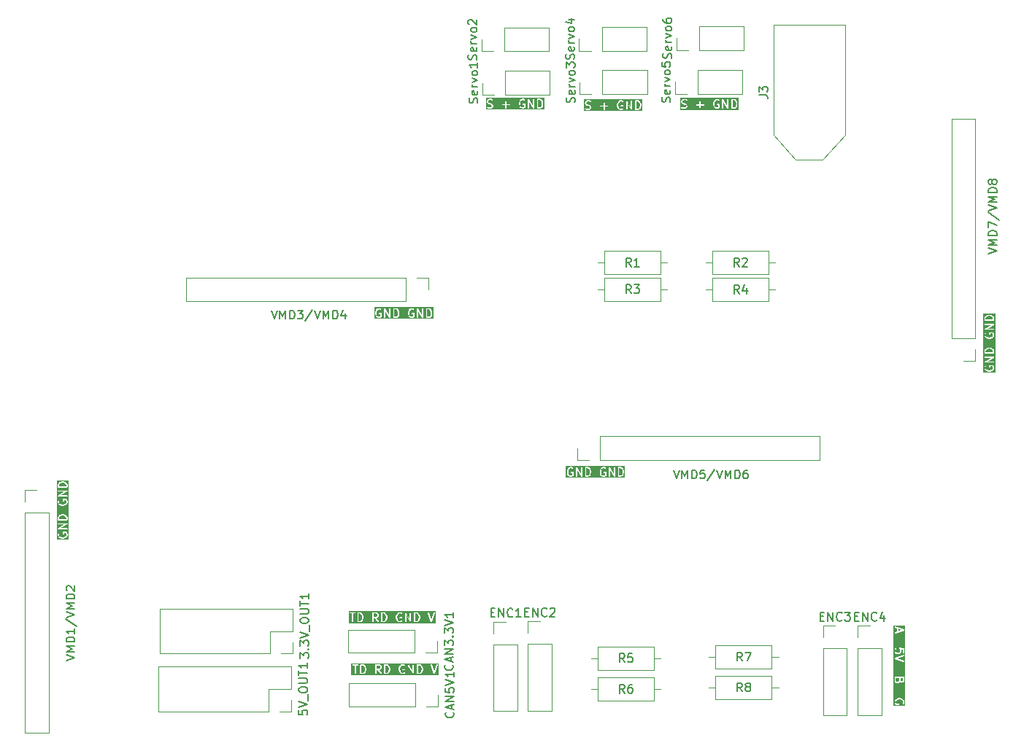
<source format=gbr>
%TF.GenerationSoftware,KiCad,Pcbnew,9.0.3*%
%TF.CreationDate,2025-08-06T01:21:28+09:00*%
%TF.ProjectId,sasakicatchrobomain25,73617361-6b69-4636-9174-6368726f626f,rev?*%
%TF.SameCoordinates,Original*%
%TF.FileFunction,Legend,Top*%
%TF.FilePolarity,Positive*%
%FSLAX46Y46*%
G04 Gerber Fmt 4.6, Leading zero omitted, Abs format (unit mm)*
G04 Created by KiCad (PCBNEW 9.0.3) date 2025-08-06 01:21:28*
%MOMM*%
%LPD*%
G01*
G04 APERTURE LIST*
%ADD10C,0.150000*%
%ADD11C,0.120000*%
G04 APERTURE END LIST*
D10*
G36*
X182980547Y-90497811D02*
G01*
X183057534Y-90536305D01*
X183131648Y-90610418D01*
X183169819Y-90724931D01*
X183169819Y-90875856D01*
X182319819Y-90875856D01*
X182319819Y-90724931D01*
X182357990Y-90610417D01*
X182432103Y-90536305D01*
X182509090Y-90497811D01*
X182682624Y-90454428D01*
X182807013Y-90454428D01*
X182980547Y-90497811D01*
G37*
G36*
X182980547Y-86688287D02*
G01*
X183057534Y-86726781D01*
X183131648Y-86800894D01*
X183169819Y-86915407D01*
X183169819Y-87066332D01*
X182319819Y-87066332D01*
X182319819Y-86915407D01*
X182357990Y-86800893D01*
X182432103Y-86726781D01*
X182509090Y-86688287D01*
X182682624Y-86644904D01*
X182807013Y-86644904D01*
X182980547Y-86688287D01*
G37*
G36*
X183430930Y-93232205D02*
G01*
X182058708Y-93232205D01*
X182058708Y-92569904D01*
X182169819Y-92569904D01*
X182169819Y-92712761D01*
X182170548Y-92720166D01*
X182170408Y-92722141D01*
X182170998Y-92724738D01*
X182171260Y-92727393D01*
X182172018Y-92729224D01*
X182173668Y-92736478D01*
X182221287Y-92879335D01*
X182227281Y-92892760D01*
X182229046Y-92894795D01*
X182230078Y-92897286D01*
X182239405Y-92908651D01*
X182334643Y-93003889D01*
X182340393Y-93008609D01*
X182341692Y-93010106D01*
X182343946Y-93011525D01*
X182346008Y-93013217D01*
X182347840Y-93013975D01*
X182354135Y-93017938D01*
X182449373Y-93065557D01*
X182450442Y-93065966D01*
X182450878Y-93066289D01*
X182457014Y-93068481D01*
X182463104Y-93070812D01*
X182463644Y-93070850D01*
X182464724Y-93071236D01*
X182655200Y-93118855D01*
X182657736Y-93119230D01*
X182658758Y-93119653D01*
X182664270Y-93120195D01*
X182669744Y-93121005D01*
X182670836Y-93120842D01*
X182673390Y-93121094D01*
X182816247Y-93121094D01*
X182818800Y-93120842D01*
X182819893Y-93121005D01*
X182825366Y-93120195D01*
X182830879Y-93119653D01*
X182831900Y-93119230D01*
X182834437Y-93118855D01*
X183024913Y-93071236D01*
X183025992Y-93070850D01*
X183026532Y-93070812D01*
X183032613Y-93068484D01*
X183038759Y-93066289D01*
X183039194Y-93065966D01*
X183040264Y-93065557D01*
X183135502Y-93017938D01*
X183141798Y-93013974D01*
X183143628Y-93013217D01*
X183145686Y-93011527D01*
X183147945Y-93010106D01*
X183149244Y-93008607D01*
X183154994Y-93003889D01*
X183250233Y-92908651D01*
X183259561Y-92897286D01*
X183260592Y-92894795D01*
X183262357Y-92892761D01*
X183268351Y-92879335D01*
X183315970Y-92736479D01*
X183317619Y-92729223D01*
X183318378Y-92727393D01*
X183318639Y-92724739D01*
X183319230Y-92722142D01*
X183319089Y-92720167D01*
X183319819Y-92712761D01*
X183319819Y-92617523D01*
X183319089Y-92610116D01*
X183319230Y-92608142D01*
X183318639Y-92605544D01*
X183318378Y-92602891D01*
X183317619Y-92601060D01*
X183315970Y-92593805D01*
X183268351Y-92450949D01*
X183262357Y-92437523D01*
X183260590Y-92435486D01*
X183259560Y-92432998D01*
X183250232Y-92421632D01*
X183202612Y-92374013D01*
X183191247Y-92364686D01*
X183175410Y-92358126D01*
X183164212Y-92353488D01*
X183149580Y-92352047D01*
X182816247Y-92352047D01*
X182801615Y-92353488D01*
X182774579Y-92364687D01*
X182753887Y-92385379D01*
X182742688Y-92412415D01*
X182741247Y-92427047D01*
X182741247Y-92617523D01*
X182742688Y-92632155D01*
X182753887Y-92659191D01*
X182774579Y-92679883D01*
X182801615Y-92691082D01*
X182830879Y-92691082D01*
X182857915Y-92679883D01*
X182878607Y-92659191D01*
X182889806Y-92632155D01*
X182891247Y-92617523D01*
X182891247Y-92502047D01*
X183118514Y-92502047D01*
X183131648Y-92515180D01*
X183169819Y-92629693D01*
X183169819Y-92700591D01*
X183131648Y-92815103D01*
X183057534Y-92889216D01*
X182980547Y-92927710D01*
X182807013Y-92971094D01*
X182682624Y-92971094D01*
X182509090Y-92927710D01*
X182432103Y-92889217D01*
X182357990Y-92815104D01*
X182319819Y-92700590D01*
X182319819Y-92587609D01*
X182359520Y-92508207D01*
X182364775Y-92494476D01*
X182366849Y-92465286D01*
X182357595Y-92437524D01*
X182338422Y-92415417D01*
X182312247Y-92402329D01*
X182283057Y-92400255D01*
X182255296Y-92409509D01*
X182233188Y-92428682D01*
X182225356Y-92441125D01*
X182177737Y-92536363D01*
X182172482Y-92550095D01*
X182172291Y-92552782D01*
X182171260Y-92555272D01*
X182169819Y-92569904D01*
X182058708Y-92569904D01*
X182058708Y-91993236D01*
X182170002Y-91993236D01*
X182171260Y-92003132D01*
X182171260Y-92013107D01*
X182173089Y-92017522D01*
X182173692Y-92022266D01*
X182178642Y-92030930D01*
X182182459Y-92040143D01*
X182185837Y-92043521D01*
X182188211Y-92047675D01*
X182196100Y-92053784D01*
X182203151Y-92060835D01*
X182207567Y-92062664D01*
X182211348Y-92065592D01*
X182220971Y-92068216D01*
X182230187Y-92072034D01*
X182237669Y-92072770D01*
X182239580Y-92073292D01*
X182241055Y-92073104D01*
X182244819Y-92073475D01*
X183244819Y-92073475D01*
X183259451Y-92072034D01*
X183286487Y-92060835D01*
X183307179Y-92040143D01*
X183318378Y-92013107D01*
X183318378Y-91983843D01*
X183307179Y-91956807D01*
X183286487Y-91936115D01*
X183259451Y-91924916D01*
X183244819Y-91923475D01*
X182527236Y-91923475D01*
X183282030Y-91492165D01*
X183285114Y-91489975D01*
X183286487Y-91489407D01*
X183287884Y-91488009D01*
X183294019Y-91483655D01*
X183300127Y-91475766D01*
X183307179Y-91468715D01*
X183309009Y-91464296D01*
X183311936Y-91460517D01*
X183314560Y-91450895D01*
X183318378Y-91441679D01*
X183318378Y-91436898D01*
X183319636Y-91432286D01*
X183318378Y-91422389D01*
X183318378Y-91412415D01*
X183316548Y-91407999D01*
X183315946Y-91403256D01*
X183310995Y-91394591D01*
X183307179Y-91385379D01*
X183303800Y-91382000D01*
X183301427Y-91377847D01*
X183293537Y-91371737D01*
X183286487Y-91364687D01*
X183282070Y-91362857D01*
X183278290Y-91359930D01*
X183268666Y-91357305D01*
X183259451Y-91353488D01*
X183251968Y-91352751D01*
X183250058Y-91352230D01*
X183248582Y-91352417D01*
X183244819Y-91352047D01*
X182244819Y-91352047D01*
X182230187Y-91353488D01*
X182203151Y-91364687D01*
X182182459Y-91385379D01*
X182171260Y-91412415D01*
X182171260Y-91441679D01*
X182182459Y-91468715D01*
X182203151Y-91489407D01*
X182230187Y-91500606D01*
X182244819Y-91502047D01*
X182962402Y-91502047D01*
X182207609Y-91933357D01*
X182204525Y-91935545D01*
X182203151Y-91936115D01*
X182201751Y-91937514D01*
X182195619Y-91941867D01*
X182189509Y-91949756D01*
X182182459Y-91956807D01*
X182180629Y-91961223D01*
X182177702Y-91965004D01*
X182175077Y-91974627D01*
X182171260Y-91983843D01*
X182171260Y-91988623D01*
X182170002Y-91993236D01*
X182058708Y-91993236D01*
X182058708Y-90712761D01*
X182169819Y-90712761D01*
X182169819Y-90950856D01*
X182171260Y-90965488D01*
X182182459Y-90992524D01*
X182203151Y-91013216D01*
X182230187Y-91024415D01*
X182244819Y-91025856D01*
X183244819Y-91025856D01*
X183259451Y-91024415D01*
X183286487Y-91013216D01*
X183307179Y-90992524D01*
X183318378Y-90965488D01*
X183319819Y-90950856D01*
X183319819Y-90712761D01*
X183319089Y-90705354D01*
X183319230Y-90703380D01*
X183318639Y-90700782D01*
X183318378Y-90698129D01*
X183317619Y-90696298D01*
X183315970Y-90689043D01*
X183268351Y-90546187D01*
X183262357Y-90532761D01*
X183260592Y-90530726D01*
X183259561Y-90528236D01*
X183250233Y-90516871D01*
X183154994Y-90421633D01*
X183149244Y-90416914D01*
X183147945Y-90415416D01*
X183145686Y-90413994D01*
X183143628Y-90412305D01*
X183141798Y-90411547D01*
X183135502Y-90407584D01*
X183040264Y-90359965D01*
X183039194Y-90359555D01*
X183038759Y-90359233D01*
X183032613Y-90357037D01*
X183026532Y-90354710D01*
X183025992Y-90354671D01*
X183024913Y-90354286D01*
X182834437Y-90306667D01*
X182831900Y-90306291D01*
X182830879Y-90305869D01*
X182825366Y-90305326D01*
X182819893Y-90304517D01*
X182818800Y-90304679D01*
X182816247Y-90304428D01*
X182673390Y-90304428D01*
X182670836Y-90304679D01*
X182669744Y-90304517D01*
X182664270Y-90305326D01*
X182658758Y-90305869D01*
X182657736Y-90306291D01*
X182655200Y-90306667D01*
X182464724Y-90354286D01*
X182463644Y-90354671D01*
X182463104Y-90354710D01*
X182457014Y-90357040D01*
X182450878Y-90359233D01*
X182450442Y-90359555D01*
X182449373Y-90359965D01*
X182354135Y-90407584D01*
X182347840Y-90411546D01*
X182346008Y-90412305D01*
X182343946Y-90413996D01*
X182341692Y-90415416D01*
X182340393Y-90416912D01*
X182334643Y-90421633D01*
X182239405Y-90516871D01*
X182230078Y-90528236D01*
X182229046Y-90530726D01*
X182227281Y-90532762D01*
X182221287Y-90546187D01*
X182173668Y-90689044D01*
X182172018Y-90696297D01*
X182171260Y-90698129D01*
X182170998Y-90700783D01*
X182170408Y-90703381D01*
X182170548Y-90705355D01*
X182169819Y-90712761D01*
X182058708Y-90712761D01*
X182058708Y-88760380D01*
X182169819Y-88760380D01*
X182169819Y-88903237D01*
X182170548Y-88910642D01*
X182170408Y-88912617D01*
X182170998Y-88915214D01*
X182171260Y-88917869D01*
X182172018Y-88919700D01*
X182173668Y-88926954D01*
X182221287Y-89069811D01*
X182227281Y-89083236D01*
X182229046Y-89085271D01*
X182230078Y-89087762D01*
X182239405Y-89099127D01*
X182334643Y-89194365D01*
X182340393Y-89199085D01*
X182341692Y-89200582D01*
X182343946Y-89202001D01*
X182346008Y-89203693D01*
X182347840Y-89204451D01*
X182354135Y-89208414D01*
X182449373Y-89256033D01*
X182450442Y-89256442D01*
X182450878Y-89256765D01*
X182457014Y-89258957D01*
X182463104Y-89261288D01*
X182463644Y-89261326D01*
X182464724Y-89261712D01*
X182655200Y-89309331D01*
X182657736Y-89309706D01*
X182658758Y-89310129D01*
X182664270Y-89310671D01*
X182669744Y-89311481D01*
X182670836Y-89311318D01*
X182673390Y-89311570D01*
X182816247Y-89311570D01*
X182818800Y-89311318D01*
X182819893Y-89311481D01*
X182825366Y-89310671D01*
X182830879Y-89310129D01*
X182831900Y-89309706D01*
X182834437Y-89309331D01*
X183024913Y-89261712D01*
X183025992Y-89261326D01*
X183026532Y-89261288D01*
X183032613Y-89258960D01*
X183038759Y-89256765D01*
X183039194Y-89256442D01*
X183040264Y-89256033D01*
X183135502Y-89208414D01*
X183141798Y-89204450D01*
X183143628Y-89203693D01*
X183145686Y-89202003D01*
X183147945Y-89200582D01*
X183149244Y-89199083D01*
X183154994Y-89194365D01*
X183250233Y-89099127D01*
X183259561Y-89087762D01*
X183260592Y-89085271D01*
X183262357Y-89083237D01*
X183268351Y-89069811D01*
X183315970Y-88926955D01*
X183317619Y-88919699D01*
X183318378Y-88917869D01*
X183318639Y-88915215D01*
X183319230Y-88912618D01*
X183319089Y-88910643D01*
X183319819Y-88903237D01*
X183319819Y-88807999D01*
X183319089Y-88800592D01*
X183319230Y-88798618D01*
X183318639Y-88796020D01*
X183318378Y-88793367D01*
X183317619Y-88791536D01*
X183315970Y-88784281D01*
X183268351Y-88641425D01*
X183262357Y-88627999D01*
X183260590Y-88625962D01*
X183259560Y-88623474D01*
X183250232Y-88612108D01*
X183202612Y-88564489D01*
X183191247Y-88555162D01*
X183175410Y-88548602D01*
X183164212Y-88543964D01*
X183149580Y-88542523D01*
X182816247Y-88542523D01*
X182801615Y-88543964D01*
X182774579Y-88555163D01*
X182753887Y-88575855D01*
X182742688Y-88602891D01*
X182741247Y-88617523D01*
X182741247Y-88807999D01*
X182742688Y-88822631D01*
X182753887Y-88849667D01*
X182774579Y-88870359D01*
X182801615Y-88881558D01*
X182830879Y-88881558D01*
X182857915Y-88870359D01*
X182878607Y-88849667D01*
X182889806Y-88822631D01*
X182891247Y-88807999D01*
X182891247Y-88692523D01*
X183118514Y-88692523D01*
X183131648Y-88705656D01*
X183169819Y-88820169D01*
X183169819Y-88891067D01*
X183131648Y-89005579D01*
X183057534Y-89079692D01*
X182980547Y-89118186D01*
X182807013Y-89161570D01*
X182682624Y-89161570D01*
X182509090Y-89118186D01*
X182432103Y-89079693D01*
X182357990Y-89005580D01*
X182319819Y-88891066D01*
X182319819Y-88778085D01*
X182359520Y-88698683D01*
X182364775Y-88684952D01*
X182366849Y-88655762D01*
X182357595Y-88628000D01*
X182338422Y-88605893D01*
X182312247Y-88592805D01*
X182283057Y-88590731D01*
X182255296Y-88599985D01*
X182233188Y-88619158D01*
X182225356Y-88631601D01*
X182177737Y-88726839D01*
X182172482Y-88740571D01*
X182172291Y-88743258D01*
X182171260Y-88745748D01*
X182169819Y-88760380D01*
X182058708Y-88760380D01*
X182058708Y-88183712D01*
X182170002Y-88183712D01*
X182171260Y-88193608D01*
X182171260Y-88203583D01*
X182173089Y-88207998D01*
X182173692Y-88212742D01*
X182178642Y-88221406D01*
X182182459Y-88230619D01*
X182185837Y-88233997D01*
X182188211Y-88238151D01*
X182196100Y-88244260D01*
X182203151Y-88251311D01*
X182207567Y-88253140D01*
X182211348Y-88256068D01*
X182220971Y-88258692D01*
X182230187Y-88262510D01*
X182237669Y-88263246D01*
X182239580Y-88263768D01*
X182241055Y-88263580D01*
X182244819Y-88263951D01*
X183244819Y-88263951D01*
X183259451Y-88262510D01*
X183286487Y-88251311D01*
X183307179Y-88230619D01*
X183318378Y-88203583D01*
X183318378Y-88174319D01*
X183307179Y-88147283D01*
X183286487Y-88126591D01*
X183259451Y-88115392D01*
X183244819Y-88113951D01*
X182527236Y-88113951D01*
X183282030Y-87682641D01*
X183285114Y-87680451D01*
X183286487Y-87679883D01*
X183287884Y-87678485D01*
X183294019Y-87674131D01*
X183300127Y-87666242D01*
X183307179Y-87659191D01*
X183309009Y-87654772D01*
X183311936Y-87650993D01*
X183314560Y-87641371D01*
X183318378Y-87632155D01*
X183318378Y-87627374D01*
X183319636Y-87622762D01*
X183318378Y-87612865D01*
X183318378Y-87602891D01*
X183316548Y-87598475D01*
X183315946Y-87593732D01*
X183310995Y-87585067D01*
X183307179Y-87575855D01*
X183303800Y-87572476D01*
X183301427Y-87568323D01*
X183293537Y-87562213D01*
X183286487Y-87555163D01*
X183282070Y-87553333D01*
X183278290Y-87550406D01*
X183268666Y-87547781D01*
X183259451Y-87543964D01*
X183251968Y-87543227D01*
X183250058Y-87542706D01*
X183248582Y-87542893D01*
X183244819Y-87542523D01*
X182244819Y-87542523D01*
X182230187Y-87543964D01*
X182203151Y-87555163D01*
X182182459Y-87575855D01*
X182171260Y-87602891D01*
X182171260Y-87632155D01*
X182182459Y-87659191D01*
X182203151Y-87679883D01*
X182230187Y-87691082D01*
X182244819Y-87692523D01*
X182962402Y-87692523D01*
X182207609Y-88123833D01*
X182204525Y-88126021D01*
X182203151Y-88126591D01*
X182201751Y-88127990D01*
X182195619Y-88132343D01*
X182189509Y-88140232D01*
X182182459Y-88147283D01*
X182180629Y-88151699D01*
X182177702Y-88155480D01*
X182175077Y-88165103D01*
X182171260Y-88174319D01*
X182171260Y-88179099D01*
X182170002Y-88183712D01*
X182058708Y-88183712D01*
X182058708Y-86903237D01*
X182169819Y-86903237D01*
X182169819Y-87141332D01*
X182171260Y-87155964D01*
X182182459Y-87183000D01*
X182203151Y-87203692D01*
X182230187Y-87214891D01*
X182244819Y-87216332D01*
X183244819Y-87216332D01*
X183259451Y-87214891D01*
X183286487Y-87203692D01*
X183307179Y-87183000D01*
X183318378Y-87155964D01*
X183319819Y-87141332D01*
X183319819Y-86903237D01*
X183319089Y-86895830D01*
X183319230Y-86893856D01*
X183318639Y-86891258D01*
X183318378Y-86888605D01*
X183317619Y-86886774D01*
X183315970Y-86879519D01*
X183268351Y-86736663D01*
X183262357Y-86723237D01*
X183260592Y-86721202D01*
X183259561Y-86718712D01*
X183250233Y-86707347D01*
X183154994Y-86612109D01*
X183149244Y-86607390D01*
X183147945Y-86605892D01*
X183145686Y-86604470D01*
X183143628Y-86602781D01*
X183141798Y-86602023D01*
X183135502Y-86598060D01*
X183040264Y-86550441D01*
X183039194Y-86550031D01*
X183038759Y-86549709D01*
X183032613Y-86547513D01*
X183026532Y-86545186D01*
X183025992Y-86545147D01*
X183024913Y-86544762D01*
X182834437Y-86497143D01*
X182831900Y-86496767D01*
X182830879Y-86496345D01*
X182825366Y-86495802D01*
X182819893Y-86494993D01*
X182818800Y-86495155D01*
X182816247Y-86494904D01*
X182673390Y-86494904D01*
X182670836Y-86495155D01*
X182669744Y-86494993D01*
X182664270Y-86495802D01*
X182658758Y-86496345D01*
X182657736Y-86496767D01*
X182655200Y-86497143D01*
X182464724Y-86544762D01*
X182463644Y-86545147D01*
X182463104Y-86545186D01*
X182457014Y-86547516D01*
X182450878Y-86549709D01*
X182450442Y-86550031D01*
X182449373Y-86550441D01*
X182354135Y-86598060D01*
X182347840Y-86602022D01*
X182346008Y-86602781D01*
X182343946Y-86604472D01*
X182341692Y-86605892D01*
X182340393Y-86607388D01*
X182334643Y-86612109D01*
X182239405Y-86707347D01*
X182230078Y-86718712D01*
X182229046Y-86721202D01*
X182227281Y-86723238D01*
X182221287Y-86736663D01*
X182173668Y-86879520D01*
X182172018Y-86886773D01*
X182171260Y-86888605D01*
X182170998Y-86891259D01*
X182170408Y-86893857D01*
X182170548Y-86895831D01*
X182169819Y-86903237D01*
X182058708Y-86903237D01*
X182058708Y-86383793D01*
X183430930Y-86383793D01*
X183430930Y-93232205D01*
G37*
G36*
X110171647Y-127265390D02*
G01*
X110245760Y-127339503D01*
X110284253Y-127416490D01*
X110327637Y-127590024D01*
X110327637Y-127714413D01*
X110284253Y-127887947D01*
X110245759Y-127964934D01*
X110171647Y-128039047D01*
X110057134Y-128077219D01*
X109906209Y-128077219D01*
X109906209Y-127227219D01*
X110057134Y-127227219D01*
X110171647Y-127265390D01*
G37*
G36*
X112933552Y-127265390D02*
G01*
X113007665Y-127339503D01*
X113046158Y-127416490D01*
X113089542Y-127590024D01*
X113089542Y-127714413D01*
X113046158Y-127887947D01*
X113007664Y-127964934D01*
X112933552Y-128039047D01*
X112819039Y-128077219D01*
X112668114Y-128077219D01*
X112668114Y-127227219D01*
X112819039Y-127227219D01*
X112933552Y-127265390D01*
G37*
G36*
X116743076Y-127265390D02*
G01*
X116817189Y-127339503D01*
X116855682Y-127416490D01*
X116899066Y-127590024D01*
X116899066Y-127714413D01*
X116855682Y-127887947D01*
X116817188Y-127964934D01*
X116743076Y-128039047D01*
X116628563Y-128077219D01*
X116477638Y-128077219D01*
X116477638Y-127227219D01*
X116628563Y-127227219D01*
X116743076Y-127265390D01*
G37*
G36*
X112024877Y-127261477D02*
G01*
X112055284Y-127291884D01*
X112089542Y-127360400D01*
X112089542Y-127467847D01*
X112055284Y-127536363D01*
X112024877Y-127566770D01*
X111956361Y-127601028D01*
X111668114Y-127601028D01*
X111668114Y-127227219D01*
X111956361Y-127227219D01*
X112024877Y-127261477D01*
G37*
G36*
X118873874Y-128338330D02*
G01*
X108741777Y-128338330D01*
X108741777Y-127137587D01*
X108852888Y-127137587D01*
X108852888Y-127166851D01*
X108864087Y-127193887D01*
X108884779Y-127214579D01*
X108911815Y-127225778D01*
X108926447Y-127227219D01*
X109137161Y-127227219D01*
X109137161Y-128152219D01*
X109138602Y-128166851D01*
X109149801Y-128193887D01*
X109170493Y-128214579D01*
X109197529Y-128225778D01*
X109226793Y-128225778D01*
X109253829Y-128214579D01*
X109274521Y-128193887D01*
X109285720Y-128166851D01*
X109287161Y-128152219D01*
X109287161Y-127227219D01*
X109497875Y-127227219D01*
X109512507Y-127225778D01*
X109539543Y-127214579D01*
X109560235Y-127193887D01*
X109571434Y-127166851D01*
X109571434Y-127152219D01*
X109756209Y-127152219D01*
X109756209Y-128152219D01*
X109757650Y-128166851D01*
X109768849Y-128193887D01*
X109789541Y-128214579D01*
X109816577Y-128225778D01*
X109831209Y-128227219D01*
X110069304Y-128227219D01*
X110076709Y-128226489D01*
X110078684Y-128226630D01*
X110081281Y-128226039D01*
X110083936Y-128225778D01*
X110085767Y-128225019D01*
X110093021Y-128223370D01*
X110235878Y-128175751D01*
X110249303Y-128169757D01*
X110251338Y-128167991D01*
X110253829Y-128166960D01*
X110265194Y-128157633D01*
X110360433Y-128062393D01*
X110365150Y-128056644D01*
X110366649Y-128055345D01*
X110368070Y-128053086D01*
X110369760Y-128051028D01*
X110370517Y-128049198D01*
X110374481Y-128042902D01*
X110422100Y-127947664D01*
X110422509Y-127946594D01*
X110422832Y-127946159D01*
X110425024Y-127940022D01*
X110427355Y-127933933D01*
X110427393Y-127933392D01*
X110427779Y-127932313D01*
X110475398Y-127741837D01*
X110475773Y-127739300D01*
X110476196Y-127738279D01*
X110476738Y-127732766D01*
X110477548Y-127727293D01*
X110477385Y-127726200D01*
X110477637Y-127723647D01*
X110477637Y-127580790D01*
X110477385Y-127578236D01*
X110477548Y-127577144D01*
X110476738Y-127571670D01*
X110476196Y-127566158D01*
X110475773Y-127565136D01*
X110475398Y-127562600D01*
X110427779Y-127372124D01*
X110427393Y-127371044D01*
X110427355Y-127370504D01*
X110425024Y-127364414D01*
X110422832Y-127358278D01*
X110422509Y-127357842D01*
X110422100Y-127356773D01*
X110374481Y-127261535D01*
X110370518Y-127255240D01*
X110369760Y-127253408D01*
X110368068Y-127251346D01*
X110366649Y-127249092D01*
X110365152Y-127247793D01*
X110360432Y-127242043D01*
X110270608Y-127152219D01*
X111518114Y-127152219D01*
X111518114Y-128152219D01*
X111519555Y-128166851D01*
X111530754Y-128193887D01*
X111551446Y-128214579D01*
X111578482Y-128225778D01*
X111607746Y-128225778D01*
X111634782Y-128214579D01*
X111655474Y-128193887D01*
X111666673Y-128166851D01*
X111668114Y-128152219D01*
X111668114Y-127751028D01*
X111792160Y-127751028D01*
X112103100Y-128195229D01*
X112112671Y-128206389D01*
X112137350Y-128222116D01*
X112166167Y-128227202D01*
X112194738Y-128220872D01*
X112218712Y-128204090D01*
X112234439Y-128179412D01*
X112239524Y-128150594D01*
X112233195Y-128122023D01*
X112225985Y-128109210D01*
X111975181Y-127750918D01*
X111988698Y-127749587D01*
X111991187Y-127748555D01*
X111993875Y-127748365D01*
X112007607Y-127743110D01*
X112102845Y-127695491D01*
X112109144Y-127691526D01*
X112110972Y-127690769D01*
X112113028Y-127689080D01*
X112115288Y-127687659D01*
X112116587Y-127686160D01*
X112122337Y-127681442D01*
X112169956Y-127633823D01*
X112174674Y-127628073D01*
X112176173Y-127626774D01*
X112177594Y-127624514D01*
X112179283Y-127622458D01*
X112180040Y-127620630D01*
X112184005Y-127614331D01*
X112231624Y-127519093D01*
X112236879Y-127505362D01*
X112237070Y-127502672D01*
X112238101Y-127500184D01*
X112239542Y-127485552D01*
X112239542Y-127342695D01*
X112238101Y-127328063D01*
X112237070Y-127325574D01*
X112236879Y-127322885D01*
X112231624Y-127309154D01*
X112184005Y-127213916D01*
X112180040Y-127207616D01*
X112179283Y-127205789D01*
X112177594Y-127203732D01*
X112176173Y-127201473D01*
X112174674Y-127200173D01*
X112169956Y-127194424D01*
X112127751Y-127152219D01*
X112518114Y-127152219D01*
X112518114Y-128152219D01*
X112519555Y-128166851D01*
X112530754Y-128193887D01*
X112551446Y-128214579D01*
X112578482Y-128225778D01*
X112593114Y-128227219D01*
X112831209Y-128227219D01*
X112838614Y-128226489D01*
X112840589Y-128226630D01*
X112843186Y-128226039D01*
X112845841Y-128225778D01*
X112847672Y-128225019D01*
X112854926Y-128223370D01*
X112997783Y-128175751D01*
X113011208Y-128169757D01*
X113013243Y-128167991D01*
X113015734Y-128166960D01*
X113027099Y-128157633D01*
X113122338Y-128062393D01*
X113127055Y-128056644D01*
X113128554Y-128055345D01*
X113129975Y-128053086D01*
X113131665Y-128051028D01*
X113132422Y-128049198D01*
X113136386Y-128042902D01*
X113184005Y-127947664D01*
X113184414Y-127946594D01*
X113184737Y-127946159D01*
X113186929Y-127940022D01*
X113189260Y-127933933D01*
X113189298Y-127933392D01*
X113189684Y-127932313D01*
X113237303Y-127741837D01*
X113237678Y-127739300D01*
X113238101Y-127738279D01*
X113238643Y-127732766D01*
X113239453Y-127727293D01*
X113239290Y-127726200D01*
X113239542Y-127723647D01*
X113239542Y-127580790D01*
X114232400Y-127580790D01*
X114232400Y-127723647D01*
X114232651Y-127726200D01*
X114232489Y-127727293D01*
X114233298Y-127732766D01*
X114233841Y-127738279D01*
X114234263Y-127739300D01*
X114234639Y-127741837D01*
X114282258Y-127932313D01*
X114282643Y-127933392D01*
X114282682Y-127933932D01*
X114285009Y-127940013D01*
X114287205Y-127946159D01*
X114287527Y-127946594D01*
X114287937Y-127947664D01*
X114335556Y-128042902D01*
X114339519Y-128049198D01*
X114340277Y-128051028D01*
X114341966Y-128053086D01*
X114343388Y-128055345D01*
X114344886Y-128056644D01*
X114349605Y-128062394D01*
X114444843Y-128157633D01*
X114456208Y-128166961D01*
X114458698Y-128167992D01*
X114460733Y-128169757D01*
X114474159Y-128175751D01*
X114617015Y-128223370D01*
X114624270Y-128225019D01*
X114626101Y-128225778D01*
X114628754Y-128226039D01*
X114631352Y-128226630D01*
X114633326Y-128226489D01*
X114640733Y-128227219D01*
X114735971Y-128227219D01*
X114743376Y-128226489D01*
X114745351Y-128226630D01*
X114747948Y-128226039D01*
X114750603Y-128225778D01*
X114752434Y-128225019D01*
X114759688Y-128223370D01*
X114902545Y-128175751D01*
X114915970Y-128169757D01*
X114918005Y-128167991D01*
X114920496Y-128166960D01*
X114931862Y-128157632D01*
X114979480Y-128110013D01*
X114988808Y-128098647D01*
X114996089Y-128081068D01*
X115000006Y-128071612D01*
X115001447Y-128056980D01*
X115001447Y-127723647D01*
X115000006Y-127709015D01*
X114988807Y-127681979D01*
X114968115Y-127661287D01*
X114941079Y-127650088D01*
X114926447Y-127648647D01*
X114735971Y-127648647D01*
X114721339Y-127650088D01*
X114694303Y-127661287D01*
X114673611Y-127681979D01*
X114662412Y-127709015D01*
X114662412Y-127738279D01*
X114673611Y-127765315D01*
X114694303Y-127786007D01*
X114721339Y-127797206D01*
X114735971Y-127798647D01*
X114851447Y-127798647D01*
X114851447Y-128025914D01*
X114838314Y-128039047D01*
X114723801Y-128077219D01*
X114652903Y-128077219D01*
X114538390Y-128039048D01*
X114464277Y-127964934D01*
X114425783Y-127887947D01*
X114382400Y-127714413D01*
X114382400Y-127590024D01*
X114425783Y-127416490D01*
X114464277Y-127339503D01*
X114538390Y-127265390D01*
X114652903Y-127227219D01*
X114765885Y-127227219D01*
X114845287Y-127266920D01*
X114859018Y-127272175D01*
X114888208Y-127274249D01*
X114915970Y-127264995D01*
X114938077Y-127245822D01*
X114951165Y-127219647D01*
X114953239Y-127190457D01*
X114943985Y-127162696D01*
X114934899Y-127152219D01*
X115280019Y-127152219D01*
X115280019Y-128152219D01*
X115281460Y-128166851D01*
X115292659Y-128193887D01*
X115313351Y-128214579D01*
X115340387Y-128225778D01*
X115369651Y-128225778D01*
X115396687Y-128214579D01*
X115417379Y-128193887D01*
X115428578Y-128166851D01*
X115430019Y-128152219D01*
X115430019Y-127434635D01*
X115861329Y-128189430D01*
X115863518Y-128192514D01*
X115864087Y-128193887D01*
X115865484Y-128195284D01*
X115869839Y-128201419D01*
X115877727Y-128207527D01*
X115884779Y-128214579D01*
X115889197Y-128216409D01*
X115892977Y-128219336D01*
X115902598Y-128221960D01*
X115911815Y-128225778D01*
X115916596Y-128225778D01*
X115921208Y-128227036D01*
X115931105Y-128225778D01*
X115941079Y-128225778D01*
X115945494Y-128223948D01*
X115950238Y-128223346D01*
X115958902Y-128218395D01*
X115968115Y-128214579D01*
X115971493Y-128211200D01*
X115975647Y-128208827D01*
X115981756Y-128200937D01*
X115988807Y-128193887D01*
X115990636Y-128189470D01*
X115993564Y-128185690D01*
X115996188Y-128176066D01*
X116000006Y-128166851D01*
X116000742Y-128159368D01*
X116001264Y-128157458D01*
X116001076Y-128155982D01*
X116001447Y-128152219D01*
X116001447Y-127152219D01*
X116327638Y-127152219D01*
X116327638Y-128152219D01*
X116329079Y-128166851D01*
X116340278Y-128193887D01*
X116360970Y-128214579D01*
X116388006Y-128225778D01*
X116402638Y-128227219D01*
X116640733Y-128227219D01*
X116648138Y-128226489D01*
X116650113Y-128226630D01*
X116652710Y-128226039D01*
X116655365Y-128225778D01*
X116657196Y-128225019D01*
X116664450Y-128223370D01*
X116807307Y-128175751D01*
X116820732Y-128169757D01*
X116822767Y-128167991D01*
X116825258Y-128166960D01*
X116836623Y-128157633D01*
X116931862Y-128062393D01*
X116936579Y-128056644D01*
X116938078Y-128055345D01*
X116939499Y-128053086D01*
X116941189Y-128051028D01*
X116941946Y-128049198D01*
X116945910Y-128042902D01*
X116993529Y-127947664D01*
X116993938Y-127946594D01*
X116994261Y-127946159D01*
X116996453Y-127940022D01*
X116998784Y-127933933D01*
X116998822Y-127933392D01*
X116999208Y-127932313D01*
X117046827Y-127741837D01*
X117047202Y-127739300D01*
X117047625Y-127738279D01*
X117048167Y-127732766D01*
X117048977Y-127727293D01*
X117048814Y-127726200D01*
X117049066Y-127723647D01*
X117049066Y-127580790D01*
X117048814Y-127578236D01*
X117048977Y-127577144D01*
X117048167Y-127571670D01*
X117047625Y-127566158D01*
X117047202Y-127565136D01*
X117046827Y-127562600D01*
X116999208Y-127372124D01*
X116998822Y-127371044D01*
X116998784Y-127370504D01*
X116996453Y-127364414D01*
X116994261Y-127358278D01*
X116993938Y-127357842D01*
X116993529Y-127356773D01*
X116945910Y-127261535D01*
X116941947Y-127255240D01*
X116941189Y-127253408D01*
X116939497Y-127251346D01*
X116938078Y-127249092D01*
X116936581Y-127247793D01*
X116931861Y-127242043D01*
X116851417Y-127161599D01*
X117947275Y-127161599D01*
X117950535Y-127175936D01*
X118283868Y-128175936D01*
X118289862Y-128189361D01*
X118293372Y-128193408D01*
X118295769Y-128198202D01*
X118302877Y-128204367D01*
X118309036Y-128211468D01*
X118313825Y-128213862D01*
X118317876Y-128217376D01*
X118326801Y-128220350D01*
X118335209Y-128224555D01*
X118340553Y-128224934D01*
X118345639Y-128226630D01*
X118355019Y-128225963D01*
X118364399Y-128226630D01*
X118369484Y-128224934D01*
X118374829Y-128224555D01*
X118383239Y-128220349D01*
X118392161Y-128217376D01*
X118396208Y-128213865D01*
X118401002Y-128211469D01*
X118407165Y-128204363D01*
X118414269Y-128198202D01*
X118416664Y-128193410D01*
X118420176Y-128189362D01*
X118426170Y-128175936D01*
X118759503Y-127175936D01*
X118762763Y-127161600D01*
X118760688Y-127132410D01*
X118747602Y-127106236D01*
X118725494Y-127087062D01*
X118697732Y-127077808D01*
X118668542Y-127079883D01*
X118642369Y-127092970D01*
X118623195Y-127115077D01*
X118617201Y-127128502D01*
X118355019Y-127915048D01*
X118092837Y-127128502D01*
X118086843Y-127115076D01*
X118067669Y-127092969D01*
X118041496Y-127079883D01*
X118012306Y-127077808D01*
X117984543Y-127087062D01*
X117962436Y-127106236D01*
X117949350Y-127132409D01*
X117947275Y-127161599D01*
X116851417Y-127161599D01*
X116836623Y-127146805D01*
X116825258Y-127137478D01*
X116822767Y-127136446D01*
X116820732Y-127134681D01*
X116807307Y-127128687D01*
X116664450Y-127081068D01*
X116657196Y-127079418D01*
X116655365Y-127078660D01*
X116652710Y-127078398D01*
X116650113Y-127077808D01*
X116648138Y-127077948D01*
X116640733Y-127077219D01*
X116402638Y-127077219D01*
X116388006Y-127078660D01*
X116360970Y-127089859D01*
X116340278Y-127110551D01*
X116329079Y-127137587D01*
X116327638Y-127152219D01*
X116001447Y-127152219D01*
X116000006Y-127137587D01*
X115988807Y-127110551D01*
X115968115Y-127089859D01*
X115941079Y-127078660D01*
X115911815Y-127078660D01*
X115884779Y-127089859D01*
X115864087Y-127110551D01*
X115852888Y-127137587D01*
X115851447Y-127152219D01*
X115851447Y-127869802D01*
X115420137Y-127115009D01*
X115417948Y-127111925D01*
X115417379Y-127110551D01*
X115415979Y-127109151D01*
X115411627Y-127103019D01*
X115403737Y-127096909D01*
X115396687Y-127089859D01*
X115392270Y-127088029D01*
X115388490Y-127085102D01*
X115378866Y-127082477D01*
X115369651Y-127078660D01*
X115364870Y-127078660D01*
X115360258Y-127077402D01*
X115350361Y-127078660D01*
X115340387Y-127078660D01*
X115335971Y-127080489D01*
X115331228Y-127081092D01*
X115322563Y-127086042D01*
X115313351Y-127089859D01*
X115309972Y-127093237D01*
X115305819Y-127095611D01*
X115299709Y-127103500D01*
X115292659Y-127110551D01*
X115290829Y-127114967D01*
X115287902Y-127118748D01*
X115285277Y-127128371D01*
X115281460Y-127137587D01*
X115280723Y-127145069D01*
X115280202Y-127146980D01*
X115280389Y-127148455D01*
X115280019Y-127152219D01*
X114934899Y-127152219D01*
X114924812Y-127140588D01*
X114912369Y-127132756D01*
X114817131Y-127085137D01*
X114803399Y-127079882D01*
X114800711Y-127079691D01*
X114798222Y-127078660D01*
X114783590Y-127077219D01*
X114640733Y-127077219D01*
X114633326Y-127077948D01*
X114631352Y-127077808D01*
X114628754Y-127078398D01*
X114626101Y-127078660D01*
X114624270Y-127079418D01*
X114617015Y-127081068D01*
X114474159Y-127128687D01*
X114460733Y-127134681D01*
X114458698Y-127136445D01*
X114456208Y-127137477D01*
X114444843Y-127146805D01*
X114349605Y-127242043D01*
X114344886Y-127247792D01*
X114343388Y-127249092D01*
X114341966Y-127251351D01*
X114340278Y-127253408D01*
X114339520Y-127255235D01*
X114335556Y-127261535D01*
X114287937Y-127356773D01*
X114287527Y-127357842D01*
X114287205Y-127358278D01*
X114285009Y-127364423D01*
X114282682Y-127370505D01*
X114282643Y-127371044D01*
X114282258Y-127372124D01*
X114234639Y-127562600D01*
X114234263Y-127565136D01*
X114233841Y-127566158D01*
X114233298Y-127571670D01*
X114232489Y-127577144D01*
X114232651Y-127578236D01*
X114232400Y-127580790D01*
X113239542Y-127580790D01*
X113239290Y-127578236D01*
X113239453Y-127577144D01*
X113238643Y-127571670D01*
X113238101Y-127566158D01*
X113237678Y-127565136D01*
X113237303Y-127562600D01*
X113189684Y-127372124D01*
X113189298Y-127371044D01*
X113189260Y-127370504D01*
X113186929Y-127364414D01*
X113184737Y-127358278D01*
X113184414Y-127357842D01*
X113184005Y-127356773D01*
X113136386Y-127261535D01*
X113132423Y-127255240D01*
X113131665Y-127253408D01*
X113129973Y-127251346D01*
X113128554Y-127249092D01*
X113127057Y-127247793D01*
X113122337Y-127242043D01*
X113027099Y-127146805D01*
X113015734Y-127137478D01*
X113013243Y-127136446D01*
X113011208Y-127134681D01*
X112997783Y-127128687D01*
X112854926Y-127081068D01*
X112847672Y-127079418D01*
X112845841Y-127078660D01*
X112843186Y-127078398D01*
X112840589Y-127077808D01*
X112838614Y-127077948D01*
X112831209Y-127077219D01*
X112593114Y-127077219D01*
X112578482Y-127078660D01*
X112551446Y-127089859D01*
X112530754Y-127110551D01*
X112519555Y-127137587D01*
X112518114Y-127152219D01*
X112127751Y-127152219D01*
X112122337Y-127146805D01*
X112116587Y-127142086D01*
X112115288Y-127140588D01*
X112113028Y-127139166D01*
X112110972Y-127137478D01*
X112109144Y-127136720D01*
X112102845Y-127132756D01*
X112007607Y-127085137D01*
X111993875Y-127079882D01*
X111991187Y-127079691D01*
X111988698Y-127078660D01*
X111974066Y-127077219D01*
X111593114Y-127077219D01*
X111578482Y-127078660D01*
X111551446Y-127089859D01*
X111530754Y-127110551D01*
X111519555Y-127137587D01*
X111518114Y-127152219D01*
X110270608Y-127152219D01*
X110265194Y-127146805D01*
X110253829Y-127137478D01*
X110251338Y-127136446D01*
X110249303Y-127134681D01*
X110235878Y-127128687D01*
X110093021Y-127081068D01*
X110085767Y-127079418D01*
X110083936Y-127078660D01*
X110081281Y-127078398D01*
X110078684Y-127077808D01*
X110076709Y-127077948D01*
X110069304Y-127077219D01*
X109831209Y-127077219D01*
X109816577Y-127078660D01*
X109789541Y-127089859D01*
X109768849Y-127110551D01*
X109757650Y-127137587D01*
X109756209Y-127152219D01*
X109571434Y-127152219D01*
X109571434Y-127137587D01*
X109560235Y-127110551D01*
X109539543Y-127089859D01*
X109512507Y-127078660D01*
X109497875Y-127077219D01*
X108926447Y-127077219D01*
X108911815Y-127078660D01*
X108884779Y-127089859D01*
X108864087Y-127110551D01*
X108852888Y-127137587D01*
X108741777Y-127137587D01*
X108741777Y-126966108D01*
X118873874Y-126966108D01*
X118873874Y-128338330D01*
G37*
G36*
X114007581Y-85925990D02*
G01*
X114081694Y-86000103D01*
X114120187Y-86077090D01*
X114163571Y-86250624D01*
X114163571Y-86375013D01*
X114120187Y-86548547D01*
X114081693Y-86625534D01*
X114007581Y-86699647D01*
X113893068Y-86737819D01*
X113742143Y-86737819D01*
X113742143Y-85887819D01*
X113893068Y-85887819D01*
X114007581Y-85925990D01*
G37*
G36*
X117817105Y-85925990D02*
G01*
X117891218Y-86000103D01*
X117929711Y-86077090D01*
X117973095Y-86250624D01*
X117973095Y-86375013D01*
X117929711Y-86548547D01*
X117891217Y-86625534D01*
X117817105Y-86699647D01*
X117702592Y-86737819D01*
X117551667Y-86737819D01*
X117551667Y-85887819D01*
X117702592Y-85887819D01*
X117817105Y-85925990D01*
G37*
G36*
X118234206Y-86998930D02*
G01*
X111385794Y-86998930D01*
X111385794Y-86241390D01*
X111496905Y-86241390D01*
X111496905Y-86384247D01*
X111497156Y-86386800D01*
X111496994Y-86387893D01*
X111497803Y-86393366D01*
X111498346Y-86398879D01*
X111498768Y-86399900D01*
X111499144Y-86402437D01*
X111546763Y-86592913D01*
X111547148Y-86593992D01*
X111547187Y-86594532D01*
X111549514Y-86600613D01*
X111551710Y-86606759D01*
X111552032Y-86607194D01*
X111552442Y-86608264D01*
X111600061Y-86703502D01*
X111604024Y-86709798D01*
X111604782Y-86711628D01*
X111606471Y-86713686D01*
X111607893Y-86715945D01*
X111609391Y-86717244D01*
X111614110Y-86722994D01*
X111709348Y-86818233D01*
X111720713Y-86827561D01*
X111723203Y-86828592D01*
X111725238Y-86830357D01*
X111738664Y-86836351D01*
X111881520Y-86883970D01*
X111888775Y-86885619D01*
X111890606Y-86886378D01*
X111893259Y-86886639D01*
X111895857Y-86887230D01*
X111897831Y-86887089D01*
X111905238Y-86887819D01*
X112000476Y-86887819D01*
X112007881Y-86887089D01*
X112009856Y-86887230D01*
X112012453Y-86886639D01*
X112015108Y-86886378D01*
X112016939Y-86885619D01*
X112024193Y-86883970D01*
X112167050Y-86836351D01*
X112180475Y-86830357D01*
X112182510Y-86828591D01*
X112185001Y-86827560D01*
X112196367Y-86818232D01*
X112243985Y-86770613D01*
X112253313Y-86759247D01*
X112260594Y-86741668D01*
X112264511Y-86732212D01*
X112265952Y-86717580D01*
X112265952Y-86384247D01*
X112264511Y-86369615D01*
X112253312Y-86342579D01*
X112232620Y-86321887D01*
X112205584Y-86310688D01*
X112190952Y-86309247D01*
X112000476Y-86309247D01*
X111985844Y-86310688D01*
X111958808Y-86321887D01*
X111938116Y-86342579D01*
X111926917Y-86369615D01*
X111926917Y-86398879D01*
X111938116Y-86425915D01*
X111958808Y-86446607D01*
X111985844Y-86457806D01*
X112000476Y-86459247D01*
X112115952Y-86459247D01*
X112115952Y-86686514D01*
X112102819Y-86699647D01*
X111988306Y-86737819D01*
X111917408Y-86737819D01*
X111802895Y-86699648D01*
X111728782Y-86625534D01*
X111690288Y-86548547D01*
X111646905Y-86375013D01*
X111646905Y-86250624D01*
X111690288Y-86077090D01*
X111728782Y-86000103D01*
X111802895Y-85925990D01*
X111917408Y-85887819D01*
X112030390Y-85887819D01*
X112109792Y-85927520D01*
X112123523Y-85932775D01*
X112152713Y-85934849D01*
X112180475Y-85925595D01*
X112202582Y-85906422D01*
X112215670Y-85880247D01*
X112217744Y-85851057D01*
X112208490Y-85823296D01*
X112199404Y-85812819D01*
X112544524Y-85812819D01*
X112544524Y-86812819D01*
X112545965Y-86827451D01*
X112557164Y-86854487D01*
X112577856Y-86875179D01*
X112604892Y-86886378D01*
X112634156Y-86886378D01*
X112661192Y-86875179D01*
X112681884Y-86854487D01*
X112693083Y-86827451D01*
X112694524Y-86812819D01*
X112694524Y-86095235D01*
X113125834Y-86850030D01*
X113128023Y-86853114D01*
X113128592Y-86854487D01*
X113129989Y-86855884D01*
X113134344Y-86862019D01*
X113142232Y-86868127D01*
X113149284Y-86875179D01*
X113153702Y-86877009D01*
X113157482Y-86879936D01*
X113167103Y-86882560D01*
X113176320Y-86886378D01*
X113181101Y-86886378D01*
X113185713Y-86887636D01*
X113195610Y-86886378D01*
X113205584Y-86886378D01*
X113209999Y-86884548D01*
X113214743Y-86883946D01*
X113223407Y-86878995D01*
X113232620Y-86875179D01*
X113235998Y-86871800D01*
X113240152Y-86869427D01*
X113246261Y-86861537D01*
X113253312Y-86854487D01*
X113255141Y-86850070D01*
X113258069Y-86846290D01*
X113260693Y-86836666D01*
X113264511Y-86827451D01*
X113265247Y-86819968D01*
X113265769Y-86818058D01*
X113265581Y-86816582D01*
X113265952Y-86812819D01*
X113265952Y-85812819D01*
X113592143Y-85812819D01*
X113592143Y-86812819D01*
X113593584Y-86827451D01*
X113604783Y-86854487D01*
X113625475Y-86875179D01*
X113652511Y-86886378D01*
X113667143Y-86887819D01*
X113905238Y-86887819D01*
X113912643Y-86887089D01*
X113914618Y-86887230D01*
X113917215Y-86886639D01*
X113919870Y-86886378D01*
X113921701Y-86885619D01*
X113928955Y-86883970D01*
X114071812Y-86836351D01*
X114085237Y-86830357D01*
X114087272Y-86828591D01*
X114089763Y-86827560D01*
X114101128Y-86818233D01*
X114196367Y-86722993D01*
X114201084Y-86717244D01*
X114202583Y-86715945D01*
X114204004Y-86713686D01*
X114205694Y-86711628D01*
X114206451Y-86709798D01*
X114210415Y-86703502D01*
X114258034Y-86608264D01*
X114258443Y-86607194D01*
X114258766Y-86606759D01*
X114260958Y-86600622D01*
X114263289Y-86594533D01*
X114263327Y-86593992D01*
X114263713Y-86592913D01*
X114311332Y-86402437D01*
X114311707Y-86399900D01*
X114312130Y-86398879D01*
X114312672Y-86393366D01*
X114313482Y-86387893D01*
X114313319Y-86386800D01*
X114313571Y-86384247D01*
X114313571Y-86241390D01*
X115306429Y-86241390D01*
X115306429Y-86384247D01*
X115306680Y-86386800D01*
X115306518Y-86387893D01*
X115307327Y-86393366D01*
X115307870Y-86398879D01*
X115308292Y-86399900D01*
X115308668Y-86402437D01*
X115356287Y-86592913D01*
X115356672Y-86593992D01*
X115356711Y-86594532D01*
X115359038Y-86600613D01*
X115361234Y-86606759D01*
X115361556Y-86607194D01*
X115361966Y-86608264D01*
X115409585Y-86703502D01*
X115413548Y-86709798D01*
X115414306Y-86711628D01*
X115415995Y-86713686D01*
X115417417Y-86715945D01*
X115418915Y-86717244D01*
X115423634Y-86722994D01*
X115518872Y-86818233D01*
X115530237Y-86827561D01*
X115532727Y-86828592D01*
X115534762Y-86830357D01*
X115548188Y-86836351D01*
X115691044Y-86883970D01*
X115698299Y-86885619D01*
X115700130Y-86886378D01*
X115702783Y-86886639D01*
X115705381Y-86887230D01*
X115707355Y-86887089D01*
X115714762Y-86887819D01*
X115810000Y-86887819D01*
X115817405Y-86887089D01*
X115819380Y-86887230D01*
X115821977Y-86886639D01*
X115824632Y-86886378D01*
X115826463Y-86885619D01*
X115833717Y-86883970D01*
X115976574Y-86836351D01*
X115989999Y-86830357D01*
X115992034Y-86828591D01*
X115994525Y-86827560D01*
X116005891Y-86818232D01*
X116053509Y-86770613D01*
X116062837Y-86759247D01*
X116070118Y-86741668D01*
X116074035Y-86732212D01*
X116075476Y-86717580D01*
X116075476Y-86384247D01*
X116074035Y-86369615D01*
X116062836Y-86342579D01*
X116042144Y-86321887D01*
X116015108Y-86310688D01*
X116000476Y-86309247D01*
X115810000Y-86309247D01*
X115795368Y-86310688D01*
X115768332Y-86321887D01*
X115747640Y-86342579D01*
X115736441Y-86369615D01*
X115736441Y-86398879D01*
X115747640Y-86425915D01*
X115768332Y-86446607D01*
X115795368Y-86457806D01*
X115810000Y-86459247D01*
X115925476Y-86459247D01*
X115925476Y-86686514D01*
X115912343Y-86699647D01*
X115797830Y-86737819D01*
X115726932Y-86737819D01*
X115612419Y-86699648D01*
X115538306Y-86625534D01*
X115499812Y-86548547D01*
X115456429Y-86375013D01*
X115456429Y-86250624D01*
X115499812Y-86077090D01*
X115538306Y-86000103D01*
X115612419Y-85925990D01*
X115726932Y-85887819D01*
X115839914Y-85887819D01*
X115919316Y-85927520D01*
X115933047Y-85932775D01*
X115962237Y-85934849D01*
X115989999Y-85925595D01*
X116012106Y-85906422D01*
X116025194Y-85880247D01*
X116027268Y-85851057D01*
X116018014Y-85823296D01*
X116008928Y-85812819D01*
X116354048Y-85812819D01*
X116354048Y-86812819D01*
X116355489Y-86827451D01*
X116366688Y-86854487D01*
X116387380Y-86875179D01*
X116414416Y-86886378D01*
X116443680Y-86886378D01*
X116470716Y-86875179D01*
X116491408Y-86854487D01*
X116502607Y-86827451D01*
X116504048Y-86812819D01*
X116504048Y-86095235D01*
X116935358Y-86850030D01*
X116937547Y-86853114D01*
X116938116Y-86854487D01*
X116939513Y-86855884D01*
X116943868Y-86862019D01*
X116951756Y-86868127D01*
X116958808Y-86875179D01*
X116963226Y-86877009D01*
X116967006Y-86879936D01*
X116976627Y-86882560D01*
X116985844Y-86886378D01*
X116990625Y-86886378D01*
X116995237Y-86887636D01*
X117005134Y-86886378D01*
X117015108Y-86886378D01*
X117019523Y-86884548D01*
X117024267Y-86883946D01*
X117032931Y-86878995D01*
X117042144Y-86875179D01*
X117045522Y-86871800D01*
X117049676Y-86869427D01*
X117055785Y-86861537D01*
X117062836Y-86854487D01*
X117064665Y-86850070D01*
X117067593Y-86846290D01*
X117070217Y-86836666D01*
X117074035Y-86827451D01*
X117074771Y-86819968D01*
X117075293Y-86818058D01*
X117075105Y-86816582D01*
X117075476Y-86812819D01*
X117075476Y-85812819D01*
X117401667Y-85812819D01*
X117401667Y-86812819D01*
X117403108Y-86827451D01*
X117414307Y-86854487D01*
X117434999Y-86875179D01*
X117462035Y-86886378D01*
X117476667Y-86887819D01*
X117714762Y-86887819D01*
X117722167Y-86887089D01*
X117724142Y-86887230D01*
X117726739Y-86886639D01*
X117729394Y-86886378D01*
X117731225Y-86885619D01*
X117738479Y-86883970D01*
X117881336Y-86836351D01*
X117894761Y-86830357D01*
X117896796Y-86828591D01*
X117899287Y-86827560D01*
X117910652Y-86818233D01*
X118005891Y-86722993D01*
X118010608Y-86717244D01*
X118012107Y-86715945D01*
X118013528Y-86713686D01*
X118015218Y-86711628D01*
X118015975Y-86709798D01*
X118019939Y-86703502D01*
X118067558Y-86608264D01*
X118067967Y-86607194D01*
X118068290Y-86606759D01*
X118070482Y-86600622D01*
X118072813Y-86594533D01*
X118072851Y-86593992D01*
X118073237Y-86592913D01*
X118120856Y-86402437D01*
X118121231Y-86399900D01*
X118121654Y-86398879D01*
X118122196Y-86393366D01*
X118123006Y-86387893D01*
X118122843Y-86386800D01*
X118123095Y-86384247D01*
X118123095Y-86241390D01*
X118122843Y-86238836D01*
X118123006Y-86237744D01*
X118122196Y-86232270D01*
X118121654Y-86226758D01*
X118121231Y-86225736D01*
X118120856Y-86223200D01*
X118073237Y-86032724D01*
X118072851Y-86031644D01*
X118072813Y-86031104D01*
X118070482Y-86025014D01*
X118068290Y-86018878D01*
X118067967Y-86018442D01*
X118067558Y-86017373D01*
X118019939Y-85922135D01*
X118015976Y-85915840D01*
X118015218Y-85914008D01*
X118013526Y-85911946D01*
X118012107Y-85909692D01*
X118010610Y-85908393D01*
X118005890Y-85902643D01*
X117910652Y-85807405D01*
X117899287Y-85798078D01*
X117896796Y-85797046D01*
X117894761Y-85795281D01*
X117881336Y-85789287D01*
X117738479Y-85741668D01*
X117731225Y-85740018D01*
X117729394Y-85739260D01*
X117726739Y-85738998D01*
X117724142Y-85738408D01*
X117722167Y-85738548D01*
X117714762Y-85737819D01*
X117476667Y-85737819D01*
X117462035Y-85739260D01*
X117434999Y-85750459D01*
X117414307Y-85771151D01*
X117403108Y-85798187D01*
X117401667Y-85812819D01*
X117075476Y-85812819D01*
X117074035Y-85798187D01*
X117062836Y-85771151D01*
X117042144Y-85750459D01*
X117015108Y-85739260D01*
X116985844Y-85739260D01*
X116958808Y-85750459D01*
X116938116Y-85771151D01*
X116926917Y-85798187D01*
X116925476Y-85812819D01*
X116925476Y-86530402D01*
X116494166Y-85775609D01*
X116491977Y-85772525D01*
X116491408Y-85771151D01*
X116490008Y-85769751D01*
X116485656Y-85763619D01*
X116477766Y-85757509D01*
X116470716Y-85750459D01*
X116466299Y-85748629D01*
X116462519Y-85745702D01*
X116452895Y-85743077D01*
X116443680Y-85739260D01*
X116438899Y-85739260D01*
X116434287Y-85738002D01*
X116424390Y-85739260D01*
X116414416Y-85739260D01*
X116410000Y-85741089D01*
X116405257Y-85741692D01*
X116396592Y-85746642D01*
X116387380Y-85750459D01*
X116384001Y-85753837D01*
X116379848Y-85756211D01*
X116373738Y-85764100D01*
X116366688Y-85771151D01*
X116364858Y-85775567D01*
X116361931Y-85779348D01*
X116359306Y-85788971D01*
X116355489Y-85798187D01*
X116354752Y-85805669D01*
X116354231Y-85807580D01*
X116354418Y-85809055D01*
X116354048Y-85812819D01*
X116008928Y-85812819D01*
X115998841Y-85801188D01*
X115986398Y-85793356D01*
X115891160Y-85745737D01*
X115877428Y-85740482D01*
X115874740Y-85740291D01*
X115872251Y-85739260D01*
X115857619Y-85737819D01*
X115714762Y-85737819D01*
X115707355Y-85738548D01*
X115705381Y-85738408D01*
X115702783Y-85738998D01*
X115700130Y-85739260D01*
X115698299Y-85740018D01*
X115691044Y-85741668D01*
X115548188Y-85789287D01*
X115534762Y-85795281D01*
X115532727Y-85797045D01*
X115530237Y-85798077D01*
X115518872Y-85807405D01*
X115423634Y-85902643D01*
X115418915Y-85908392D01*
X115417417Y-85909692D01*
X115415995Y-85911951D01*
X115414307Y-85914008D01*
X115413549Y-85915835D01*
X115409585Y-85922135D01*
X115361966Y-86017373D01*
X115361556Y-86018442D01*
X115361234Y-86018878D01*
X115359038Y-86025023D01*
X115356711Y-86031105D01*
X115356672Y-86031644D01*
X115356287Y-86032724D01*
X115308668Y-86223200D01*
X115308292Y-86225736D01*
X115307870Y-86226758D01*
X115307327Y-86232270D01*
X115306518Y-86237744D01*
X115306680Y-86238836D01*
X115306429Y-86241390D01*
X114313571Y-86241390D01*
X114313319Y-86238836D01*
X114313482Y-86237744D01*
X114312672Y-86232270D01*
X114312130Y-86226758D01*
X114311707Y-86225736D01*
X114311332Y-86223200D01*
X114263713Y-86032724D01*
X114263327Y-86031644D01*
X114263289Y-86031104D01*
X114260958Y-86025014D01*
X114258766Y-86018878D01*
X114258443Y-86018442D01*
X114258034Y-86017373D01*
X114210415Y-85922135D01*
X114206452Y-85915840D01*
X114205694Y-85914008D01*
X114204002Y-85911946D01*
X114202583Y-85909692D01*
X114201086Y-85908393D01*
X114196366Y-85902643D01*
X114101128Y-85807405D01*
X114089763Y-85798078D01*
X114087272Y-85797046D01*
X114085237Y-85795281D01*
X114071812Y-85789287D01*
X113928955Y-85741668D01*
X113921701Y-85740018D01*
X113919870Y-85739260D01*
X113917215Y-85738998D01*
X113914618Y-85738408D01*
X113912643Y-85738548D01*
X113905238Y-85737819D01*
X113667143Y-85737819D01*
X113652511Y-85739260D01*
X113625475Y-85750459D01*
X113604783Y-85771151D01*
X113593584Y-85798187D01*
X113592143Y-85812819D01*
X113265952Y-85812819D01*
X113264511Y-85798187D01*
X113253312Y-85771151D01*
X113232620Y-85750459D01*
X113205584Y-85739260D01*
X113176320Y-85739260D01*
X113149284Y-85750459D01*
X113128592Y-85771151D01*
X113117393Y-85798187D01*
X113115952Y-85812819D01*
X113115952Y-86530402D01*
X112684642Y-85775609D01*
X112682453Y-85772525D01*
X112681884Y-85771151D01*
X112680484Y-85769751D01*
X112676132Y-85763619D01*
X112668242Y-85757509D01*
X112661192Y-85750459D01*
X112656775Y-85748629D01*
X112652995Y-85745702D01*
X112643371Y-85743077D01*
X112634156Y-85739260D01*
X112629375Y-85739260D01*
X112624763Y-85738002D01*
X112614866Y-85739260D01*
X112604892Y-85739260D01*
X112600476Y-85741089D01*
X112595733Y-85741692D01*
X112587068Y-85746642D01*
X112577856Y-85750459D01*
X112574477Y-85753837D01*
X112570324Y-85756211D01*
X112564214Y-85764100D01*
X112557164Y-85771151D01*
X112555334Y-85775567D01*
X112552407Y-85779348D01*
X112549782Y-85788971D01*
X112545965Y-85798187D01*
X112545228Y-85805669D01*
X112544707Y-85807580D01*
X112544894Y-85809055D01*
X112544524Y-85812819D01*
X112199404Y-85812819D01*
X112189317Y-85801188D01*
X112176874Y-85793356D01*
X112081636Y-85745737D01*
X112067904Y-85740482D01*
X112065216Y-85740291D01*
X112062727Y-85739260D01*
X112048095Y-85737819D01*
X111905238Y-85737819D01*
X111897831Y-85738548D01*
X111895857Y-85738408D01*
X111893259Y-85738998D01*
X111890606Y-85739260D01*
X111888775Y-85740018D01*
X111881520Y-85741668D01*
X111738664Y-85789287D01*
X111725238Y-85795281D01*
X111723203Y-85797045D01*
X111720713Y-85798077D01*
X111709348Y-85807405D01*
X111614110Y-85902643D01*
X111609391Y-85908392D01*
X111607893Y-85909692D01*
X111606471Y-85911951D01*
X111604783Y-85914008D01*
X111604025Y-85915835D01*
X111600061Y-85922135D01*
X111552442Y-86017373D01*
X111552032Y-86018442D01*
X111551710Y-86018878D01*
X111549514Y-86025023D01*
X111547187Y-86031105D01*
X111547148Y-86031644D01*
X111546763Y-86032724D01*
X111499144Y-86223200D01*
X111498768Y-86225736D01*
X111498346Y-86226758D01*
X111497803Y-86232270D01*
X111496994Y-86237744D01*
X111497156Y-86238836D01*
X111496905Y-86241390D01*
X111385794Y-86241390D01*
X111385794Y-85626708D01*
X118234206Y-85626708D01*
X118234206Y-86998930D01*
G37*
G36*
X142065286Y-61784190D02*
G01*
X142139399Y-61858303D01*
X142177892Y-61935290D01*
X142221276Y-62108824D01*
X142221276Y-62233213D01*
X142177892Y-62406747D01*
X142139398Y-62483734D01*
X142065286Y-62557847D01*
X141950773Y-62596019D01*
X141799848Y-62596019D01*
X141799848Y-61746019D01*
X141950773Y-61746019D01*
X142065286Y-61784190D01*
G37*
G36*
X142482387Y-62857130D02*
G01*
X135729213Y-62857130D01*
X135729213Y-61861495D01*
X135840324Y-61861495D01*
X135840324Y-61956733D01*
X135841765Y-61971365D01*
X135842796Y-61973854D01*
X135842987Y-61976542D01*
X135848242Y-61990274D01*
X135895861Y-62085512D01*
X135899825Y-62091811D01*
X135900583Y-62093639D01*
X135902271Y-62095695D01*
X135903693Y-62097955D01*
X135905191Y-62099254D01*
X135909910Y-62105004D01*
X135957529Y-62152623D01*
X135963278Y-62157341D01*
X135964578Y-62158840D01*
X135966837Y-62160261D01*
X135968894Y-62161950D01*
X135970721Y-62162707D01*
X135977021Y-62166672D01*
X136072259Y-62214291D01*
X136073328Y-62214700D01*
X136073764Y-62215023D01*
X136079900Y-62217215D01*
X136085990Y-62219546D01*
X136086530Y-62219584D01*
X136087610Y-62219970D01*
X136270100Y-62265592D01*
X136347087Y-62304086D01*
X136377494Y-62334493D01*
X136411752Y-62403009D01*
X136411752Y-62462837D01*
X136377493Y-62531353D01*
X136347086Y-62561761D01*
X136278571Y-62596019D01*
X136070351Y-62596019D01*
X135939041Y-62552249D01*
X135924704Y-62548989D01*
X135895514Y-62551064D01*
X135869341Y-62564150D01*
X135850167Y-62586257D01*
X135840913Y-62614020D01*
X135842988Y-62643210D01*
X135856074Y-62669383D01*
X135878181Y-62688557D01*
X135891607Y-62694551D01*
X136034463Y-62742170D01*
X136041718Y-62743819D01*
X136043549Y-62744578D01*
X136046202Y-62744839D01*
X136048800Y-62745430D01*
X136050774Y-62745289D01*
X136058181Y-62746019D01*
X136296276Y-62746019D01*
X136310908Y-62744578D01*
X136313397Y-62743546D01*
X136316085Y-62743356D01*
X136329817Y-62738101D01*
X136425055Y-62690482D01*
X136431354Y-62686517D01*
X136433182Y-62685760D01*
X136435238Y-62684072D01*
X136437498Y-62682650D01*
X136438798Y-62681150D01*
X136444548Y-62676432D01*
X136492166Y-62628813D01*
X136496884Y-62623063D01*
X136498383Y-62621764D01*
X136499804Y-62619505D01*
X136501494Y-62617447D01*
X136502251Y-62615617D01*
X136506215Y-62609321D01*
X136553834Y-62514083D01*
X136559089Y-62500352D01*
X136559280Y-62497662D01*
X136560311Y-62495174D01*
X136561752Y-62480542D01*
X136561752Y-62385304D01*
X136560311Y-62370672D01*
X136559280Y-62368183D01*
X136559089Y-62365494D01*
X136553834Y-62351763D01*
X136515669Y-62275434D01*
X137603670Y-62275434D01*
X137603670Y-62304698D01*
X137614869Y-62331734D01*
X137635561Y-62352426D01*
X137662597Y-62363625D01*
X137677229Y-62365066D01*
X137983181Y-62365066D01*
X137983181Y-62671019D01*
X137984622Y-62685651D01*
X137995821Y-62712687D01*
X138016513Y-62733379D01*
X138043549Y-62744578D01*
X138072813Y-62744578D01*
X138099849Y-62733379D01*
X138120541Y-62712687D01*
X138131740Y-62685651D01*
X138133181Y-62671019D01*
X138133181Y-62365066D01*
X138439134Y-62365066D01*
X138453766Y-62363625D01*
X138480802Y-62352426D01*
X138501494Y-62331734D01*
X138512693Y-62304698D01*
X138512693Y-62275434D01*
X138501494Y-62248398D01*
X138480802Y-62227706D01*
X138453766Y-62216507D01*
X138439134Y-62215066D01*
X138133181Y-62215066D01*
X138133181Y-62099590D01*
X139554610Y-62099590D01*
X139554610Y-62242447D01*
X139554861Y-62245000D01*
X139554699Y-62246093D01*
X139555508Y-62251566D01*
X139556051Y-62257079D01*
X139556473Y-62258100D01*
X139556849Y-62260637D01*
X139604468Y-62451113D01*
X139604853Y-62452192D01*
X139604892Y-62452732D01*
X139607219Y-62458813D01*
X139609415Y-62464959D01*
X139609737Y-62465394D01*
X139610147Y-62466464D01*
X139657766Y-62561702D01*
X139661729Y-62567998D01*
X139662487Y-62569828D01*
X139664176Y-62571886D01*
X139665598Y-62574145D01*
X139667096Y-62575444D01*
X139671815Y-62581194D01*
X139767053Y-62676433D01*
X139778418Y-62685761D01*
X139780908Y-62686792D01*
X139782943Y-62688557D01*
X139796369Y-62694551D01*
X139939225Y-62742170D01*
X139946480Y-62743819D01*
X139948311Y-62744578D01*
X139950964Y-62744839D01*
X139953562Y-62745430D01*
X139955536Y-62745289D01*
X139962943Y-62746019D01*
X140058181Y-62746019D01*
X140065586Y-62745289D01*
X140067561Y-62745430D01*
X140070158Y-62744839D01*
X140072813Y-62744578D01*
X140074644Y-62743819D01*
X140081898Y-62742170D01*
X140224755Y-62694551D01*
X140238180Y-62688557D01*
X140240215Y-62686791D01*
X140242706Y-62685760D01*
X140254072Y-62676432D01*
X140301690Y-62628813D01*
X140311018Y-62617447D01*
X140318299Y-62599868D01*
X140322216Y-62590412D01*
X140323657Y-62575780D01*
X140323657Y-62242447D01*
X140322216Y-62227815D01*
X140311017Y-62200779D01*
X140290325Y-62180087D01*
X140263289Y-62168888D01*
X140248657Y-62167447D01*
X140058181Y-62167447D01*
X140043549Y-62168888D01*
X140016513Y-62180087D01*
X139995821Y-62200779D01*
X139984622Y-62227815D01*
X139984622Y-62257079D01*
X139995821Y-62284115D01*
X140016513Y-62304807D01*
X140043549Y-62316006D01*
X140058181Y-62317447D01*
X140173657Y-62317447D01*
X140173657Y-62544714D01*
X140160524Y-62557847D01*
X140046011Y-62596019D01*
X139975113Y-62596019D01*
X139860600Y-62557848D01*
X139786487Y-62483734D01*
X139747993Y-62406747D01*
X139704610Y-62233213D01*
X139704610Y-62108824D01*
X139747993Y-61935290D01*
X139786487Y-61858303D01*
X139860600Y-61784190D01*
X139975113Y-61746019D01*
X140088095Y-61746019D01*
X140167497Y-61785720D01*
X140181228Y-61790975D01*
X140210418Y-61793049D01*
X140238180Y-61783795D01*
X140260287Y-61764622D01*
X140273375Y-61738447D01*
X140275449Y-61709257D01*
X140266195Y-61681496D01*
X140257109Y-61671019D01*
X140602229Y-61671019D01*
X140602229Y-62671019D01*
X140603670Y-62685651D01*
X140614869Y-62712687D01*
X140635561Y-62733379D01*
X140662597Y-62744578D01*
X140691861Y-62744578D01*
X140718897Y-62733379D01*
X140739589Y-62712687D01*
X140750788Y-62685651D01*
X140752229Y-62671019D01*
X140752229Y-61953435D01*
X141183539Y-62708230D01*
X141185728Y-62711314D01*
X141186297Y-62712687D01*
X141187694Y-62714084D01*
X141192049Y-62720219D01*
X141199937Y-62726327D01*
X141206989Y-62733379D01*
X141211407Y-62735209D01*
X141215187Y-62738136D01*
X141224808Y-62740760D01*
X141234025Y-62744578D01*
X141238806Y-62744578D01*
X141243418Y-62745836D01*
X141253315Y-62744578D01*
X141263289Y-62744578D01*
X141267704Y-62742748D01*
X141272448Y-62742146D01*
X141281112Y-62737195D01*
X141290325Y-62733379D01*
X141293703Y-62730000D01*
X141297857Y-62727627D01*
X141303966Y-62719737D01*
X141311017Y-62712687D01*
X141312846Y-62708270D01*
X141315774Y-62704490D01*
X141318398Y-62694866D01*
X141322216Y-62685651D01*
X141322952Y-62678168D01*
X141323474Y-62676258D01*
X141323286Y-62674782D01*
X141323657Y-62671019D01*
X141323657Y-61671019D01*
X141649848Y-61671019D01*
X141649848Y-62671019D01*
X141651289Y-62685651D01*
X141662488Y-62712687D01*
X141683180Y-62733379D01*
X141710216Y-62744578D01*
X141724848Y-62746019D01*
X141962943Y-62746019D01*
X141970348Y-62745289D01*
X141972323Y-62745430D01*
X141974920Y-62744839D01*
X141977575Y-62744578D01*
X141979406Y-62743819D01*
X141986660Y-62742170D01*
X142129517Y-62694551D01*
X142142942Y-62688557D01*
X142144977Y-62686791D01*
X142147468Y-62685760D01*
X142158833Y-62676433D01*
X142254072Y-62581193D01*
X142258789Y-62575444D01*
X142260288Y-62574145D01*
X142261709Y-62571886D01*
X142263399Y-62569828D01*
X142264156Y-62567998D01*
X142268120Y-62561702D01*
X142315739Y-62466464D01*
X142316148Y-62465394D01*
X142316471Y-62464959D01*
X142318663Y-62458822D01*
X142320994Y-62452733D01*
X142321032Y-62452192D01*
X142321418Y-62451113D01*
X142369037Y-62260637D01*
X142369412Y-62258100D01*
X142369835Y-62257079D01*
X142370377Y-62251566D01*
X142371187Y-62246093D01*
X142371024Y-62245000D01*
X142371276Y-62242447D01*
X142371276Y-62099590D01*
X142371024Y-62097036D01*
X142371187Y-62095944D01*
X142370377Y-62090470D01*
X142369835Y-62084958D01*
X142369412Y-62083936D01*
X142369037Y-62081400D01*
X142321418Y-61890924D01*
X142321032Y-61889844D01*
X142320994Y-61889304D01*
X142318663Y-61883214D01*
X142316471Y-61877078D01*
X142316148Y-61876642D01*
X142315739Y-61875573D01*
X142268120Y-61780335D01*
X142264157Y-61774040D01*
X142263399Y-61772208D01*
X142261707Y-61770146D01*
X142260288Y-61767892D01*
X142258791Y-61766593D01*
X142254071Y-61760843D01*
X142158833Y-61665605D01*
X142147468Y-61656278D01*
X142144977Y-61655246D01*
X142142942Y-61653481D01*
X142129517Y-61647487D01*
X141986660Y-61599868D01*
X141979406Y-61598218D01*
X141977575Y-61597460D01*
X141974920Y-61597198D01*
X141972323Y-61596608D01*
X141970348Y-61596748D01*
X141962943Y-61596019D01*
X141724848Y-61596019D01*
X141710216Y-61597460D01*
X141683180Y-61608659D01*
X141662488Y-61629351D01*
X141651289Y-61656387D01*
X141649848Y-61671019D01*
X141323657Y-61671019D01*
X141322216Y-61656387D01*
X141311017Y-61629351D01*
X141290325Y-61608659D01*
X141263289Y-61597460D01*
X141234025Y-61597460D01*
X141206989Y-61608659D01*
X141186297Y-61629351D01*
X141175098Y-61656387D01*
X141173657Y-61671019D01*
X141173657Y-62388602D01*
X140742347Y-61633809D01*
X140740158Y-61630725D01*
X140739589Y-61629351D01*
X140738189Y-61627951D01*
X140733837Y-61621819D01*
X140725947Y-61615709D01*
X140718897Y-61608659D01*
X140714480Y-61606829D01*
X140710700Y-61603902D01*
X140701076Y-61601277D01*
X140691861Y-61597460D01*
X140687080Y-61597460D01*
X140682468Y-61596202D01*
X140672571Y-61597460D01*
X140662597Y-61597460D01*
X140658181Y-61599289D01*
X140653438Y-61599892D01*
X140644773Y-61604842D01*
X140635561Y-61608659D01*
X140632182Y-61612037D01*
X140628029Y-61614411D01*
X140621919Y-61622300D01*
X140614869Y-61629351D01*
X140613039Y-61633767D01*
X140610112Y-61637548D01*
X140607487Y-61647171D01*
X140603670Y-61656387D01*
X140602933Y-61663869D01*
X140602412Y-61665780D01*
X140602599Y-61667255D01*
X140602229Y-61671019D01*
X140257109Y-61671019D01*
X140247022Y-61659388D01*
X140234579Y-61651556D01*
X140139341Y-61603937D01*
X140125609Y-61598682D01*
X140122921Y-61598491D01*
X140120432Y-61597460D01*
X140105800Y-61596019D01*
X139962943Y-61596019D01*
X139955536Y-61596748D01*
X139953562Y-61596608D01*
X139950964Y-61597198D01*
X139948311Y-61597460D01*
X139946480Y-61598218D01*
X139939225Y-61599868D01*
X139796369Y-61647487D01*
X139782943Y-61653481D01*
X139780908Y-61655245D01*
X139778418Y-61656277D01*
X139767053Y-61665605D01*
X139671815Y-61760843D01*
X139667096Y-61766592D01*
X139665598Y-61767892D01*
X139664176Y-61770151D01*
X139662488Y-61772208D01*
X139661730Y-61774035D01*
X139657766Y-61780335D01*
X139610147Y-61875573D01*
X139609737Y-61876642D01*
X139609415Y-61877078D01*
X139607219Y-61883223D01*
X139604892Y-61889305D01*
X139604853Y-61889844D01*
X139604468Y-61890924D01*
X139556849Y-62081400D01*
X139556473Y-62083936D01*
X139556051Y-62084958D01*
X139555508Y-62090470D01*
X139554699Y-62095944D01*
X139554861Y-62097036D01*
X139554610Y-62099590D01*
X138133181Y-62099590D01*
X138133181Y-61909114D01*
X138131740Y-61894482D01*
X138120541Y-61867446D01*
X138099849Y-61846754D01*
X138072813Y-61835555D01*
X138043549Y-61835555D01*
X138016513Y-61846754D01*
X137995821Y-61867446D01*
X137984622Y-61894482D01*
X137983181Y-61909114D01*
X137983181Y-62215066D01*
X137677229Y-62215066D01*
X137662597Y-62216507D01*
X137635561Y-62227706D01*
X137614869Y-62248398D01*
X137603670Y-62275434D01*
X136515669Y-62275434D01*
X136506215Y-62256525D01*
X136502250Y-62250225D01*
X136501493Y-62248398D01*
X136499804Y-62246341D01*
X136498383Y-62244082D01*
X136496884Y-62242782D01*
X136492166Y-62237033D01*
X136444547Y-62189414D01*
X136438797Y-62184695D01*
X136437498Y-62183197D01*
X136435238Y-62181775D01*
X136433182Y-62180087D01*
X136431354Y-62179329D01*
X136425055Y-62175365D01*
X136329817Y-62127746D01*
X136328747Y-62127336D01*
X136328312Y-62127014D01*
X136322166Y-62124818D01*
X136316085Y-62122491D01*
X136315545Y-62122452D01*
X136314466Y-62122067D01*
X136131976Y-62076444D01*
X136054989Y-62037951D01*
X136024582Y-62007544D01*
X135990324Y-61939028D01*
X135990324Y-61879200D01*
X136024582Y-61810684D01*
X136054989Y-61780277D01*
X136123505Y-61746019D01*
X136331725Y-61746019D01*
X136463034Y-61789789D01*
X136477371Y-61793049D01*
X136506561Y-61790974D01*
X136532735Y-61777888D01*
X136551909Y-61755780D01*
X136561163Y-61728018D01*
X136559088Y-61698828D01*
X136546001Y-61672655D01*
X136523894Y-61653481D01*
X136510469Y-61647487D01*
X136367612Y-61599868D01*
X136360358Y-61598218D01*
X136358527Y-61597460D01*
X136355872Y-61597198D01*
X136353275Y-61596608D01*
X136351300Y-61596748D01*
X136343895Y-61596019D01*
X136105800Y-61596019D01*
X136091168Y-61597460D01*
X136088679Y-61598490D01*
X136085990Y-61598682D01*
X136072259Y-61603937D01*
X135977021Y-61651556D01*
X135970721Y-61655520D01*
X135968894Y-61656278D01*
X135966837Y-61657966D01*
X135964578Y-61659388D01*
X135963278Y-61660886D01*
X135957529Y-61665605D01*
X135909910Y-61713224D01*
X135905191Y-61718973D01*
X135903693Y-61720273D01*
X135902271Y-61722532D01*
X135900583Y-61724589D01*
X135899825Y-61726416D01*
X135895861Y-61732716D01*
X135848242Y-61827954D01*
X135842987Y-61841686D01*
X135842796Y-61844373D01*
X135841765Y-61846863D01*
X135840324Y-61861495D01*
X135729213Y-61861495D01*
X135729213Y-61484908D01*
X142482387Y-61484908D01*
X142482387Y-62857130D01*
G37*
G36*
X109841447Y-121245590D02*
G01*
X109915560Y-121319703D01*
X109954053Y-121396690D01*
X109997437Y-121570224D01*
X109997437Y-121694613D01*
X109954053Y-121868147D01*
X109915559Y-121945134D01*
X109841447Y-122019247D01*
X109726934Y-122057419D01*
X109576009Y-122057419D01*
X109576009Y-121207419D01*
X109726934Y-121207419D01*
X109841447Y-121245590D01*
G37*
G36*
X112603352Y-121245590D02*
G01*
X112677465Y-121319703D01*
X112715958Y-121396690D01*
X112759342Y-121570224D01*
X112759342Y-121694613D01*
X112715958Y-121868147D01*
X112677464Y-121945134D01*
X112603352Y-122019247D01*
X112488839Y-122057419D01*
X112337914Y-122057419D01*
X112337914Y-121207419D01*
X112488839Y-121207419D01*
X112603352Y-121245590D01*
G37*
G36*
X116412876Y-121245590D02*
G01*
X116486989Y-121319703D01*
X116525482Y-121396690D01*
X116568866Y-121570224D01*
X116568866Y-121694613D01*
X116525482Y-121868147D01*
X116486988Y-121945134D01*
X116412876Y-122019247D01*
X116298363Y-122057419D01*
X116147438Y-122057419D01*
X116147438Y-121207419D01*
X116298363Y-121207419D01*
X116412876Y-121245590D01*
G37*
G36*
X111694677Y-121241677D02*
G01*
X111725084Y-121272084D01*
X111759342Y-121340600D01*
X111759342Y-121448047D01*
X111725084Y-121516563D01*
X111694677Y-121546970D01*
X111626161Y-121581228D01*
X111337914Y-121581228D01*
X111337914Y-121207419D01*
X111626161Y-121207419D01*
X111694677Y-121241677D01*
G37*
G36*
X118543674Y-122318530D02*
G01*
X108411577Y-122318530D01*
X108411577Y-121117787D01*
X108522688Y-121117787D01*
X108522688Y-121147051D01*
X108533887Y-121174087D01*
X108554579Y-121194779D01*
X108581615Y-121205978D01*
X108596247Y-121207419D01*
X108806961Y-121207419D01*
X108806961Y-122132419D01*
X108808402Y-122147051D01*
X108819601Y-122174087D01*
X108840293Y-122194779D01*
X108867329Y-122205978D01*
X108896593Y-122205978D01*
X108923629Y-122194779D01*
X108944321Y-122174087D01*
X108955520Y-122147051D01*
X108956961Y-122132419D01*
X108956961Y-121207419D01*
X109167675Y-121207419D01*
X109182307Y-121205978D01*
X109209343Y-121194779D01*
X109230035Y-121174087D01*
X109241234Y-121147051D01*
X109241234Y-121132419D01*
X109426009Y-121132419D01*
X109426009Y-122132419D01*
X109427450Y-122147051D01*
X109438649Y-122174087D01*
X109459341Y-122194779D01*
X109486377Y-122205978D01*
X109501009Y-122207419D01*
X109739104Y-122207419D01*
X109746509Y-122206689D01*
X109748484Y-122206830D01*
X109751081Y-122206239D01*
X109753736Y-122205978D01*
X109755567Y-122205219D01*
X109762821Y-122203570D01*
X109905678Y-122155951D01*
X109919103Y-122149957D01*
X109921138Y-122148191D01*
X109923629Y-122147160D01*
X109934994Y-122137833D01*
X110030233Y-122042593D01*
X110034950Y-122036844D01*
X110036449Y-122035545D01*
X110037870Y-122033286D01*
X110039560Y-122031228D01*
X110040317Y-122029398D01*
X110044281Y-122023102D01*
X110091900Y-121927864D01*
X110092309Y-121926794D01*
X110092632Y-121926359D01*
X110094824Y-121920222D01*
X110097155Y-121914133D01*
X110097193Y-121913592D01*
X110097579Y-121912513D01*
X110145198Y-121722037D01*
X110145573Y-121719500D01*
X110145996Y-121718479D01*
X110146538Y-121712966D01*
X110147348Y-121707493D01*
X110147185Y-121706400D01*
X110147437Y-121703847D01*
X110147437Y-121560990D01*
X110147185Y-121558436D01*
X110147348Y-121557344D01*
X110146538Y-121551870D01*
X110145996Y-121546358D01*
X110145573Y-121545336D01*
X110145198Y-121542800D01*
X110097579Y-121352324D01*
X110097193Y-121351244D01*
X110097155Y-121350704D01*
X110094824Y-121344614D01*
X110092632Y-121338478D01*
X110092309Y-121338042D01*
X110091900Y-121336973D01*
X110044281Y-121241735D01*
X110040318Y-121235440D01*
X110039560Y-121233608D01*
X110037868Y-121231546D01*
X110036449Y-121229292D01*
X110034952Y-121227993D01*
X110030232Y-121222243D01*
X109940408Y-121132419D01*
X111187914Y-121132419D01*
X111187914Y-122132419D01*
X111189355Y-122147051D01*
X111200554Y-122174087D01*
X111221246Y-122194779D01*
X111248282Y-122205978D01*
X111277546Y-122205978D01*
X111304582Y-122194779D01*
X111325274Y-122174087D01*
X111336473Y-122147051D01*
X111337914Y-122132419D01*
X111337914Y-121731228D01*
X111461960Y-121731228D01*
X111772900Y-122175429D01*
X111782471Y-122186589D01*
X111807150Y-122202316D01*
X111835967Y-122207402D01*
X111864538Y-122201072D01*
X111888512Y-122184290D01*
X111904239Y-122159612D01*
X111909324Y-122130794D01*
X111902995Y-122102223D01*
X111895785Y-122089410D01*
X111644981Y-121731118D01*
X111658498Y-121729787D01*
X111660987Y-121728755D01*
X111663675Y-121728565D01*
X111677407Y-121723310D01*
X111772645Y-121675691D01*
X111778944Y-121671726D01*
X111780772Y-121670969D01*
X111782828Y-121669280D01*
X111785088Y-121667859D01*
X111786387Y-121666360D01*
X111792137Y-121661642D01*
X111839756Y-121614023D01*
X111844474Y-121608273D01*
X111845973Y-121606974D01*
X111847394Y-121604714D01*
X111849083Y-121602658D01*
X111849840Y-121600830D01*
X111853805Y-121594531D01*
X111901424Y-121499293D01*
X111906679Y-121485562D01*
X111906870Y-121482872D01*
X111907901Y-121480384D01*
X111909342Y-121465752D01*
X111909342Y-121322895D01*
X111907901Y-121308263D01*
X111906870Y-121305774D01*
X111906679Y-121303085D01*
X111901424Y-121289354D01*
X111853805Y-121194116D01*
X111849840Y-121187816D01*
X111849083Y-121185989D01*
X111847394Y-121183932D01*
X111845973Y-121181673D01*
X111844474Y-121180373D01*
X111839756Y-121174624D01*
X111797551Y-121132419D01*
X112187914Y-121132419D01*
X112187914Y-122132419D01*
X112189355Y-122147051D01*
X112200554Y-122174087D01*
X112221246Y-122194779D01*
X112248282Y-122205978D01*
X112262914Y-122207419D01*
X112501009Y-122207419D01*
X112508414Y-122206689D01*
X112510389Y-122206830D01*
X112512986Y-122206239D01*
X112515641Y-122205978D01*
X112517472Y-122205219D01*
X112524726Y-122203570D01*
X112667583Y-122155951D01*
X112681008Y-122149957D01*
X112683043Y-122148191D01*
X112685534Y-122147160D01*
X112696899Y-122137833D01*
X112792138Y-122042593D01*
X112796855Y-122036844D01*
X112798354Y-122035545D01*
X112799775Y-122033286D01*
X112801465Y-122031228D01*
X112802222Y-122029398D01*
X112806186Y-122023102D01*
X112853805Y-121927864D01*
X112854214Y-121926794D01*
X112854537Y-121926359D01*
X112856729Y-121920222D01*
X112859060Y-121914133D01*
X112859098Y-121913592D01*
X112859484Y-121912513D01*
X112907103Y-121722037D01*
X112907478Y-121719500D01*
X112907901Y-121718479D01*
X112908443Y-121712966D01*
X112909253Y-121707493D01*
X112909090Y-121706400D01*
X112909342Y-121703847D01*
X112909342Y-121560990D01*
X113902200Y-121560990D01*
X113902200Y-121703847D01*
X113902451Y-121706400D01*
X113902289Y-121707493D01*
X113903098Y-121712966D01*
X113903641Y-121718479D01*
X113904063Y-121719500D01*
X113904439Y-121722037D01*
X113952058Y-121912513D01*
X113952443Y-121913592D01*
X113952482Y-121914132D01*
X113954809Y-121920213D01*
X113957005Y-121926359D01*
X113957327Y-121926794D01*
X113957737Y-121927864D01*
X114005356Y-122023102D01*
X114009319Y-122029398D01*
X114010077Y-122031228D01*
X114011766Y-122033286D01*
X114013188Y-122035545D01*
X114014686Y-122036844D01*
X114019405Y-122042594D01*
X114114643Y-122137833D01*
X114126008Y-122147161D01*
X114128498Y-122148192D01*
X114130533Y-122149957D01*
X114143959Y-122155951D01*
X114286815Y-122203570D01*
X114294070Y-122205219D01*
X114295901Y-122205978D01*
X114298554Y-122206239D01*
X114301152Y-122206830D01*
X114303126Y-122206689D01*
X114310533Y-122207419D01*
X114405771Y-122207419D01*
X114413176Y-122206689D01*
X114415151Y-122206830D01*
X114417748Y-122206239D01*
X114420403Y-122205978D01*
X114422234Y-122205219D01*
X114429488Y-122203570D01*
X114572345Y-122155951D01*
X114585770Y-122149957D01*
X114587805Y-122148191D01*
X114590296Y-122147160D01*
X114601662Y-122137832D01*
X114649280Y-122090213D01*
X114658608Y-122078847D01*
X114665889Y-122061268D01*
X114669806Y-122051812D01*
X114671247Y-122037180D01*
X114671247Y-121703847D01*
X114669806Y-121689215D01*
X114658607Y-121662179D01*
X114637915Y-121641487D01*
X114610879Y-121630288D01*
X114596247Y-121628847D01*
X114405771Y-121628847D01*
X114391139Y-121630288D01*
X114364103Y-121641487D01*
X114343411Y-121662179D01*
X114332212Y-121689215D01*
X114332212Y-121718479D01*
X114343411Y-121745515D01*
X114364103Y-121766207D01*
X114391139Y-121777406D01*
X114405771Y-121778847D01*
X114521247Y-121778847D01*
X114521247Y-122006114D01*
X114508114Y-122019247D01*
X114393601Y-122057419D01*
X114322703Y-122057419D01*
X114208190Y-122019248D01*
X114134077Y-121945134D01*
X114095583Y-121868147D01*
X114052200Y-121694613D01*
X114052200Y-121570224D01*
X114095583Y-121396690D01*
X114134077Y-121319703D01*
X114208190Y-121245590D01*
X114322703Y-121207419D01*
X114435685Y-121207419D01*
X114515087Y-121247120D01*
X114528818Y-121252375D01*
X114558008Y-121254449D01*
X114585770Y-121245195D01*
X114607877Y-121226022D01*
X114620965Y-121199847D01*
X114623039Y-121170657D01*
X114613785Y-121142896D01*
X114604699Y-121132419D01*
X114949819Y-121132419D01*
X114949819Y-122132419D01*
X114951260Y-122147051D01*
X114962459Y-122174087D01*
X114983151Y-122194779D01*
X115010187Y-122205978D01*
X115039451Y-122205978D01*
X115066487Y-122194779D01*
X115087179Y-122174087D01*
X115098378Y-122147051D01*
X115099819Y-122132419D01*
X115099819Y-121414835D01*
X115531129Y-122169630D01*
X115533318Y-122172714D01*
X115533887Y-122174087D01*
X115535284Y-122175484D01*
X115539639Y-122181619D01*
X115547527Y-122187727D01*
X115554579Y-122194779D01*
X115558997Y-122196609D01*
X115562777Y-122199536D01*
X115572398Y-122202160D01*
X115581615Y-122205978D01*
X115586396Y-122205978D01*
X115591008Y-122207236D01*
X115600905Y-122205978D01*
X115610879Y-122205978D01*
X115615294Y-122204148D01*
X115620038Y-122203546D01*
X115628702Y-122198595D01*
X115637915Y-122194779D01*
X115641293Y-122191400D01*
X115645447Y-122189027D01*
X115651556Y-122181137D01*
X115658607Y-122174087D01*
X115660436Y-122169670D01*
X115663364Y-122165890D01*
X115665988Y-122156266D01*
X115669806Y-122147051D01*
X115670542Y-122139568D01*
X115671064Y-122137658D01*
X115670876Y-122136182D01*
X115671247Y-122132419D01*
X115671247Y-121132419D01*
X115997438Y-121132419D01*
X115997438Y-122132419D01*
X115998879Y-122147051D01*
X116010078Y-122174087D01*
X116030770Y-122194779D01*
X116057806Y-122205978D01*
X116072438Y-122207419D01*
X116310533Y-122207419D01*
X116317938Y-122206689D01*
X116319913Y-122206830D01*
X116322510Y-122206239D01*
X116325165Y-122205978D01*
X116326996Y-122205219D01*
X116334250Y-122203570D01*
X116477107Y-122155951D01*
X116490532Y-122149957D01*
X116492567Y-122148191D01*
X116495058Y-122147160D01*
X116506423Y-122137833D01*
X116601662Y-122042593D01*
X116606379Y-122036844D01*
X116607878Y-122035545D01*
X116609299Y-122033286D01*
X116610989Y-122031228D01*
X116611746Y-122029398D01*
X116615710Y-122023102D01*
X116663329Y-121927864D01*
X116663738Y-121926794D01*
X116664061Y-121926359D01*
X116666253Y-121920222D01*
X116668584Y-121914133D01*
X116668622Y-121913592D01*
X116669008Y-121912513D01*
X116716627Y-121722037D01*
X116717002Y-121719500D01*
X116717425Y-121718479D01*
X116717967Y-121712966D01*
X116718777Y-121707493D01*
X116718614Y-121706400D01*
X116718866Y-121703847D01*
X116718866Y-121560990D01*
X116718614Y-121558436D01*
X116718777Y-121557344D01*
X116717967Y-121551870D01*
X116717425Y-121546358D01*
X116717002Y-121545336D01*
X116716627Y-121542800D01*
X116669008Y-121352324D01*
X116668622Y-121351244D01*
X116668584Y-121350704D01*
X116666253Y-121344614D01*
X116664061Y-121338478D01*
X116663738Y-121338042D01*
X116663329Y-121336973D01*
X116615710Y-121241735D01*
X116611747Y-121235440D01*
X116610989Y-121233608D01*
X116609297Y-121231546D01*
X116607878Y-121229292D01*
X116606381Y-121227993D01*
X116601661Y-121222243D01*
X116521217Y-121141799D01*
X117617075Y-121141799D01*
X117620335Y-121156136D01*
X117953668Y-122156136D01*
X117959662Y-122169561D01*
X117963172Y-122173608D01*
X117965569Y-122178402D01*
X117972677Y-122184567D01*
X117978836Y-122191668D01*
X117983625Y-122194062D01*
X117987676Y-122197576D01*
X117996601Y-122200550D01*
X118005009Y-122204755D01*
X118010353Y-122205134D01*
X118015439Y-122206830D01*
X118024819Y-122206163D01*
X118034199Y-122206830D01*
X118039284Y-122205134D01*
X118044629Y-122204755D01*
X118053039Y-122200549D01*
X118061961Y-122197576D01*
X118066008Y-122194065D01*
X118070802Y-122191669D01*
X118076965Y-122184563D01*
X118084069Y-122178402D01*
X118086464Y-122173610D01*
X118089976Y-122169562D01*
X118095970Y-122156136D01*
X118429303Y-121156136D01*
X118432563Y-121141800D01*
X118430488Y-121112610D01*
X118417402Y-121086436D01*
X118395294Y-121067262D01*
X118367532Y-121058008D01*
X118338342Y-121060083D01*
X118312169Y-121073170D01*
X118292995Y-121095277D01*
X118287001Y-121108702D01*
X118024819Y-121895248D01*
X117762637Y-121108702D01*
X117756643Y-121095276D01*
X117737469Y-121073169D01*
X117711296Y-121060083D01*
X117682106Y-121058008D01*
X117654343Y-121067262D01*
X117632236Y-121086436D01*
X117619150Y-121112609D01*
X117617075Y-121141799D01*
X116521217Y-121141799D01*
X116506423Y-121127005D01*
X116495058Y-121117678D01*
X116492567Y-121116646D01*
X116490532Y-121114881D01*
X116477107Y-121108887D01*
X116334250Y-121061268D01*
X116326996Y-121059618D01*
X116325165Y-121058860D01*
X116322510Y-121058598D01*
X116319913Y-121058008D01*
X116317938Y-121058148D01*
X116310533Y-121057419D01*
X116072438Y-121057419D01*
X116057806Y-121058860D01*
X116030770Y-121070059D01*
X116010078Y-121090751D01*
X115998879Y-121117787D01*
X115997438Y-121132419D01*
X115671247Y-121132419D01*
X115669806Y-121117787D01*
X115658607Y-121090751D01*
X115637915Y-121070059D01*
X115610879Y-121058860D01*
X115581615Y-121058860D01*
X115554579Y-121070059D01*
X115533887Y-121090751D01*
X115522688Y-121117787D01*
X115521247Y-121132419D01*
X115521247Y-121850002D01*
X115089937Y-121095209D01*
X115087748Y-121092125D01*
X115087179Y-121090751D01*
X115085779Y-121089351D01*
X115081427Y-121083219D01*
X115073537Y-121077109D01*
X115066487Y-121070059D01*
X115062070Y-121068229D01*
X115058290Y-121065302D01*
X115048666Y-121062677D01*
X115039451Y-121058860D01*
X115034670Y-121058860D01*
X115030058Y-121057602D01*
X115020161Y-121058860D01*
X115010187Y-121058860D01*
X115005771Y-121060689D01*
X115001028Y-121061292D01*
X114992363Y-121066242D01*
X114983151Y-121070059D01*
X114979772Y-121073437D01*
X114975619Y-121075811D01*
X114969509Y-121083700D01*
X114962459Y-121090751D01*
X114960629Y-121095167D01*
X114957702Y-121098948D01*
X114955077Y-121108571D01*
X114951260Y-121117787D01*
X114950523Y-121125269D01*
X114950002Y-121127180D01*
X114950189Y-121128655D01*
X114949819Y-121132419D01*
X114604699Y-121132419D01*
X114594612Y-121120788D01*
X114582169Y-121112956D01*
X114486931Y-121065337D01*
X114473199Y-121060082D01*
X114470511Y-121059891D01*
X114468022Y-121058860D01*
X114453390Y-121057419D01*
X114310533Y-121057419D01*
X114303126Y-121058148D01*
X114301152Y-121058008D01*
X114298554Y-121058598D01*
X114295901Y-121058860D01*
X114294070Y-121059618D01*
X114286815Y-121061268D01*
X114143959Y-121108887D01*
X114130533Y-121114881D01*
X114128498Y-121116645D01*
X114126008Y-121117677D01*
X114114643Y-121127005D01*
X114019405Y-121222243D01*
X114014686Y-121227992D01*
X114013188Y-121229292D01*
X114011766Y-121231551D01*
X114010078Y-121233608D01*
X114009320Y-121235435D01*
X114005356Y-121241735D01*
X113957737Y-121336973D01*
X113957327Y-121338042D01*
X113957005Y-121338478D01*
X113954809Y-121344623D01*
X113952482Y-121350705D01*
X113952443Y-121351244D01*
X113952058Y-121352324D01*
X113904439Y-121542800D01*
X113904063Y-121545336D01*
X113903641Y-121546358D01*
X113903098Y-121551870D01*
X113902289Y-121557344D01*
X113902451Y-121558436D01*
X113902200Y-121560990D01*
X112909342Y-121560990D01*
X112909090Y-121558436D01*
X112909253Y-121557344D01*
X112908443Y-121551870D01*
X112907901Y-121546358D01*
X112907478Y-121545336D01*
X112907103Y-121542800D01*
X112859484Y-121352324D01*
X112859098Y-121351244D01*
X112859060Y-121350704D01*
X112856729Y-121344614D01*
X112854537Y-121338478D01*
X112854214Y-121338042D01*
X112853805Y-121336973D01*
X112806186Y-121241735D01*
X112802223Y-121235440D01*
X112801465Y-121233608D01*
X112799773Y-121231546D01*
X112798354Y-121229292D01*
X112796857Y-121227993D01*
X112792137Y-121222243D01*
X112696899Y-121127005D01*
X112685534Y-121117678D01*
X112683043Y-121116646D01*
X112681008Y-121114881D01*
X112667583Y-121108887D01*
X112524726Y-121061268D01*
X112517472Y-121059618D01*
X112515641Y-121058860D01*
X112512986Y-121058598D01*
X112510389Y-121058008D01*
X112508414Y-121058148D01*
X112501009Y-121057419D01*
X112262914Y-121057419D01*
X112248282Y-121058860D01*
X112221246Y-121070059D01*
X112200554Y-121090751D01*
X112189355Y-121117787D01*
X112187914Y-121132419D01*
X111797551Y-121132419D01*
X111792137Y-121127005D01*
X111786387Y-121122286D01*
X111785088Y-121120788D01*
X111782828Y-121119366D01*
X111780772Y-121117678D01*
X111778944Y-121116920D01*
X111772645Y-121112956D01*
X111677407Y-121065337D01*
X111663675Y-121060082D01*
X111660987Y-121059891D01*
X111658498Y-121058860D01*
X111643866Y-121057419D01*
X111262914Y-121057419D01*
X111248282Y-121058860D01*
X111221246Y-121070059D01*
X111200554Y-121090751D01*
X111189355Y-121117787D01*
X111187914Y-121132419D01*
X109940408Y-121132419D01*
X109934994Y-121127005D01*
X109923629Y-121117678D01*
X109921138Y-121116646D01*
X109919103Y-121114881D01*
X109905678Y-121108887D01*
X109762821Y-121061268D01*
X109755567Y-121059618D01*
X109753736Y-121058860D01*
X109751081Y-121058598D01*
X109748484Y-121058008D01*
X109746509Y-121058148D01*
X109739104Y-121057419D01*
X109501009Y-121057419D01*
X109486377Y-121058860D01*
X109459341Y-121070059D01*
X109438649Y-121090751D01*
X109427450Y-121117787D01*
X109426009Y-121132419D01*
X109241234Y-121132419D01*
X109241234Y-121117787D01*
X109230035Y-121090751D01*
X109209343Y-121070059D01*
X109182307Y-121058860D01*
X109167675Y-121057419D01*
X108596247Y-121057419D01*
X108581615Y-121058860D01*
X108554579Y-121070059D01*
X108533887Y-121090751D01*
X108522688Y-121117787D01*
X108411577Y-121117787D01*
X108411577Y-120946308D01*
X118543674Y-120946308D01*
X118543674Y-122318530D01*
G37*
G36*
X153215886Y-61631790D02*
G01*
X153289999Y-61705903D01*
X153328492Y-61782890D01*
X153371876Y-61956424D01*
X153371876Y-62080813D01*
X153328492Y-62254347D01*
X153289998Y-62331334D01*
X153215886Y-62405447D01*
X153101373Y-62443619D01*
X152950448Y-62443619D01*
X152950448Y-61593619D01*
X153101373Y-61593619D01*
X153215886Y-61631790D01*
G37*
G36*
X153632987Y-62704730D02*
G01*
X146879813Y-62704730D01*
X146879813Y-61709095D01*
X146990924Y-61709095D01*
X146990924Y-61804333D01*
X146992365Y-61818965D01*
X146993396Y-61821454D01*
X146993587Y-61824142D01*
X146998842Y-61837874D01*
X147046461Y-61933112D01*
X147050425Y-61939411D01*
X147051183Y-61941239D01*
X147052871Y-61943295D01*
X147054293Y-61945555D01*
X147055791Y-61946854D01*
X147060510Y-61952604D01*
X147108129Y-62000223D01*
X147113878Y-62004941D01*
X147115178Y-62006440D01*
X147117437Y-62007861D01*
X147119494Y-62009550D01*
X147121321Y-62010307D01*
X147127621Y-62014272D01*
X147222859Y-62061891D01*
X147223928Y-62062300D01*
X147224364Y-62062623D01*
X147230500Y-62064815D01*
X147236590Y-62067146D01*
X147237130Y-62067184D01*
X147238210Y-62067570D01*
X147420700Y-62113192D01*
X147497687Y-62151686D01*
X147528094Y-62182093D01*
X147562352Y-62250609D01*
X147562352Y-62310437D01*
X147528093Y-62378953D01*
X147497686Y-62409361D01*
X147429171Y-62443619D01*
X147220951Y-62443619D01*
X147089641Y-62399849D01*
X147075304Y-62396589D01*
X147046114Y-62398664D01*
X147019941Y-62411750D01*
X147000767Y-62433857D01*
X146991513Y-62461620D01*
X146993588Y-62490810D01*
X147006674Y-62516983D01*
X147028781Y-62536157D01*
X147042207Y-62542151D01*
X147185063Y-62589770D01*
X147192318Y-62591419D01*
X147194149Y-62592178D01*
X147196802Y-62592439D01*
X147199400Y-62593030D01*
X147201374Y-62592889D01*
X147208781Y-62593619D01*
X147446876Y-62593619D01*
X147461508Y-62592178D01*
X147463997Y-62591146D01*
X147466685Y-62590956D01*
X147480417Y-62585701D01*
X147575655Y-62538082D01*
X147581954Y-62534117D01*
X147583782Y-62533360D01*
X147585838Y-62531672D01*
X147588098Y-62530250D01*
X147589398Y-62528750D01*
X147595148Y-62524032D01*
X147642766Y-62476413D01*
X147647484Y-62470663D01*
X147648983Y-62469364D01*
X147650404Y-62467105D01*
X147652094Y-62465047D01*
X147652851Y-62463217D01*
X147656815Y-62456921D01*
X147704434Y-62361683D01*
X147709689Y-62347952D01*
X147709880Y-62345262D01*
X147710911Y-62342774D01*
X147712352Y-62328142D01*
X147712352Y-62232904D01*
X147710911Y-62218272D01*
X147709880Y-62215783D01*
X147709689Y-62213094D01*
X147704434Y-62199363D01*
X147666269Y-62123034D01*
X148754270Y-62123034D01*
X148754270Y-62152298D01*
X148765469Y-62179334D01*
X148786161Y-62200026D01*
X148813197Y-62211225D01*
X148827829Y-62212666D01*
X149133781Y-62212666D01*
X149133781Y-62518619D01*
X149135222Y-62533251D01*
X149146421Y-62560287D01*
X149167113Y-62580979D01*
X149194149Y-62592178D01*
X149223413Y-62592178D01*
X149250449Y-62580979D01*
X149271141Y-62560287D01*
X149282340Y-62533251D01*
X149283781Y-62518619D01*
X149283781Y-62212666D01*
X149589734Y-62212666D01*
X149604366Y-62211225D01*
X149631402Y-62200026D01*
X149652094Y-62179334D01*
X149663293Y-62152298D01*
X149663293Y-62123034D01*
X149652094Y-62095998D01*
X149631402Y-62075306D01*
X149604366Y-62064107D01*
X149589734Y-62062666D01*
X149283781Y-62062666D01*
X149283781Y-61947190D01*
X150705210Y-61947190D01*
X150705210Y-62090047D01*
X150705461Y-62092600D01*
X150705299Y-62093693D01*
X150706108Y-62099166D01*
X150706651Y-62104679D01*
X150707073Y-62105700D01*
X150707449Y-62108237D01*
X150755068Y-62298713D01*
X150755453Y-62299792D01*
X150755492Y-62300332D01*
X150757819Y-62306413D01*
X150760015Y-62312559D01*
X150760337Y-62312994D01*
X150760747Y-62314064D01*
X150808366Y-62409302D01*
X150812329Y-62415598D01*
X150813087Y-62417428D01*
X150814776Y-62419486D01*
X150816198Y-62421745D01*
X150817696Y-62423044D01*
X150822415Y-62428794D01*
X150917653Y-62524033D01*
X150929018Y-62533361D01*
X150931508Y-62534392D01*
X150933543Y-62536157D01*
X150946969Y-62542151D01*
X151089825Y-62589770D01*
X151097080Y-62591419D01*
X151098911Y-62592178D01*
X151101564Y-62592439D01*
X151104162Y-62593030D01*
X151106136Y-62592889D01*
X151113543Y-62593619D01*
X151208781Y-62593619D01*
X151216186Y-62592889D01*
X151218161Y-62593030D01*
X151220758Y-62592439D01*
X151223413Y-62592178D01*
X151225244Y-62591419D01*
X151232498Y-62589770D01*
X151375355Y-62542151D01*
X151388780Y-62536157D01*
X151390815Y-62534391D01*
X151393306Y-62533360D01*
X151404672Y-62524032D01*
X151452290Y-62476413D01*
X151461618Y-62465047D01*
X151468899Y-62447468D01*
X151472816Y-62438012D01*
X151474257Y-62423380D01*
X151474257Y-62090047D01*
X151472816Y-62075415D01*
X151461617Y-62048379D01*
X151440925Y-62027687D01*
X151413889Y-62016488D01*
X151399257Y-62015047D01*
X151208781Y-62015047D01*
X151194149Y-62016488D01*
X151167113Y-62027687D01*
X151146421Y-62048379D01*
X151135222Y-62075415D01*
X151135222Y-62104679D01*
X151146421Y-62131715D01*
X151167113Y-62152407D01*
X151194149Y-62163606D01*
X151208781Y-62165047D01*
X151324257Y-62165047D01*
X151324257Y-62392314D01*
X151311124Y-62405447D01*
X151196611Y-62443619D01*
X151125713Y-62443619D01*
X151011200Y-62405448D01*
X150937087Y-62331334D01*
X150898593Y-62254347D01*
X150855210Y-62080813D01*
X150855210Y-61956424D01*
X150898593Y-61782890D01*
X150937087Y-61705903D01*
X151011200Y-61631790D01*
X151125713Y-61593619D01*
X151238695Y-61593619D01*
X151318097Y-61633320D01*
X151331828Y-61638575D01*
X151361018Y-61640649D01*
X151388780Y-61631395D01*
X151410887Y-61612222D01*
X151423975Y-61586047D01*
X151426049Y-61556857D01*
X151416795Y-61529096D01*
X151407709Y-61518619D01*
X151752829Y-61518619D01*
X151752829Y-62518619D01*
X151754270Y-62533251D01*
X151765469Y-62560287D01*
X151786161Y-62580979D01*
X151813197Y-62592178D01*
X151842461Y-62592178D01*
X151869497Y-62580979D01*
X151890189Y-62560287D01*
X151901388Y-62533251D01*
X151902829Y-62518619D01*
X151902829Y-61801035D01*
X152334139Y-62555830D01*
X152336328Y-62558914D01*
X152336897Y-62560287D01*
X152338294Y-62561684D01*
X152342649Y-62567819D01*
X152350537Y-62573927D01*
X152357589Y-62580979D01*
X152362007Y-62582809D01*
X152365787Y-62585736D01*
X152375408Y-62588360D01*
X152384625Y-62592178D01*
X152389406Y-62592178D01*
X152394018Y-62593436D01*
X152403915Y-62592178D01*
X152413889Y-62592178D01*
X152418304Y-62590348D01*
X152423048Y-62589746D01*
X152431712Y-62584795D01*
X152440925Y-62580979D01*
X152444303Y-62577600D01*
X152448457Y-62575227D01*
X152454566Y-62567337D01*
X152461617Y-62560287D01*
X152463446Y-62555870D01*
X152466374Y-62552090D01*
X152468998Y-62542466D01*
X152472816Y-62533251D01*
X152473552Y-62525768D01*
X152474074Y-62523858D01*
X152473886Y-62522382D01*
X152474257Y-62518619D01*
X152474257Y-61518619D01*
X152800448Y-61518619D01*
X152800448Y-62518619D01*
X152801889Y-62533251D01*
X152813088Y-62560287D01*
X152833780Y-62580979D01*
X152860816Y-62592178D01*
X152875448Y-62593619D01*
X153113543Y-62593619D01*
X153120948Y-62592889D01*
X153122923Y-62593030D01*
X153125520Y-62592439D01*
X153128175Y-62592178D01*
X153130006Y-62591419D01*
X153137260Y-62589770D01*
X153280117Y-62542151D01*
X153293542Y-62536157D01*
X153295577Y-62534391D01*
X153298068Y-62533360D01*
X153309433Y-62524033D01*
X153404672Y-62428793D01*
X153409389Y-62423044D01*
X153410888Y-62421745D01*
X153412309Y-62419486D01*
X153413999Y-62417428D01*
X153414756Y-62415598D01*
X153418720Y-62409302D01*
X153466339Y-62314064D01*
X153466748Y-62312994D01*
X153467071Y-62312559D01*
X153469263Y-62306422D01*
X153471594Y-62300333D01*
X153471632Y-62299792D01*
X153472018Y-62298713D01*
X153519637Y-62108237D01*
X153520012Y-62105700D01*
X153520435Y-62104679D01*
X153520977Y-62099166D01*
X153521787Y-62093693D01*
X153521624Y-62092600D01*
X153521876Y-62090047D01*
X153521876Y-61947190D01*
X153521624Y-61944636D01*
X153521787Y-61943544D01*
X153520977Y-61938070D01*
X153520435Y-61932558D01*
X153520012Y-61931536D01*
X153519637Y-61929000D01*
X153472018Y-61738524D01*
X153471632Y-61737444D01*
X153471594Y-61736904D01*
X153469263Y-61730814D01*
X153467071Y-61724678D01*
X153466748Y-61724242D01*
X153466339Y-61723173D01*
X153418720Y-61627935D01*
X153414757Y-61621640D01*
X153413999Y-61619808D01*
X153412307Y-61617746D01*
X153410888Y-61615492D01*
X153409391Y-61614193D01*
X153404671Y-61608443D01*
X153309433Y-61513205D01*
X153298068Y-61503878D01*
X153295577Y-61502846D01*
X153293542Y-61501081D01*
X153280117Y-61495087D01*
X153137260Y-61447468D01*
X153130006Y-61445818D01*
X153128175Y-61445060D01*
X153125520Y-61444798D01*
X153122923Y-61444208D01*
X153120948Y-61444348D01*
X153113543Y-61443619D01*
X152875448Y-61443619D01*
X152860816Y-61445060D01*
X152833780Y-61456259D01*
X152813088Y-61476951D01*
X152801889Y-61503987D01*
X152800448Y-61518619D01*
X152474257Y-61518619D01*
X152472816Y-61503987D01*
X152461617Y-61476951D01*
X152440925Y-61456259D01*
X152413889Y-61445060D01*
X152384625Y-61445060D01*
X152357589Y-61456259D01*
X152336897Y-61476951D01*
X152325698Y-61503987D01*
X152324257Y-61518619D01*
X152324257Y-62236202D01*
X151892947Y-61481409D01*
X151890758Y-61478325D01*
X151890189Y-61476951D01*
X151888789Y-61475551D01*
X151884437Y-61469419D01*
X151876547Y-61463309D01*
X151869497Y-61456259D01*
X151865080Y-61454429D01*
X151861300Y-61451502D01*
X151851676Y-61448877D01*
X151842461Y-61445060D01*
X151837680Y-61445060D01*
X151833068Y-61443802D01*
X151823171Y-61445060D01*
X151813197Y-61445060D01*
X151808781Y-61446889D01*
X151804038Y-61447492D01*
X151795373Y-61452442D01*
X151786161Y-61456259D01*
X151782782Y-61459637D01*
X151778629Y-61462011D01*
X151772519Y-61469900D01*
X151765469Y-61476951D01*
X151763639Y-61481367D01*
X151760712Y-61485148D01*
X151758087Y-61494771D01*
X151754270Y-61503987D01*
X151753533Y-61511469D01*
X151753012Y-61513380D01*
X151753199Y-61514855D01*
X151752829Y-61518619D01*
X151407709Y-61518619D01*
X151397622Y-61506988D01*
X151385179Y-61499156D01*
X151289941Y-61451537D01*
X151276209Y-61446282D01*
X151273521Y-61446091D01*
X151271032Y-61445060D01*
X151256400Y-61443619D01*
X151113543Y-61443619D01*
X151106136Y-61444348D01*
X151104162Y-61444208D01*
X151101564Y-61444798D01*
X151098911Y-61445060D01*
X151097080Y-61445818D01*
X151089825Y-61447468D01*
X150946969Y-61495087D01*
X150933543Y-61501081D01*
X150931508Y-61502845D01*
X150929018Y-61503877D01*
X150917653Y-61513205D01*
X150822415Y-61608443D01*
X150817696Y-61614192D01*
X150816198Y-61615492D01*
X150814776Y-61617751D01*
X150813088Y-61619808D01*
X150812330Y-61621635D01*
X150808366Y-61627935D01*
X150760747Y-61723173D01*
X150760337Y-61724242D01*
X150760015Y-61724678D01*
X150757819Y-61730823D01*
X150755492Y-61736905D01*
X150755453Y-61737444D01*
X150755068Y-61738524D01*
X150707449Y-61929000D01*
X150707073Y-61931536D01*
X150706651Y-61932558D01*
X150706108Y-61938070D01*
X150705299Y-61943544D01*
X150705461Y-61944636D01*
X150705210Y-61947190D01*
X149283781Y-61947190D01*
X149283781Y-61756714D01*
X149282340Y-61742082D01*
X149271141Y-61715046D01*
X149250449Y-61694354D01*
X149223413Y-61683155D01*
X149194149Y-61683155D01*
X149167113Y-61694354D01*
X149146421Y-61715046D01*
X149135222Y-61742082D01*
X149133781Y-61756714D01*
X149133781Y-62062666D01*
X148827829Y-62062666D01*
X148813197Y-62064107D01*
X148786161Y-62075306D01*
X148765469Y-62095998D01*
X148754270Y-62123034D01*
X147666269Y-62123034D01*
X147656815Y-62104125D01*
X147652850Y-62097825D01*
X147652093Y-62095998D01*
X147650404Y-62093941D01*
X147648983Y-62091682D01*
X147647484Y-62090382D01*
X147642766Y-62084633D01*
X147595147Y-62037014D01*
X147589397Y-62032295D01*
X147588098Y-62030797D01*
X147585838Y-62029375D01*
X147583782Y-62027687D01*
X147581954Y-62026929D01*
X147575655Y-62022965D01*
X147480417Y-61975346D01*
X147479347Y-61974936D01*
X147478912Y-61974614D01*
X147472766Y-61972418D01*
X147466685Y-61970091D01*
X147466145Y-61970052D01*
X147465066Y-61969667D01*
X147282576Y-61924044D01*
X147205589Y-61885551D01*
X147175182Y-61855144D01*
X147140924Y-61786628D01*
X147140924Y-61726800D01*
X147175182Y-61658284D01*
X147205589Y-61627877D01*
X147274105Y-61593619D01*
X147482325Y-61593619D01*
X147613634Y-61637389D01*
X147627971Y-61640649D01*
X147657161Y-61638574D01*
X147683335Y-61625488D01*
X147702509Y-61603380D01*
X147711763Y-61575618D01*
X147709688Y-61546428D01*
X147696601Y-61520255D01*
X147674494Y-61501081D01*
X147661069Y-61495087D01*
X147518212Y-61447468D01*
X147510958Y-61445818D01*
X147509127Y-61445060D01*
X147506472Y-61444798D01*
X147503875Y-61444208D01*
X147501900Y-61444348D01*
X147494495Y-61443619D01*
X147256400Y-61443619D01*
X147241768Y-61445060D01*
X147239279Y-61446090D01*
X147236590Y-61446282D01*
X147222859Y-61451537D01*
X147127621Y-61499156D01*
X147121321Y-61503120D01*
X147119494Y-61503878D01*
X147117437Y-61505566D01*
X147115178Y-61506988D01*
X147113878Y-61508486D01*
X147108129Y-61513205D01*
X147060510Y-61560824D01*
X147055791Y-61566573D01*
X147054293Y-61567873D01*
X147052871Y-61570132D01*
X147051183Y-61572189D01*
X147050425Y-61574016D01*
X147046461Y-61580316D01*
X146998842Y-61675554D01*
X146993587Y-61689286D01*
X146993396Y-61691973D01*
X146992365Y-61694463D01*
X146990924Y-61709095D01*
X146879813Y-61709095D01*
X146879813Y-61332508D01*
X153632987Y-61332508D01*
X153632987Y-62704730D01*
G37*
G36*
X136257581Y-104365990D02*
G01*
X136331694Y-104440103D01*
X136370187Y-104517090D01*
X136413571Y-104690624D01*
X136413571Y-104815013D01*
X136370187Y-104988547D01*
X136331693Y-105065534D01*
X136257581Y-105139647D01*
X136143068Y-105177819D01*
X135992143Y-105177819D01*
X135992143Y-104327819D01*
X136143068Y-104327819D01*
X136257581Y-104365990D01*
G37*
G36*
X140067105Y-104365990D02*
G01*
X140141218Y-104440103D01*
X140179711Y-104517090D01*
X140223095Y-104690624D01*
X140223095Y-104815013D01*
X140179711Y-104988547D01*
X140141217Y-105065534D01*
X140067105Y-105139647D01*
X139952592Y-105177819D01*
X139801667Y-105177819D01*
X139801667Y-104327819D01*
X139952592Y-104327819D01*
X140067105Y-104365990D01*
G37*
G36*
X140484206Y-105438930D02*
G01*
X133635794Y-105438930D01*
X133635794Y-104681390D01*
X133746905Y-104681390D01*
X133746905Y-104824247D01*
X133747156Y-104826800D01*
X133746994Y-104827893D01*
X133747803Y-104833366D01*
X133748346Y-104838879D01*
X133748768Y-104839900D01*
X133749144Y-104842437D01*
X133796763Y-105032913D01*
X133797148Y-105033992D01*
X133797187Y-105034532D01*
X133799514Y-105040613D01*
X133801710Y-105046759D01*
X133802032Y-105047194D01*
X133802442Y-105048264D01*
X133850061Y-105143502D01*
X133854024Y-105149798D01*
X133854782Y-105151628D01*
X133856471Y-105153686D01*
X133857893Y-105155945D01*
X133859391Y-105157244D01*
X133864110Y-105162994D01*
X133959348Y-105258233D01*
X133970713Y-105267561D01*
X133973203Y-105268592D01*
X133975238Y-105270357D01*
X133988664Y-105276351D01*
X134131520Y-105323970D01*
X134138775Y-105325619D01*
X134140606Y-105326378D01*
X134143259Y-105326639D01*
X134145857Y-105327230D01*
X134147831Y-105327089D01*
X134155238Y-105327819D01*
X134250476Y-105327819D01*
X134257881Y-105327089D01*
X134259856Y-105327230D01*
X134262453Y-105326639D01*
X134265108Y-105326378D01*
X134266939Y-105325619D01*
X134274193Y-105323970D01*
X134417050Y-105276351D01*
X134430475Y-105270357D01*
X134432510Y-105268591D01*
X134435001Y-105267560D01*
X134446367Y-105258232D01*
X134493985Y-105210613D01*
X134503313Y-105199247D01*
X134510594Y-105181668D01*
X134514511Y-105172212D01*
X134515952Y-105157580D01*
X134515952Y-104824247D01*
X134514511Y-104809615D01*
X134503312Y-104782579D01*
X134482620Y-104761887D01*
X134455584Y-104750688D01*
X134440952Y-104749247D01*
X134250476Y-104749247D01*
X134235844Y-104750688D01*
X134208808Y-104761887D01*
X134188116Y-104782579D01*
X134176917Y-104809615D01*
X134176917Y-104838879D01*
X134188116Y-104865915D01*
X134208808Y-104886607D01*
X134235844Y-104897806D01*
X134250476Y-104899247D01*
X134365952Y-104899247D01*
X134365952Y-105126514D01*
X134352819Y-105139647D01*
X134238306Y-105177819D01*
X134167408Y-105177819D01*
X134052895Y-105139648D01*
X133978782Y-105065534D01*
X133940288Y-104988547D01*
X133896905Y-104815013D01*
X133896905Y-104690624D01*
X133940288Y-104517090D01*
X133978782Y-104440103D01*
X134052895Y-104365990D01*
X134167408Y-104327819D01*
X134280390Y-104327819D01*
X134359792Y-104367520D01*
X134373523Y-104372775D01*
X134402713Y-104374849D01*
X134430475Y-104365595D01*
X134452582Y-104346422D01*
X134465670Y-104320247D01*
X134467744Y-104291057D01*
X134458490Y-104263296D01*
X134449404Y-104252819D01*
X134794524Y-104252819D01*
X134794524Y-105252819D01*
X134795965Y-105267451D01*
X134807164Y-105294487D01*
X134827856Y-105315179D01*
X134854892Y-105326378D01*
X134884156Y-105326378D01*
X134911192Y-105315179D01*
X134931884Y-105294487D01*
X134943083Y-105267451D01*
X134944524Y-105252819D01*
X134944524Y-104535235D01*
X135375834Y-105290030D01*
X135378023Y-105293114D01*
X135378592Y-105294487D01*
X135379989Y-105295884D01*
X135384344Y-105302019D01*
X135392232Y-105308127D01*
X135399284Y-105315179D01*
X135403702Y-105317009D01*
X135407482Y-105319936D01*
X135417103Y-105322560D01*
X135426320Y-105326378D01*
X135431101Y-105326378D01*
X135435713Y-105327636D01*
X135445610Y-105326378D01*
X135455584Y-105326378D01*
X135459999Y-105324548D01*
X135464743Y-105323946D01*
X135473407Y-105318995D01*
X135482620Y-105315179D01*
X135485998Y-105311800D01*
X135490152Y-105309427D01*
X135496261Y-105301537D01*
X135503312Y-105294487D01*
X135505141Y-105290070D01*
X135508069Y-105286290D01*
X135510693Y-105276666D01*
X135514511Y-105267451D01*
X135515247Y-105259968D01*
X135515769Y-105258058D01*
X135515581Y-105256582D01*
X135515952Y-105252819D01*
X135515952Y-104252819D01*
X135842143Y-104252819D01*
X135842143Y-105252819D01*
X135843584Y-105267451D01*
X135854783Y-105294487D01*
X135875475Y-105315179D01*
X135902511Y-105326378D01*
X135917143Y-105327819D01*
X136155238Y-105327819D01*
X136162643Y-105327089D01*
X136164618Y-105327230D01*
X136167215Y-105326639D01*
X136169870Y-105326378D01*
X136171701Y-105325619D01*
X136178955Y-105323970D01*
X136321812Y-105276351D01*
X136335237Y-105270357D01*
X136337272Y-105268591D01*
X136339763Y-105267560D01*
X136351128Y-105258233D01*
X136446367Y-105162993D01*
X136451084Y-105157244D01*
X136452583Y-105155945D01*
X136454004Y-105153686D01*
X136455694Y-105151628D01*
X136456451Y-105149798D01*
X136460415Y-105143502D01*
X136508034Y-105048264D01*
X136508443Y-105047194D01*
X136508766Y-105046759D01*
X136510958Y-105040622D01*
X136513289Y-105034533D01*
X136513327Y-105033992D01*
X136513713Y-105032913D01*
X136561332Y-104842437D01*
X136561707Y-104839900D01*
X136562130Y-104838879D01*
X136562672Y-104833366D01*
X136563482Y-104827893D01*
X136563319Y-104826800D01*
X136563571Y-104824247D01*
X136563571Y-104681390D01*
X137556429Y-104681390D01*
X137556429Y-104824247D01*
X137556680Y-104826800D01*
X137556518Y-104827893D01*
X137557327Y-104833366D01*
X137557870Y-104838879D01*
X137558292Y-104839900D01*
X137558668Y-104842437D01*
X137606287Y-105032913D01*
X137606672Y-105033992D01*
X137606711Y-105034532D01*
X137609038Y-105040613D01*
X137611234Y-105046759D01*
X137611556Y-105047194D01*
X137611966Y-105048264D01*
X137659585Y-105143502D01*
X137663548Y-105149798D01*
X137664306Y-105151628D01*
X137665995Y-105153686D01*
X137667417Y-105155945D01*
X137668915Y-105157244D01*
X137673634Y-105162994D01*
X137768872Y-105258233D01*
X137780237Y-105267561D01*
X137782727Y-105268592D01*
X137784762Y-105270357D01*
X137798188Y-105276351D01*
X137941044Y-105323970D01*
X137948299Y-105325619D01*
X137950130Y-105326378D01*
X137952783Y-105326639D01*
X137955381Y-105327230D01*
X137957355Y-105327089D01*
X137964762Y-105327819D01*
X138060000Y-105327819D01*
X138067405Y-105327089D01*
X138069380Y-105327230D01*
X138071977Y-105326639D01*
X138074632Y-105326378D01*
X138076463Y-105325619D01*
X138083717Y-105323970D01*
X138226574Y-105276351D01*
X138239999Y-105270357D01*
X138242034Y-105268591D01*
X138244525Y-105267560D01*
X138255891Y-105258232D01*
X138303509Y-105210613D01*
X138312837Y-105199247D01*
X138320118Y-105181668D01*
X138324035Y-105172212D01*
X138325476Y-105157580D01*
X138325476Y-104824247D01*
X138324035Y-104809615D01*
X138312836Y-104782579D01*
X138292144Y-104761887D01*
X138265108Y-104750688D01*
X138250476Y-104749247D01*
X138060000Y-104749247D01*
X138045368Y-104750688D01*
X138018332Y-104761887D01*
X137997640Y-104782579D01*
X137986441Y-104809615D01*
X137986441Y-104838879D01*
X137997640Y-104865915D01*
X138018332Y-104886607D01*
X138045368Y-104897806D01*
X138060000Y-104899247D01*
X138175476Y-104899247D01*
X138175476Y-105126514D01*
X138162343Y-105139647D01*
X138047830Y-105177819D01*
X137976932Y-105177819D01*
X137862419Y-105139648D01*
X137788306Y-105065534D01*
X137749812Y-104988547D01*
X137706429Y-104815013D01*
X137706429Y-104690624D01*
X137749812Y-104517090D01*
X137788306Y-104440103D01*
X137862419Y-104365990D01*
X137976932Y-104327819D01*
X138089914Y-104327819D01*
X138169316Y-104367520D01*
X138183047Y-104372775D01*
X138212237Y-104374849D01*
X138239999Y-104365595D01*
X138262106Y-104346422D01*
X138275194Y-104320247D01*
X138277268Y-104291057D01*
X138268014Y-104263296D01*
X138258928Y-104252819D01*
X138604048Y-104252819D01*
X138604048Y-105252819D01*
X138605489Y-105267451D01*
X138616688Y-105294487D01*
X138637380Y-105315179D01*
X138664416Y-105326378D01*
X138693680Y-105326378D01*
X138720716Y-105315179D01*
X138741408Y-105294487D01*
X138752607Y-105267451D01*
X138754048Y-105252819D01*
X138754048Y-104535235D01*
X139185358Y-105290030D01*
X139187547Y-105293114D01*
X139188116Y-105294487D01*
X139189513Y-105295884D01*
X139193868Y-105302019D01*
X139201756Y-105308127D01*
X139208808Y-105315179D01*
X139213226Y-105317009D01*
X139217006Y-105319936D01*
X139226627Y-105322560D01*
X139235844Y-105326378D01*
X139240625Y-105326378D01*
X139245237Y-105327636D01*
X139255134Y-105326378D01*
X139265108Y-105326378D01*
X139269523Y-105324548D01*
X139274267Y-105323946D01*
X139282931Y-105318995D01*
X139292144Y-105315179D01*
X139295522Y-105311800D01*
X139299676Y-105309427D01*
X139305785Y-105301537D01*
X139312836Y-105294487D01*
X139314665Y-105290070D01*
X139317593Y-105286290D01*
X139320217Y-105276666D01*
X139324035Y-105267451D01*
X139324771Y-105259968D01*
X139325293Y-105258058D01*
X139325105Y-105256582D01*
X139325476Y-105252819D01*
X139325476Y-104252819D01*
X139651667Y-104252819D01*
X139651667Y-105252819D01*
X139653108Y-105267451D01*
X139664307Y-105294487D01*
X139684999Y-105315179D01*
X139712035Y-105326378D01*
X139726667Y-105327819D01*
X139964762Y-105327819D01*
X139972167Y-105327089D01*
X139974142Y-105327230D01*
X139976739Y-105326639D01*
X139979394Y-105326378D01*
X139981225Y-105325619D01*
X139988479Y-105323970D01*
X140131336Y-105276351D01*
X140144761Y-105270357D01*
X140146796Y-105268591D01*
X140149287Y-105267560D01*
X140160652Y-105258233D01*
X140255891Y-105162993D01*
X140260608Y-105157244D01*
X140262107Y-105155945D01*
X140263528Y-105153686D01*
X140265218Y-105151628D01*
X140265975Y-105149798D01*
X140269939Y-105143502D01*
X140317558Y-105048264D01*
X140317967Y-105047194D01*
X140318290Y-105046759D01*
X140320482Y-105040622D01*
X140322813Y-105034533D01*
X140322851Y-105033992D01*
X140323237Y-105032913D01*
X140370856Y-104842437D01*
X140371231Y-104839900D01*
X140371654Y-104838879D01*
X140372196Y-104833366D01*
X140373006Y-104827893D01*
X140372843Y-104826800D01*
X140373095Y-104824247D01*
X140373095Y-104681390D01*
X140372843Y-104678836D01*
X140373006Y-104677744D01*
X140372196Y-104672270D01*
X140371654Y-104666758D01*
X140371231Y-104665736D01*
X140370856Y-104663200D01*
X140323237Y-104472724D01*
X140322851Y-104471644D01*
X140322813Y-104471104D01*
X140320482Y-104465014D01*
X140318290Y-104458878D01*
X140317967Y-104458442D01*
X140317558Y-104457373D01*
X140269939Y-104362135D01*
X140265976Y-104355840D01*
X140265218Y-104354008D01*
X140263526Y-104351946D01*
X140262107Y-104349692D01*
X140260610Y-104348393D01*
X140255890Y-104342643D01*
X140160652Y-104247405D01*
X140149287Y-104238078D01*
X140146796Y-104237046D01*
X140144761Y-104235281D01*
X140131336Y-104229287D01*
X139988479Y-104181668D01*
X139981225Y-104180018D01*
X139979394Y-104179260D01*
X139976739Y-104178998D01*
X139974142Y-104178408D01*
X139972167Y-104178548D01*
X139964762Y-104177819D01*
X139726667Y-104177819D01*
X139712035Y-104179260D01*
X139684999Y-104190459D01*
X139664307Y-104211151D01*
X139653108Y-104238187D01*
X139651667Y-104252819D01*
X139325476Y-104252819D01*
X139324035Y-104238187D01*
X139312836Y-104211151D01*
X139292144Y-104190459D01*
X139265108Y-104179260D01*
X139235844Y-104179260D01*
X139208808Y-104190459D01*
X139188116Y-104211151D01*
X139176917Y-104238187D01*
X139175476Y-104252819D01*
X139175476Y-104970402D01*
X138744166Y-104215609D01*
X138741977Y-104212525D01*
X138741408Y-104211151D01*
X138740008Y-104209751D01*
X138735656Y-104203619D01*
X138727766Y-104197509D01*
X138720716Y-104190459D01*
X138716299Y-104188629D01*
X138712519Y-104185702D01*
X138702895Y-104183077D01*
X138693680Y-104179260D01*
X138688899Y-104179260D01*
X138684287Y-104178002D01*
X138674390Y-104179260D01*
X138664416Y-104179260D01*
X138660000Y-104181089D01*
X138655257Y-104181692D01*
X138646592Y-104186642D01*
X138637380Y-104190459D01*
X138634001Y-104193837D01*
X138629848Y-104196211D01*
X138623738Y-104204100D01*
X138616688Y-104211151D01*
X138614858Y-104215567D01*
X138611931Y-104219348D01*
X138609306Y-104228971D01*
X138605489Y-104238187D01*
X138604752Y-104245669D01*
X138604231Y-104247580D01*
X138604418Y-104249055D01*
X138604048Y-104252819D01*
X138258928Y-104252819D01*
X138248841Y-104241188D01*
X138236398Y-104233356D01*
X138141160Y-104185737D01*
X138127428Y-104180482D01*
X138124740Y-104180291D01*
X138122251Y-104179260D01*
X138107619Y-104177819D01*
X137964762Y-104177819D01*
X137957355Y-104178548D01*
X137955381Y-104178408D01*
X137952783Y-104178998D01*
X137950130Y-104179260D01*
X137948299Y-104180018D01*
X137941044Y-104181668D01*
X137798188Y-104229287D01*
X137784762Y-104235281D01*
X137782727Y-104237045D01*
X137780237Y-104238077D01*
X137768872Y-104247405D01*
X137673634Y-104342643D01*
X137668915Y-104348392D01*
X137667417Y-104349692D01*
X137665995Y-104351951D01*
X137664307Y-104354008D01*
X137663549Y-104355835D01*
X137659585Y-104362135D01*
X137611966Y-104457373D01*
X137611556Y-104458442D01*
X137611234Y-104458878D01*
X137609038Y-104465023D01*
X137606711Y-104471105D01*
X137606672Y-104471644D01*
X137606287Y-104472724D01*
X137558668Y-104663200D01*
X137558292Y-104665736D01*
X137557870Y-104666758D01*
X137557327Y-104672270D01*
X137556518Y-104677744D01*
X137556680Y-104678836D01*
X137556429Y-104681390D01*
X136563571Y-104681390D01*
X136563319Y-104678836D01*
X136563482Y-104677744D01*
X136562672Y-104672270D01*
X136562130Y-104666758D01*
X136561707Y-104665736D01*
X136561332Y-104663200D01*
X136513713Y-104472724D01*
X136513327Y-104471644D01*
X136513289Y-104471104D01*
X136510958Y-104465014D01*
X136508766Y-104458878D01*
X136508443Y-104458442D01*
X136508034Y-104457373D01*
X136460415Y-104362135D01*
X136456452Y-104355840D01*
X136455694Y-104354008D01*
X136454002Y-104351946D01*
X136452583Y-104349692D01*
X136451086Y-104348393D01*
X136446366Y-104342643D01*
X136351128Y-104247405D01*
X136339763Y-104238078D01*
X136337272Y-104237046D01*
X136335237Y-104235281D01*
X136321812Y-104229287D01*
X136178955Y-104181668D01*
X136171701Y-104180018D01*
X136169870Y-104179260D01*
X136167215Y-104178998D01*
X136164618Y-104178408D01*
X136162643Y-104178548D01*
X136155238Y-104177819D01*
X135917143Y-104177819D01*
X135902511Y-104179260D01*
X135875475Y-104190459D01*
X135854783Y-104211151D01*
X135843584Y-104238187D01*
X135842143Y-104252819D01*
X135515952Y-104252819D01*
X135514511Y-104238187D01*
X135503312Y-104211151D01*
X135482620Y-104190459D01*
X135455584Y-104179260D01*
X135426320Y-104179260D01*
X135399284Y-104190459D01*
X135378592Y-104211151D01*
X135367393Y-104238187D01*
X135365952Y-104252819D01*
X135365952Y-104970402D01*
X134934642Y-104215609D01*
X134932453Y-104212525D01*
X134931884Y-104211151D01*
X134930484Y-104209751D01*
X134926132Y-104203619D01*
X134918242Y-104197509D01*
X134911192Y-104190459D01*
X134906775Y-104188629D01*
X134902995Y-104185702D01*
X134893371Y-104183077D01*
X134884156Y-104179260D01*
X134879375Y-104179260D01*
X134874763Y-104178002D01*
X134864866Y-104179260D01*
X134854892Y-104179260D01*
X134850476Y-104181089D01*
X134845733Y-104181692D01*
X134837068Y-104186642D01*
X134827856Y-104190459D01*
X134824477Y-104193837D01*
X134820324Y-104196211D01*
X134814214Y-104204100D01*
X134807164Y-104211151D01*
X134805334Y-104215567D01*
X134802407Y-104219348D01*
X134799782Y-104228971D01*
X134795965Y-104238187D01*
X134795228Y-104245669D01*
X134794707Y-104247580D01*
X134794894Y-104249055D01*
X134794524Y-104252819D01*
X134449404Y-104252819D01*
X134439317Y-104241188D01*
X134426874Y-104233356D01*
X134331636Y-104185737D01*
X134317904Y-104180482D01*
X134315216Y-104180291D01*
X134312727Y-104179260D01*
X134298095Y-104177819D01*
X134155238Y-104177819D01*
X134147831Y-104178548D01*
X134145857Y-104178408D01*
X134143259Y-104178998D01*
X134140606Y-104179260D01*
X134138775Y-104180018D01*
X134131520Y-104181668D01*
X133988664Y-104229287D01*
X133975238Y-104235281D01*
X133973203Y-104237045D01*
X133970713Y-104238077D01*
X133959348Y-104247405D01*
X133864110Y-104342643D01*
X133859391Y-104348392D01*
X133857893Y-104349692D01*
X133856471Y-104351951D01*
X133854783Y-104354008D01*
X133854025Y-104355835D01*
X133850061Y-104362135D01*
X133802442Y-104457373D01*
X133802032Y-104458442D01*
X133801710Y-104458878D01*
X133799514Y-104465023D01*
X133797187Y-104471105D01*
X133797148Y-104471644D01*
X133796763Y-104472724D01*
X133749144Y-104663200D01*
X133748768Y-104665736D01*
X133748346Y-104666758D01*
X133747803Y-104672270D01*
X133746994Y-104677744D01*
X133747156Y-104678836D01*
X133746905Y-104681390D01*
X133635794Y-104681390D01*
X133635794Y-104066708D01*
X140484206Y-104066708D01*
X140484206Y-105438930D01*
G37*
G36*
X130686086Y-61606390D02*
G01*
X130760199Y-61680503D01*
X130798692Y-61757490D01*
X130842076Y-61931024D01*
X130842076Y-62055413D01*
X130798692Y-62228947D01*
X130760198Y-62305934D01*
X130686086Y-62380047D01*
X130571573Y-62418219D01*
X130420648Y-62418219D01*
X130420648Y-61568219D01*
X130571573Y-61568219D01*
X130686086Y-61606390D01*
G37*
G36*
X131103187Y-62679330D02*
G01*
X124350013Y-62679330D01*
X124350013Y-61683695D01*
X124461124Y-61683695D01*
X124461124Y-61778933D01*
X124462565Y-61793565D01*
X124463596Y-61796054D01*
X124463787Y-61798742D01*
X124469042Y-61812474D01*
X124516661Y-61907712D01*
X124520625Y-61914011D01*
X124521383Y-61915839D01*
X124523071Y-61917895D01*
X124524493Y-61920155D01*
X124525991Y-61921454D01*
X124530710Y-61927204D01*
X124578329Y-61974823D01*
X124584078Y-61979541D01*
X124585378Y-61981040D01*
X124587637Y-61982461D01*
X124589694Y-61984150D01*
X124591521Y-61984907D01*
X124597821Y-61988872D01*
X124693059Y-62036491D01*
X124694128Y-62036900D01*
X124694564Y-62037223D01*
X124700700Y-62039415D01*
X124706790Y-62041746D01*
X124707330Y-62041784D01*
X124708410Y-62042170D01*
X124890900Y-62087792D01*
X124967887Y-62126286D01*
X124998294Y-62156693D01*
X125032552Y-62225209D01*
X125032552Y-62285037D01*
X124998293Y-62353553D01*
X124967886Y-62383961D01*
X124899371Y-62418219D01*
X124691151Y-62418219D01*
X124559841Y-62374449D01*
X124545504Y-62371189D01*
X124516314Y-62373264D01*
X124490141Y-62386350D01*
X124470967Y-62408457D01*
X124461713Y-62436220D01*
X124463788Y-62465410D01*
X124476874Y-62491583D01*
X124498981Y-62510757D01*
X124512407Y-62516751D01*
X124655263Y-62564370D01*
X124662518Y-62566019D01*
X124664349Y-62566778D01*
X124667002Y-62567039D01*
X124669600Y-62567630D01*
X124671574Y-62567489D01*
X124678981Y-62568219D01*
X124917076Y-62568219D01*
X124931708Y-62566778D01*
X124934197Y-62565746D01*
X124936885Y-62565556D01*
X124950617Y-62560301D01*
X125045855Y-62512682D01*
X125052154Y-62508717D01*
X125053982Y-62507960D01*
X125056038Y-62506272D01*
X125058298Y-62504850D01*
X125059598Y-62503350D01*
X125065348Y-62498632D01*
X125112966Y-62451013D01*
X125117684Y-62445263D01*
X125119183Y-62443964D01*
X125120604Y-62441705D01*
X125122294Y-62439647D01*
X125123051Y-62437817D01*
X125127015Y-62431521D01*
X125174634Y-62336283D01*
X125179889Y-62322552D01*
X125180080Y-62319862D01*
X125181111Y-62317374D01*
X125182552Y-62302742D01*
X125182552Y-62207504D01*
X125181111Y-62192872D01*
X125180080Y-62190383D01*
X125179889Y-62187694D01*
X125174634Y-62173963D01*
X125136469Y-62097634D01*
X126224470Y-62097634D01*
X126224470Y-62126898D01*
X126235669Y-62153934D01*
X126256361Y-62174626D01*
X126283397Y-62185825D01*
X126298029Y-62187266D01*
X126603981Y-62187266D01*
X126603981Y-62493219D01*
X126605422Y-62507851D01*
X126616621Y-62534887D01*
X126637313Y-62555579D01*
X126664349Y-62566778D01*
X126693613Y-62566778D01*
X126720649Y-62555579D01*
X126741341Y-62534887D01*
X126752540Y-62507851D01*
X126753981Y-62493219D01*
X126753981Y-62187266D01*
X127059934Y-62187266D01*
X127074566Y-62185825D01*
X127101602Y-62174626D01*
X127122294Y-62153934D01*
X127133493Y-62126898D01*
X127133493Y-62097634D01*
X127122294Y-62070598D01*
X127101602Y-62049906D01*
X127074566Y-62038707D01*
X127059934Y-62037266D01*
X126753981Y-62037266D01*
X126753981Y-61921790D01*
X128175410Y-61921790D01*
X128175410Y-62064647D01*
X128175661Y-62067200D01*
X128175499Y-62068293D01*
X128176308Y-62073766D01*
X128176851Y-62079279D01*
X128177273Y-62080300D01*
X128177649Y-62082837D01*
X128225268Y-62273313D01*
X128225653Y-62274392D01*
X128225692Y-62274932D01*
X128228019Y-62281013D01*
X128230215Y-62287159D01*
X128230537Y-62287594D01*
X128230947Y-62288664D01*
X128278566Y-62383902D01*
X128282529Y-62390198D01*
X128283287Y-62392028D01*
X128284976Y-62394086D01*
X128286398Y-62396345D01*
X128287896Y-62397644D01*
X128292615Y-62403394D01*
X128387853Y-62498633D01*
X128399218Y-62507961D01*
X128401708Y-62508992D01*
X128403743Y-62510757D01*
X128417169Y-62516751D01*
X128560025Y-62564370D01*
X128567280Y-62566019D01*
X128569111Y-62566778D01*
X128571764Y-62567039D01*
X128574362Y-62567630D01*
X128576336Y-62567489D01*
X128583743Y-62568219D01*
X128678981Y-62568219D01*
X128686386Y-62567489D01*
X128688361Y-62567630D01*
X128690958Y-62567039D01*
X128693613Y-62566778D01*
X128695444Y-62566019D01*
X128702698Y-62564370D01*
X128845555Y-62516751D01*
X128858980Y-62510757D01*
X128861015Y-62508991D01*
X128863506Y-62507960D01*
X128874872Y-62498632D01*
X128922490Y-62451013D01*
X128931818Y-62439647D01*
X128939099Y-62422068D01*
X128943016Y-62412612D01*
X128944457Y-62397980D01*
X128944457Y-62064647D01*
X128943016Y-62050015D01*
X128931817Y-62022979D01*
X128911125Y-62002287D01*
X128884089Y-61991088D01*
X128869457Y-61989647D01*
X128678981Y-61989647D01*
X128664349Y-61991088D01*
X128637313Y-62002287D01*
X128616621Y-62022979D01*
X128605422Y-62050015D01*
X128605422Y-62079279D01*
X128616621Y-62106315D01*
X128637313Y-62127007D01*
X128664349Y-62138206D01*
X128678981Y-62139647D01*
X128794457Y-62139647D01*
X128794457Y-62366914D01*
X128781324Y-62380047D01*
X128666811Y-62418219D01*
X128595913Y-62418219D01*
X128481400Y-62380048D01*
X128407287Y-62305934D01*
X128368793Y-62228947D01*
X128325410Y-62055413D01*
X128325410Y-61931024D01*
X128368793Y-61757490D01*
X128407287Y-61680503D01*
X128481400Y-61606390D01*
X128595913Y-61568219D01*
X128708895Y-61568219D01*
X128788297Y-61607920D01*
X128802028Y-61613175D01*
X128831218Y-61615249D01*
X128858980Y-61605995D01*
X128881087Y-61586822D01*
X128894175Y-61560647D01*
X128896249Y-61531457D01*
X128886995Y-61503696D01*
X128877909Y-61493219D01*
X129223029Y-61493219D01*
X129223029Y-62493219D01*
X129224470Y-62507851D01*
X129235669Y-62534887D01*
X129256361Y-62555579D01*
X129283397Y-62566778D01*
X129312661Y-62566778D01*
X129339697Y-62555579D01*
X129360389Y-62534887D01*
X129371588Y-62507851D01*
X129373029Y-62493219D01*
X129373029Y-61775635D01*
X129804339Y-62530430D01*
X129806528Y-62533514D01*
X129807097Y-62534887D01*
X129808494Y-62536284D01*
X129812849Y-62542419D01*
X129820737Y-62548527D01*
X129827789Y-62555579D01*
X129832207Y-62557409D01*
X129835987Y-62560336D01*
X129845608Y-62562960D01*
X129854825Y-62566778D01*
X129859606Y-62566778D01*
X129864218Y-62568036D01*
X129874115Y-62566778D01*
X129884089Y-62566778D01*
X129888504Y-62564948D01*
X129893248Y-62564346D01*
X129901912Y-62559395D01*
X129911125Y-62555579D01*
X129914503Y-62552200D01*
X129918657Y-62549827D01*
X129924766Y-62541937D01*
X129931817Y-62534887D01*
X129933646Y-62530470D01*
X129936574Y-62526690D01*
X129939198Y-62517066D01*
X129943016Y-62507851D01*
X129943752Y-62500368D01*
X129944274Y-62498458D01*
X129944086Y-62496982D01*
X129944457Y-62493219D01*
X129944457Y-61493219D01*
X130270648Y-61493219D01*
X130270648Y-62493219D01*
X130272089Y-62507851D01*
X130283288Y-62534887D01*
X130303980Y-62555579D01*
X130331016Y-62566778D01*
X130345648Y-62568219D01*
X130583743Y-62568219D01*
X130591148Y-62567489D01*
X130593123Y-62567630D01*
X130595720Y-62567039D01*
X130598375Y-62566778D01*
X130600206Y-62566019D01*
X130607460Y-62564370D01*
X130750317Y-62516751D01*
X130763742Y-62510757D01*
X130765777Y-62508991D01*
X130768268Y-62507960D01*
X130779633Y-62498633D01*
X130874872Y-62403393D01*
X130879589Y-62397644D01*
X130881088Y-62396345D01*
X130882509Y-62394086D01*
X130884199Y-62392028D01*
X130884956Y-62390198D01*
X130888920Y-62383902D01*
X130936539Y-62288664D01*
X130936948Y-62287594D01*
X130937271Y-62287159D01*
X130939463Y-62281022D01*
X130941794Y-62274933D01*
X130941832Y-62274392D01*
X130942218Y-62273313D01*
X130989837Y-62082837D01*
X130990212Y-62080300D01*
X130990635Y-62079279D01*
X130991177Y-62073766D01*
X130991987Y-62068293D01*
X130991824Y-62067200D01*
X130992076Y-62064647D01*
X130992076Y-61921790D01*
X130991824Y-61919236D01*
X130991987Y-61918144D01*
X130991177Y-61912670D01*
X130990635Y-61907158D01*
X130990212Y-61906136D01*
X130989837Y-61903600D01*
X130942218Y-61713124D01*
X130941832Y-61712044D01*
X130941794Y-61711504D01*
X130939463Y-61705414D01*
X130937271Y-61699278D01*
X130936948Y-61698842D01*
X130936539Y-61697773D01*
X130888920Y-61602535D01*
X130884957Y-61596240D01*
X130884199Y-61594408D01*
X130882507Y-61592346D01*
X130881088Y-61590092D01*
X130879591Y-61588793D01*
X130874871Y-61583043D01*
X130779633Y-61487805D01*
X130768268Y-61478478D01*
X130765777Y-61477446D01*
X130763742Y-61475681D01*
X130750317Y-61469687D01*
X130607460Y-61422068D01*
X130600206Y-61420418D01*
X130598375Y-61419660D01*
X130595720Y-61419398D01*
X130593123Y-61418808D01*
X130591148Y-61418948D01*
X130583743Y-61418219D01*
X130345648Y-61418219D01*
X130331016Y-61419660D01*
X130303980Y-61430859D01*
X130283288Y-61451551D01*
X130272089Y-61478587D01*
X130270648Y-61493219D01*
X129944457Y-61493219D01*
X129943016Y-61478587D01*
X129931817Y-61451551D01*
X129911125Y-61430859D01*
X129884089Y-61419660D01*
X129854825Y-61419660D01*
X129827789Y-61430859D01*
X129807097Y-61451551D01*
X129795898Y-61478587D01*
X129794457Y-61493219D01*
X129794457Y-62210802D01*
X129363147Y-61456009D01*
X129360958Y-61452925D01*
X129360389Y-61451551D01*
X129358989Y-61450151D01*
X129354637Y-61444019D01*
X129346747Y-61437909D01*
X129339697Y-61430859D01*
X129335280Y-61429029D01*
X129331500Y-61426102D01*
X129321876Y-61423477D01*
X129312661Y-61419660D01*
X129307880Y-61419660D01*
X129303268Y-61418402D01*
X129293371Y-61419660D01*
X129283397Y-61419660D01*
X129278981Y-61421489D01*
X129274238Y-61422092D01*
X129265573Y-61427042D01*
X129256361Y-61430859D01*
X129252982Y-61434237D01*
X129248829Y-61436611D01*
X129242719Y-61444500D01*
X129235669Y-61451551D01*
X129233839Y-61455967D01*
X129230912Y-61459748D01*
X129228287Y-61469371D01*
X129224470Y-61478587D01*
X129223733Y-61486069D01*
X129223212Y-61487980D01*
X129223399Y-61489455D01*
X129223029Y-61493219D01*
X128877909Y-61493219D01*
X128867822Y-61481588D01*
X128855379Y-61473756D01*
X128760141Y-61426137D01*
X128746409Y-61420882D01*
X128743721Y-61420691D01*
X128741232Y-61419660D01*
X128726600Y-61418219D01*
X128583743Y-61418219D01*
X128576336Y-61418948D01*
X128574362Y-61418808D01*
X128571764Y-61419398D01*
X128569111Y-61419660D01*
X128567280Y-61420418D01*
X128560025Y-61422068D01*
X128417169Y-61469687D01*
X128403743Y-61475681D01*
X128401708Y-61477445D01*
X128399218Y-61478477D01*
X128387853Y-61487805D01*
X128292615Y-61583043D01*
X128287896Y-61588792D01*
X128286398Y-61590092D01*
X128284976Y-61592351D01*
X128283288Y-61594408D01*
X128282530Y-61596235D01*
X128278566Y-61602535D01*
X128230947Y-61697773D01*
X128230537Y-61698842D01*
X128230215Y-61699278D01*
X128228019Y-61705423D01*
X128225692Y-61711505D01*
X128225653Y-61712044D01*
X128225268Y-61713124D01*
X128177649Y-61903600D01*
X128177273Y-61906136D01*
X128176851Y-61907158D01*
X128176308Y-61912670D01*
X128175499Y-61918144D01*
X128175661Y-61919236D01*
X128175410Y-61921790D01*
X126753981Y-61921790D01*
X126753981Y-61731314D01*
X126752540Y-61716682D01*
X126741341Y-61689646D01*
X126720649Y-61668954D01*
X126693613Y-61657755D01*
X126664349Y-61657755D01*
X126637313Y-61668954D01*
X126616621Y-61689646D01*
X126605422Y-61716682D01*
X126603981Y-61731314D01*
X126603981Y-62037266D01*
X126298029Y-62037266D01*
X126283397Y-62038707D01*
X126256361Y-62049906D01*
X126235669Y-62070598D01*
X126224470Y-62097634D01*
X125136469Y-62097634D01*
X125127015Y-62078725D01*
X125123050Y-62072425D01*
X125122293Y-62070598D01*
X125120604Y-62068541D01*
X125119183Y-62066282D01*
X125117684Y-62064982D01*
X125112966Y-62059233D01*
X125065347Y-62011614D01*
X125059597Y-62006895D01*
X125058298Y-62005397D01*
X125056038Y-62003975D01*
X125053982Y-62002287D01*
X125052154Y-62001529D01*
X125045855Y-61997565D01*
X124950617Y-61949946D01*
X124949547Y-61949536D01*
X124949112Y-61949214D01*
X124942966Y-61947018D01*
X124936885Y-61944691D01*
X124936345Y-61944652D01*
X124935266Y-61944267D01*
X124752776Y-61898644D01*
X124675789Y-61860151D01*
X124645382Y-61829744D01*
X124611124Y-61761228D01*
X124611124Y-61701400D01*
X124645382Y-61632884D01*
X124675789Y-61602477D01*
X124744305Y-61568219D01*
X124952525Y-61568219D01*
X125083834Y-61611989D01*
X125098171Y-61615249D01*
X125127361Y-61613174D01*
X125153535Y-61600088D01*
X125172709Y-61577980D01*
X125181963Y-61550218D01*
X125179888Y-61521028D01*
X125166801Y-61494855D01*
X125144694Y-61475681D01*
X125131269Y-61469687D01*
X124988412Y-61422068D01*
X124981158Y-61420418D01*
X124979327Y-61419660D01*
X124976672Y-61419398D01*
X124974075Y-61418808D01*
X124972100Y-61418948D01*
X124964695Y-61418219D01*
X124726600Y-61418219D01*
X124711968Y-61419660D01*
X124709479Y-61420690D01*
X124706790Y-61420882D01*
X124693059Y-61426137D01*
X124597821Y-61473756D01*
X124591521Y-61477720D01*
X124589694Y-61478478D01*
X124587637Y-61480166D01*
X124585378Y-61481588D01*
X124584078Y-61483086D01*
X124578329Y-61487805D01*
X124530710Y-61535424D01*
X124525991Y-61541173D01*
X124524493Y-61542473D01*
X124523071Y-61544732D01*
X124521383Y-61546789D01*
X124520625Y-61548616D01*
X124516661Y-61554916D01*
X124469042Y-61650154D01*
X124463787Y-61663886D01*
X124463596Y-61666573D01*
X124462565Y-61669063D01*
X124461124Y-61683695D01*
X124350013Y-61683695D01*
X124350013Y-61307108D01*
X131103187Y-61307108D01*
X131103187Y-62679330D01*
G37*
G36*
X172272190Y-128945497D02*
G01*
X172234019Y-129060010D01*
X172207525Y-129086504D01*
X172139009Y-129120762D01*
X172031562Y-129120762D01*
X171963046Y-129086504D01*
X171932638Y-129056096D01*
X171898380Y-128987579D01*
X171898380Y-128699334D01*
X172272190Y-128699334D01*
X172272190Y-128945497D01*
G37*
G36*
X172748380Y-128939962D02*
G01*
X172714122Y-129008478D01*
X172683715Y-129038885D01*
X172615199Y-129073143D01*
X172555371Y-129073143D01*
X172486855Y-129038885D01*
X172456448Y-129008478D01*
X172422190Y-128939962D01*
X172422190Y-128699334D01*
X172748380Y-128699334D01*
X172748380Y-128939962D01*
G37*
G36*
X172586209Y-123100523D02*
G01*
X172184095Y-123234561D01*
X172184095Y-122966484D01*
X172586209Y-123100523D01*
G37*
G36*
X173009491Y-131905683D02*
G01*
X171637269Y-131905683D01*
X171637269Y-131433858D01*
X171748380Y-131433858D01*
X171748380Y-131529096D01*
X171749109Y-131536501D01*
X171748969Y-131538477D01*
X171749559Y-131541074D01*
X171749821Y-131543728D01*
X171750579Y-131545558D01*
X171752229Y-131552814D01*
X171799849Y-131695671D01*
X171805843Y-131709096D01*
X171807609Y-131711132D01*
X171808640Y-131713621D01*
X171817967Y-131724986D01*
X171865586Y-131772605D01*
X171876951Y-131781932D01*
X171903987Y-131793131D01*
X171918619Y-131794572D01*
X172251952Y-131794572D01*
X172266584Y-131793131D01*
X172293620Y-131781932D01*
X172314312Y-131761240D01*
X172325511Y-131734204D01*
X172325511Y-131734203D01*
X172326952Y-131719572D01*
X172326952Y-131529096D01*
X172325511Y-131514464D01*
X172314312Y-131487428D01*
X172293620Y-131466736D01*
X172266584Y-131455537D01*
X172237320Y-131455537D01*
X172210284Y-131466736D01*
X172189592Y-131487428D01*
X172178393Y-131514464D01*
X172176952Y-131529096D01*
X172176952Y-131644572D01*
X171949685Y-131644572D01*
X171936551Y-131631438D01*
X171898380Y-131516924D01*
X171898380Y-131446029D01*
X171936551Y-131331515D01*
X172010665Y-131257402D01*
X172087652Y-131218908D01*
X172261186Y-131175525D01*
X172385575Y-131175525D01*
X172559109Y-131218908D01*
X172636096Y-131257402D01*
X172710209Y-131331515D01*
X172748380Y-131446028D01*
X172748380Y-131559010D01*
X172708679Y-131638412D01*
X172703424Y-131652144D01*
X172701350Y-131681334D01*
X172710604Y-131709095D01*
X172729777Y-131731203D01*
X172755952Y-131744290D01*
X172785142Y-131746364D01*
X172812903Y-131737110D01*
X172835011Y-131717937D01*
X172842843Y-131705494D01*
X172890462Y-131610256D01*
X172895717Y-131596525D01*
X172895908Y-131593835D01*
X172896939Y-131591347D01*
X172898380Y-131576715D01*
X172898380Y-131433858D01*
X172897650Y-131426451D01*
X172897791Y-131424477D01*
X172897200Y-131421879D01*
X172896939Y-131419226D01*
X172896180Y-131417395D01*
X172894531Y-131410140D01*
X172846912Y-131267284D01*
X172840918Y-131253858D01*
X172839153Y-131251823D01*
X172838122Y-131249333D01*
X172828794Y-131237968D01*
X172733556Y-131142730D01*
X172727806Y-131138011D01*
X172726507Y-131136513D01*
X172724247Y-131135091D01*
X172722191Y-131133403D01*
X172720363Y-131132645D01*
X172714064Y-131128681D01*
X172618826Y-131081062D01*
X172617756Y-131080652D01*
X172617321Y-131080330D01*
X172611175Y-131078134D01*
X172605094Y-131075807D01*
X172604554Y-131075768D01*
X172603475Y-131075383D01*
X172412999Y-131027764D01*
X172410462Y-131027388D01*
X172409441Y-131026966D01*
X172403928Y-131026423D01*
X172398455Y-131025614D01*
X172397362Y-131025776D01*
X172394809Y-131025525D01*
X172251952Y-131025525D01*
X172249398Y-131025776D01*
X172248306Y-131025614D01*
X172242832Y-131026423D01*
X172237320Y-131026966D01*
X172236298Y-131027388D01*
X172233762Y-131027764D01*
X172043286Y-131075383D01*
X172042206Y-131075768D01*
X172041666Y-131075807D01*
X172035576Y-131078137D01*
X172029440Y-131080330D01*
X172029004Y-131080652D01*
X172027935Y-131081062D01*
X171932697Y-131128681D01*
X171926402Y-131132643D01*
X171924570Y-131133402D01*
X171922508Y-131135093D01*
X171920254Y-131136513D01*
X171918955Y-131138009D01*
X171913205Y-131142730D01*
X171817967Y-131237968D01*
X171808640Y-131249333D01*
X171807609Y-131251821D01*
X171805843Y-131253858D01*
X171799849Y-131267283D01*
X171752229Y-131410140D01*
X171750579Y-131417395D01*
X171749821Y-131419226D01*
X171749559Y-131421879D01*
X171748969Y-131424477D01*
X171749109Y-131426452D01*
X171748380Y-131433858D01*
X171637269Y-131433858D01*
X171637269Y-128624334D01*
X171748380Y-128624334D01*
X171748380Y-129005286D01*
X171749821Y-129019918D01*
X171750851Y-129022406D01*
X171751043Y-129025096D01*
X171756298Y-129038828D01*
X171803918Y-129134066D01*
X171807883Y-129140364D01*
X171808640Y-129142192D01*
X171810328Y-129144249D01*
X171811751Y-129146509D01*
X171813249Y-129147808D01*
X171817967Y-129153557D01*
X171865586Y-129201176D01*
X171871335Y-129205894D01*
X171872635Y-129207393D01*
X171874894Y-129208814D01*
X171876951Y-129210503D01*
X171878778Y-129211260D01*
X171885078Y-129215225D01*
X171980316Y-129262844D01*
X171994047Y-129268099D01*
X171996736Y-129268290D01*
X171999225Y-129269321D01*
X172013857Y-129270762D01*
X172156714Y-129270762D01*
X172171346Y-129269321D01*
X172173835Y-129268289D01*
X172176523Y-129268099D01*
X172190255Y-129262844D01*
X172285493Y-129215225D01*
X172291792Y-129211260D01*
X172293620Y-129210503D01*
X172295676Y-129208814D01*
X172297936Y-129207393D01*
X172299235Y-129205894D01*
X172304985Y-129201176D01*
X172352604Y-129153557D01*
X172361931Y-129142192D01*
X172362961Y-129139703D01*
X172364728Y-129137667D01*
X172367437Y-129131599D01*
X172389395Y-129153557D01*
X172395144Y-129158275D01*
X172396444Y-129159774D01*
X172398703Y-129161195D01*
X172400760Y-129162884D01*
X172402587Y-129163641D01*
X172408887Y-129167606D01*
X172504125Y-129215225D01*
X172517856Y-129220480D01*
X172520545Y-129220671D01*
X172523034Y-129221702D01*
X172537666Y-129223143D01*
X172632904Y-129223143D01*
X172647536Y-129221702D01*
X172650025Y-129220670D01*
X172652713Y-129220480D01*
X172666445Y-129215225D01*
X172761683Y-129167606D01*
X172767982Y-129163641D01*
X172769810Y-129162884D01*
X172771866Y-129161195D01*
X172774126Y-129159774D01*
X172775425Y-129158275D01*
X172781175Y-129153557D01*
X172828794Y-129105938D01*
X172833512Y-129100188D01*
X172835011Y-129098889D01*
X172836432Y-129096629D01*
X172838121Y-129094573D01*
X172838878Y-129092745D01*
X172842843Y-129086446D01*
X172890462Y-128991208D01*
X172895717Y-128977477D01*
X172895908Y-128974787D01*
X172896939Y-128972299D01*
X172898380Y-128957667D01*
X172898380Y-128624334D01*
X172896939Y-128609702D01*
X172885740Y-128582666D01*
X172865048Y-128561974D01*
X172838012Y-128550775D01*
X172823380Y-128549334D01*
X171823380Y-128549334D01*
X171808748Y-128550775D01*
X171781712Y-128561974D01*
X171761020Y-128582666D01*
X171749821Y-128609702D01*
X171748380Y-128624334D01*
X171637269Y-128624334D01*
X171637269Y-126424477D01*
X171748969Y-126424477D01*
X171749635Y-126433857D01*
X171748969Y-126443237D01*
X171750664Y-126448322D01*
X171751044Y-126453667D01*
X171755248Y-126462076D01*
X171758223Y-126471000D01*
X171761734Y-126475048D01*
X171764130Y-126479840D01*
X171771234Y-126486002D01*
X171777397Y-126493107D01*
X171782188Y-126495502D01*
X171786237Y-126499014D01*
X171799663Y-126505008D01*
X172799663Y-126838341D01*
X172813999Y-126841601D01*
X172843189Y-126839526D01*
X172869363Y-126826440D01*
X172888537Y-126804332D01*
X172897791Y-126776570D01*
X172895716Y-126747380D01*
X172882629Y-126721207D01*
X172860522Y-126702033D01*
X172847097Y-126696039D01*
X172060550Y-126433857D01*
X172847097Y-126171675D01*
X172860522Y-126165681D01*
X172882629Y-126146507D01*
X172895716Y-126120334D01*
X172897791Y-126091144D01*
X172888537Y-126063382D01*
X172869363Y-126041274D01*
X172843189Y-126028188D01*
X172813999Y-126026113D01*
X172799663Y-126029373D01*
X171799663Y-126362706D01*
X171786237Y-126368700D01*
X171782188Y-126372211D01*
X171777397Y-126374607D01*
X171771234Y-126381711D01*
X171764130Y-126387874D01*
X171761734Y-126392665D01*
X171758223Y-126396714D01*
X171755248Y-126405637D01*
X171751044Y-126414047D01*
X171750664Y-126419391D01*
X171748969Y-126424477D01*
X171637269Y-126424477D01*
X171637269Y-125386238D01*
X171748380Y-125386238D01*
X171748380Y-125624333D01*
X171749821Y-125638965D01*
X171750851Y-125641453D01*
X171751043Y-125644143D01*
X171756298Y-125657875D01*
X171803918Y-125753113D01*
X171807883Y-125759411D01*
X171808640Y-125761239D01*
X171810328Y-125763296D01*
X171811751Y-125765556D01*
X171813249Y-125766855D01*
X171817967Y-125772604D01*
X171865586Y-125820223D01*
X171871335Y-125824941D01*
X171872635Y-125826440D01*
X171874894Y-125827861D01*
X171876951Y-125829550D01*
X171878778Y-125830307D01*
X171885078Y-125834272D01*
X171980316Y-125881891D01*
X171994047Y-125887146D01*
X171996736Y-125887337D01*
X171999225Y-125888368D01*
X172013857Y-125889809D01*
X172251952Y-125889809D01*
X172266584Y-125888368D01*
X172269073Y-125887336D01*
X172271761Y-125887146D01*
X172285493Y-125881891D01*
X172380731Y-125834272D01*
X172387030Y-125830307D01*
X172388858Y-125829550D01*
X172390914Y-125827861D01*
X172393174Y-125826440D01*
X172394473Y-125824941D01*
X172400223Y-125820223D01*
X172447842Y-125772604D01*
X172452560Y-125766854D01*
X172454059Y-125765555D01*
X172455480Y-125763295D01*
X172457169Y-125761239D01*
X172457926Y-125759411D01*
X172461891Y-125753112D01*
X172509510Y-125657874D01*
X172514765Y-125644143D01*
X172514956Y-125641453D01*
X172515987Y-125638965D01*
X172517428Y-125624333D01*
X172517428Y-125386238D01*
X172515987Y-125371606D01*
X172514956Y-125369117D01*
X172514765Y-125366428D01*
X172509510Y-125352697D01*
X172500189Y-125334055D01*
X172748380Y-125358874D01*
X172748380Y-125767190D01*
X172749821Y-125781822D01*
X172761020Y-125808858D01*
X172781712Y-125829550D01*
X172808748Y-125840749D01*
X172838012Y-125840749D01*
X172865048Y-125829550D01*
X172885740Y-125808858D01*
X172896939Y-125781822D01*
X172898380Y-125767190D01*
X172898380Y-125291000D01*
X172897847Y-125285588D01*
X172898030Y-125283760D01*
X172897491Y-125281973D01*
X172896939Y-125276368D01*
X172892744Y-125266241D01*
X172889577Y-125255744D01*
X172887185Y-125252820D01*
X172885740Y-125249332D01*
X172877986Y-125241578D01*
X172871046Y-125233096D01*
X172867719Y-125231311D01*
X172865048Y-125228640D01*
X172854918Y-125224444D01*
X172845259Y-125219262D01*
X172839734Y-125218154D01*
X172838012Y-125217441D01*
X172836175Y-125217441D01*
X172830843Y-125216372D01*
X172354653Y-125168753D01*
X172339950Y-125168731D01*
X172336334Y-125169822D01*
X172332559Y-125169822D01*
X172322433Y-125174016D01*
X172311934Y-125177184D01*
X172309010Y-125179575D01*
X172305522Y-125181021D01*
X172297768Y-125188774D01*
X172289286Y-125195715D01*
X172287501Y-125199041D01*
X172284830Y-125201713D01*
X172280634Y-125211840D01*
X172275452Y-125221502D01*
X172275076Y-125225261D01*
X172273631Y-125228750D01*
X172273631Y-125239711D01*
X172272540Y-125250621D01*
X172273631Y-125254236D01*
X172273631Y-125258012D01*
X172277825Y-125268137D01*
X172280993Y-125278637D01*
X172283384Y-125281560D01*
X172284830Y-125285049D01*
X172294157Y-125296414D01*
X172333170Y-125335427D01*
X172367428Y-125403943D01*
X172367428Y-125606628D01*
X172333170Y-125675144D01*
X172302763Y-125705551D01*
X172234247Y-125739809D01*
X172031562Y-125739809D01*
X171963046Y-125705551D01*
X171932638Y-125675143D01*
X171898380Y-125606626D01*
X171898380Y-125403944D01*
X171932638Y-125335427D01*
X171971652Y-125296414D01*
X171980979Y-125285049D01*
X171992178Y-125258013D01*
X171992178Y-125228750D01*
X171980979Y-125201714D01*
X171960286Y-125181021D01*
X171933250Y-125169822D01*
X171903987Y-125169822D01*
X171876951Y-125181021D01*
X171865586Y-125190348D01*
X171817967Y-125237967D01*
X171813249Y-125243715D01*
X171811751Y-125245015D01*
X171810328Y-125247274D01*
X171808640Y-125249332D01*
X171807883Y-125251159D01*
X171803918Y-125257458D01*
X171756298Y-125352696D01*
X171751043Y-125366428D01*
X171750851Y-125369117D01*
X171749821Y-125371606D01*
X171748380Y-125386238D01*
X171637269Y-125386238D01*
X171637269Y-122757810D01*
X171748969Y-122757810D01*
X171751044Y-122787000D01*
X171764130Y-122813173D01*
X171786237Y-122832347D01*
X171799663Y-122838341D01*
X172034095Y-122916484D01*
X172034095Y-123284561D01*
X171799663Y-123362705D01*
X171786237Y-123368699D01*
X171764130Y-123387873D01*
X171751044Y-123414046D01*
X171748969Y-123443236D01*
X171758223Y-123470999D01*
X171777397Y-123493106D01*
X171803570Y-123506192D01*
X171832760Y-123508267D01*
X171847097Y-123505007D01*
X172847097Y-123171674D01*
X172860522Y-123165680D01*
X172864569Y-123162169D01*
X172869363Y-123159773D01*
X172875527Y-123152665D01*
X172882629Y-123146506D01*
X172885024Y-123141714D01*
X172888537Y-123137665D01*
X172891511Y-123128742D01*
X172895716Y-123120333D01*
X172896095Y-123114988D01*
X172897791Y-123109903D01*
X172897124Y-123100523D01*
X172897791Y-123091143D01*
X172896095Y-123086057D01*
X172895716Y-123080713D01*
X172891511Y-123072303D01*
X172888537Y-123063381D01*
X172885024Y-123059331D01*
X172882629Y-123054540D01*
X172875527Y-123048380D01*
X172869363Y-123041273D01*
X172864569Y-123038876D01*
X172860522Y-123035366D01*
X172847097Y-123029372D01*
X171847097Y-122696039D01*
X171832760Y-122692779D01*
X171803570Y-122694854D01*
X171777397Y-122707940D01*
X171758223Y-122730047D01*
X171748969Y-122757810D01*
X171637269Y-122757810D01*
X171637269Y-122581668D01*
X173009491Y-122581668D01*
X173009491Y-131905683D01*
G37*
G36*
X75480547Y-109867811D02*
G01*
X75557534Y-109906305D01*
X75631648Y-109980418D01*
X75669819Y-110094931D01*
X75669819Y-110245856D01*
X74819819Y-110245856D01*
X74819819Y-110094931D01*
X74857990Y-109980417D01*
X74932103Y-109906305D01*
X75009090Y-109867811D01*
X75182624Y-109824428D01*
X75307013Y-109824428D01*
X75480547Y-109867811D01*
G37*
G36*
X75480547Y-106058287D02*
G01*
X75557534Y-106096781D01*
X75631648Y-106170894D01*
X75669819Y-106285407D01*
X75669819Y-106436332D01*
X74819819Y-106436332D01*
X74819819Y-106285407D01*
X74857990Y-106170893D01*
X74932103Y-106096781D01*
X75009090Y-106058287D01*
X75182624Y-106014904D01*
X75307013Y-106014904D01*
X75480547Y-106058287D01*
G37*
G36*
X75930930Y-112602205D02*
G01*
X74558708Y-112602205D01*
X74558708Y-111939904D01*
X74669819Y-111939904D01*
X74669819Y-112082761D01*
X74670548Y-112090166D01*
X74670408Y-112092141D01*
X74670998Y-112094738D01*
X74671260Y-112097393D01*
X74672018Y-112099224D01*
X74673668Y-112106478D01*
X74721287Y-112249335D01*
X74727281Y-112262760D01*
X74729046Y-112264795D01*
X74730078Y-112267286D01*
X74739405Y-112278651D01*
X74834643Y-112373889D01*
X74840393Y-112378609D01*
X74841692Y-112380106D01*
X74843946Y-112381525D01*
X74846008Y-112383217D01*
X74847840Y-112383975D01*
X74854135Y-112387938D01*
X74949373Y-112435557D01*
X74950442Y-112435966D01*
X74950878Y-112436289D01*
X74957014Y-112438481D01*
X74963104Y-112440812D01*
X74963644Y-112440850D01*
X74964724Y-112441236D01*
X75155200Y-112488855D01*
X75157736Y-112489230D01*
X75158758Y-112489653D01*
X75164270Y-112490195D01*
X75169744Y-112491005D01*
X75170836Y-112490842D01*
X75173390Y-112491094D01*
X75316247Y-112491094D01*
X75318800Y-112490842D01*
X75319893Y-112491005D01*
X75325366Y-112490195D01*
X75330879Y-112489653D01*
X75331900Y-112489230D01*
X75334437Y-112488855D01*
X75524913Y-112441236D01*
X75525992Y-112440850D01*
X75526532Y-112440812D01*
X75532613Y-112438484D01*
X75538759Y-112436289D01*
X75539194Y-112435966D01*
X75540264Y-112435557D01*
X75635502Y-112387938D01*
X75641798Y-112383974D01*
X75643628Y-112383217D01*
X75645686Y-112381527D01*
X75647945Y-112380106D01*
X75649244Y-112378607D01*
X75654994Y-112373889D01*
X75750233Y-112278651D01*
X75759561Y-112267286D01*
X75760592Y-112264795D01*
X75762357Y-112262761D01*
X75768351Y-112249335D01*
X75815970Y-112106479D01*
X75817619Y-112099223D01*
X75818378Y-112097393D01*
X75818639Y-112094739D01*
X75819230Y-112092142D01*
X75819089Y-112090167D01*
X75819819Y-112082761D01*
X75819819Y-111987523D01*
X75819089Y-111980116D01*
X75819230Y-111978142D01*
X75818639Y-111975544D01*
X75818378Y-111972891D01*
X75817619Y-111971060D01*
X75815970Y-111963805D01*
X75768351Y-111820949D01*
X75762357Y-111807523D01*
X75760590Y-111805486D01*
X75759560Y-111802998D01*
X75750232Y-111791632D01*
X75702612Y-111744013D01*
X75691247Y-111734686D01*
X75675410Y-111728126D01*
X75664212Y-111723488D01*
X75649580Y-111722047D01*
X75316247Y-111722047D01*
X75301615Y-111723488D01*
X75274579Y-111734687D01*
X75253887Y-111755379D01*
X75242688Y-111782415D01*
X75241247Y-111797047D01*
X75241247Y-111987523D01*
X75242688Y-112002155D01*
X75253887Y-112029191D01*
X75274579Y-112049883D01*
X75301615Y-112061082D01*
X75330879Y-112061082D01*
X75357915Y-112049883D01*
X75378607Y-112029191D01*
X75389806Y-112002155D01*
X75391247Y-111987523D01*
X75391247Y-111872047D01*
X75618514Y-111872047D01*
X75631648Y-111885180D01*
X75669819Y-111999693D01*
X75669819Y-112070591D01*
X75631648Y-112185103D01*
X75557534Y-112259216D01*
X75480547Y-112297710D01*
X75307013Y-112341094D01*
X75182624Y-112341094D01*
X75009090Y-112297710D01*
X74932103Y-112259217D01*
X74857990Y-112185104D01*
X74819819Y-112070590D01*
X74819819Y-111957609D01*
X74859520Y-111878207D01*
X74864775Y-111864476D01*
X74866849Y-111835286D01*
X74857595Y-111807524D01*
X74838422Y-111785417D01*
X74812247Y-111772329D01*
X74783057Y-111770255D01*
X74755296Y-111779509D01*
X74733188Y-111798682D01*
X74725356Y-111811125D01*
X74677737Y-111906363D01*
X74672482Y-111920095D01*
X74672291Y-111922782D01*
X74671260Y-111925272D01*
X74669819Y-111939904D01*
X74558708Y-111939904D01*
X74558708Y-111363236D01*
X74670002Y-111363236D01*
X74671260Y-111373132D01*
X74671260Y-111383107D01*
X74673089Y-111387522D01*
X74673692Y-111392266D01*
X74678642Y-111400930D01*
X74682459Y-111410143D01*
X74685837Y-111413521D01*
X74688211Y-111417675D01*
X74696100Y-111423784D01*
X74703151Y-111430835D01*
X74707567Y-111432664D01*
X74711348Y-111435592D01*
X74720971Y-111438216D01*
X74730187Y-111442034D01*
X74737669Y-111442770D01*
X74739580Y-111443292D01*
X74741055Y-111443104D01*
X74744819Y-111443475D01*
X75744819Y-111443475D01*
X75759451Y-111442034D01*
X75786487Y-111430835D01*
X75807179Y-111410143D01*
X75818378Y-111383107D01*
X75818378Y-111353843D01*
X75807179Y-111326807D01*
X75786487Y-111306115D01*
X75759451Y-111294916D01*
X75744819Y-111293475D01*
X75027236Y-111293475D01*
X75782030Y-110862165D01*
X75785114Y-110859975D01*
X75786487Y-110859407D01*
X75787884Y-110858009D01*
X75794019Y-110853655D01*
X75800127Y-110845766D01*
X75807179Y-110838715D01*
X75809009Y-110834296D01*
X75811936Y-110830517D01*
X75814560Y-110820895D01*
X75818378Y-110811679D01*
X75818378Y-110806898D01*
X75819636Y-110802286D01*
X75818378Y-110792389D01*
X75818378Y-110782415D01*
X75816548Y-110777999D01*
X75815946Y-110773256D01*
X75810995Y-110764591D01*
X75807179Y-110755379D01*
X75803800Y-110752000D01*
X75801427Y-110747847D01*
X75793537Y-110741737D01*
X75786487Y-110734687D01*
X75782070Y-110732857D01*
X75778290Y-110729930D01*
X75768666Y-110727305D01*
X75759451Y-110723488D01*
X75751968Y-110722751D01*
X75750058Y-110722230D01*
X75748582Y-110722417D01*
X75744819Y-110722047D01*
X74744819Y-110722047D01*
X74730187Y-110723488D01*
X74703151Y-110734687D01*
X74682459Y-110755379D01*
X74671260Y-110782415D01*
X74671260Y-110811679D01*
X74682459Y-110838715D01*
X74703151Y-110859407D01*
X74730187Y-110870606D01*
X74744819Y-110872047D01*
X75462402Y-110872047D01*
X74707609Y-111303357D01*
X74704525Y-111305545D01*
X74703151Y-111306115D01*
X74701751Y-111307514D01*
X74695619Y-111311867D01*
X74689509Y-111319756D01*
X74682459Y-111326807D01*
X74680629Y-111331223D01*
X74677702Y-111335004D01*
X74675077Y-111344627D01*
X74671260Y-111353843D01*
X74671260Y-111358623D01*
X74670002Y-111363236D01*
X74558708Y-111363236D01*
X74558708Y-110082761D01*
X74669819Y-110082761D01*
X74669819Y-110320856D01*
X74671260Y-110335488D01*
X74682459Y-110362524D01*
X74703151Y-110383216D01*
X74730187Y-110394415D01*
X74744819Y-110395856D01*
X75744819Y-110395856D01*
X75759451Y-110394415D01*
X75786487Y-110383216D01*
X75807179Y-110362524D01*
X75818378Y-110335488D01*
X75819819Y-110320856D01*
X75819819Y-110082761D01*
X75819089Y-110075354D01*
X75819230Y-110073380D01*
X75818639Y-110070782D01*
X75818378Y-110068129D01*
X75817619Y-110066298D01*
X75815970Y-110059043D01*
X75768351Y-109916187D01*
X75762357Y-109902761D01*
X75760592Y-109900726D01*
X75759561Y-109898236D01*
X75750233Y-109886871D01*
X75654994Y-109791633D01*
X75649244Y-109786914D01*
X75647945Y-109785416D01*
X75645686Y-109783994D01*
X75643628Y-109782305D01*
X75641798Y-109781547D01*
X75635502Y-109777584D01*
X75540264Y-109729965D01*
X75539194Y-109729555D01*
X75538759Y-109729233D01*
X75532613Y-109727037D01*
X75526532Y-109724710D01*
X75525992Y-109724671D01*
X75524913Y-109724286D01*
X75334437Y-109676667D01*
X75331900Y-109676291D01*
X75330879Y-109675869D01*
X75325366Y-109675326D01*
X75319893Y-109674517D01*
X75318800Y-109674679D01*
X75316247Y-109674428D01*
X75173390Y-109674428D01*
X75170836Y-109674679D01*
X75169744Y-109674517D01*
X75164270Y-109675326D01*
X75158758Y-109675869D01*
X75157736Y-109676291D01*
X75155200Y-109676667D01*
X74964724Y-109724286D01*
X74963644Y-109724671D01*
X74963104Y-109724710D01*
X74957014Y-109727040D01*
X74950878Y-109729233D01*
X74950442Y-109729555D01*
X74949373Y-109729965D01*
X74854135Y-109777584D01*
X74847840Y-109781546D01*
X74846008Y-109782305D01*
X74843946Y-109783996D01*
X74841692Y-109785416D01*
X74840393Y-109786912D01*
X74834643Y-109791633D01*
X74739405Y-109886871D01*
X74730078Y-109898236D01*
X74729046Y-109900726D01*
X74727281Y-109902762D01*
X74721287Y-109916187D01*
X74673668Y-110059044D01*
X74672018Y-110066297D01*
X74671260Y-110068129D01*
X74670998Y-110070783D01*
X74670408Y-110073381D01*
X74670548Y-110075355D01*
X74669819Y-110082761D01*
X74558708Y-110082761D01*
X74558708Y-108130380D01*
X74669819Y-108130380D01*
X74669819Y-108273237D01*
X74670548Y-108280642D01*
X74670408Y-108282617D01*
X74670998Y-108285214D01*
X74671260Y-108287869D01*
X74672018Y-108289700D01*
X74673668Y-108296954D01*
X74721287Y-108439811D01*
X74727281Y-108453236D01*
X74729046Y-108455271D01*
X74730078Y-108457762D01*
X74739405Y-108469127D01*
X74834643Y-108564365D01*
X74840393Y-108569085D01*
X74841692Y-108570582D01*
X74843946Y-108572001D01*
X74846008Y-108573693D01*
X74847840Y-108574451D01*
X74854135Y-108578414D01*
X74949373Y-108626033D01*
X74950442Y-108626442D01*
X74950878Y-108626765D01*
X74957014Y-108628957D01*
X74963104Y-108631288D01*
X74963644Y-108631326D01*
X74964724Y-108631712D01*
X75155200Y-108679331D01*
X75157736Y-108679706D01*
X75158758Y-108680129D01*
X75164270Y-108680671D01*
X75169744Y-108681481D01*
X75170836Y-108681318D01*
X75173390Y-108681570D01*
X75316247Y-108681570D01*
X75318800Y-108681318D01*
X75319893Y-108681481D01*
X75325366Y-108680671D01*
X75330879Y-108680129D01*
X75331900Y-108679706D01*
X75334437Y-108679331D01*
X75524913Y-108631712D01*
X75525992Y-108631326D01*
X75526532Y-108631288D01*
X75532613Y-108628960D01*
X75538759Y-108626765D01*
X75539194Y-108626442D01*
X75540264Y-108626033D01*
X75635502Y-108578414D01*
X75641798Y-108574450D01*
X75643628Y-108573693D01*
X75645686Y-108572003D01*
X75647945Y-108570582D01*
X75649244Y-108569083D01*
X75654994Y-108564365D01*
X75750233Y-108469127D01*
X75759561Y-108457762D01*
X75760592Y-108455271D01*
X75762357Y-108453237D01*
X75768351Y-108439811D01*
X75815970Y-108296955D01*
X75817619Y-108289699D01*
X75818378Y-108287869D01*
X75818639Y-108285215D01*
X75819230Y-108282618D01*
X75819089Y-108280643D01*
X75819819Y-108273237D01*
X75819819Y-108177999D01*
X75819089Y-108170592D01*
X75819230Y-108168618D01*
X75818639Y-108166020D01*
X75818378Y-108163367D01*
X75817619Y-108161536D01*
X75815970Y-108154281D01*
X75768351Y-108011425D01*
X75762357Y-107997999D01*
X75760590Y-107995962D01*
X75759560Y-107993474D01*
X75750232Y-107982108D01*
X75702612Y-107934489D01*
X75691247Y-107925162D01*
X75675410Y-107918602D01*
X75664212Y-107913964D01*
X75649580Y-107912523D01*
X75316247Y-107912523D01*
X75301615Y-107913964D01*
X75274579Y-107925163D01*
X75253887Y-107945855D01*
X75242688Y-107972891D01*
X75241247Y-107987523D01*
X75241247Y-108177999D01*
X75242688Y-108192631D01*
X75253887Y-108219667D01*
X75274579Y-108240359D01*
X75301615Y-108251558D01*
X75330879Y-108251558D01*
X75357915Y-108240359D01*
X75378607Y-108219667D01*
X75389806Y-108192631D01*
X75391247Y-108177999D01*
X75391247Y-108062523D01*
X75618514Y-108062523D01*
X75631648Y-108075656D01*
X75669819Y-108190169D01*
X75669819Y-108261067D01*
X75631648Y-108375579D01*
X75557534Y-108449692D01*
X75480547Y-108488186D01*
X75307013Y-108531570D01*
X75182624Y-108531570D01*
X75009090Y-108488186D01*
X74932103Y-108449693D01*
X74857990Y-108375580D01*
X74819819Y-108261066D01*
X74819819Y-108148085D01*
X74859520Y-108068683D01*
X74864775Y-108054952D01*
X74866849Y-108025762D01*
X74857595Y-107998000D01*
X74838422Y-107975893D01*
X74812247Y-107962805D01*
X74783057Y-107960731D01*
X74755296Y-107969985D01*
X74733188Y-107989158D01*
X74725356Y-108001601D01*
X74677737Y-108096839D01*
X74672482Y-108110571D01*
X74672291Y-108113258D01*
X74671260Y-108115748D01*
X74669819Y-108130380D01*
X74558708Y-108130380D01*
X74558708Y-107553712D01*
X74670002Y-107553712D01*
X74671260Y-107563608D01*
X74671260Y-107573583D01*
X74673089Y-107577998D01*
X74673692Y-107582742D01*
X74678642Y-107591406D01*
X74682459Y-107600619D01*
X74685837Y-107603997D01*
X74688211Y-107608151D01*
X74696100Y-107614260D01*
X74703151Y-107621311D01*
X74707567Y-107623140D01*
X74711348Y-107626068D01*
X74720971Y-107628692D01*
X74730187Y-107632510D01*
X74737669Y-107633246D01*
X74739580Y-107633768D01*
X74741055Y-107633580D01*
X74744819Y-107633951D01*
X75744819Y-107633951D01*
X75759451Y-107632510D01*
X75786487Y-107621311D01*
X75807179Y-107600619D01*
X75818378Y-107573583D01*
X75818378Y-107544319D01*
X75807179Y-107517283D01*
X75786487Y-107496591D01*
X75759451Y-107485392D01*
X75744819Y-107483951D01*
X75027236Y-107483951D01*
X75782030Y-107052641D01*
X75785114Y-107050451D01*
X75786487Y-107049883D01*
X75787884Y-107048485D01*
X75794019Y-107044131D01*
X75800127Y-107036242D01*
X75807179Y-107029191D01*
X75809009Y-107024772D01*
X75811936Y-107020993D01*
X75814560Y-107011371D01*
X75818378Y-107002155D01*
X75818378Y-106997374D01*
X75819636Y-106992762D01*
X75818378Y-106982865D01*
X75818378Y-106972891D01*
X75816548Y-106968475D01*
X75815946Y-106963732D01*
X75810995Y-106955067D01*
X75807179Y-106945855D01*
X75803800Y-106942476D01*
X75801427Y-106938323D01*
X75793537Y-106932213D01*
X75786487Y-106925163D01*
X75782070Y-106923333D01*
X75778290Y-106920406D01*
X75768666Y-106917781D01*
X75759451Y-106913964D01*
X75751968Y-106913227D01*
X75750058Y-106912706D01*
X75748582Y-106912893D01*
X75744819Y-106912523D01*
X74744819Y-106912523D01*
X74730187Y-106913964D01*
X74703151Y-106925163D01*
X74682459Y-106945855D01*
X74671260Y-106972891D01*
X74671260Y-107002155D01*
X74682459Y-107029191D01*
X74703151Y-107049883D01*
X74730187Y-107061082D01*
X74744819Y-107062523D01*
X75462402Y-107062523D01*
X74707609Y-107493833D01*
X74704525Y-107496021D01*
X74703151Y-107496591D01*
X74701751Y-107497990D01*
X74695619Y-107502343D01*
X74689509Y-107510232D01*
X74682459Y-107517283D01*
X74680629Y-107521699D01*
X74677702Y-107525480D01*
X74675077Y-107535103D01*
X74671260Y-107544319D01*
X74671260Y-107549099D01*
X74670002Y-107553712D01*
X74558708Y-107553712D01*
X74558708Y-106273237D01*
X74669819Y-106273237D01*
X74669819Y-106511332D01*
X74671260Y-106525964D01*
X74682459Y-106553000D01*
X74703151Y-106573692D01*
X74730187Y-106584891D01*
X74744819Y-106586332D01*
X75744819Y-106586332D01*
X75759451Y-106584891D01*
X75786487Y-106573692D01*
X75807179Y-106553000D01*
X75818378Y-106525964D01*
X75819819Y-106511332D01*
X75819819Y-106273237D01*
X75819089Y-106265830D01*
X75819230Y-106263856D01*
X75818639Y-106261258D01*
X75818378Y-106258605D01*
X75817619Y-106256774D01*
X75815970Y-106249519D01*
X75768351Y-106106663D01*
X75762357Y-106093237D01*
X75760592Y-106091202D01*
X75759561Y-106088712D01*
X75750233Y-106077347D01*
X75654994Y-105982109D01*
X75649244Y-105977390D01*
X75647945Y-105975892D01*
X75645686Y-105974470D01*
X75643628Y-105972781D01*
X75641798Y-105972023D01*
X75635502Y-105968060D01*
X75540264Y-105920441D01*
X75539194Y-105920031D01*
X75538759Y-105919709D01*
X75532613Y-105917513D01*
X75526532Y-105915186D01*
X75525992Y-105915147D01*
X75524913Y-105914762D01*
X75334437Y-105867143D01*
X75331900Y-105866767D01*
X75330879Y-105866345D01*
X75325366Y-105865802D01*
X75319893Y-105864993D01*
X75318800Y-105865155D01*
X75316247Y-105864904D01*
X75173390Y-105864904D01*
X75170836Y-105865155D01*
X75169744Y-105864993D01*
X75164270Y-105865802D01*
X75158758Y-105866345D01*
X75157736Y-105866767D01*
X75155200Y-105867143D01*
X74964724Y-105914762D01*
X74963644Y-105915147D01*
X74963104Y-105915186D01*
X74957014Y-105917516D01*
X74950878Y-105919709D01*
X74950442Y-105920031D01*
X74949373Y-105920441D01*
X74854135Y-105968060D01*
X74847840Y-105972022D01*
X74846008Y-105972781D01*
X74843946Y-105974472D01*
X74841692Y-105975892D01*
X74840393Y-105977388D01*
X74834643Y-105982109D01*
X74739405Y-106077347D01*
X74730078Y-106088712D01*
X74729046Y-106091202D01*
X74727281Y-106093238D01*
X74721287Y-106106663D01*
X74673668Y-106249520D01*
X74672018Y-106256773D01*
X74671260Y-106258605D01*
X74670998Y-106261259D01*
X74670408Y-106263857D01*
X74670548Y-106265831D01*
X74669819Y-106273237D01*
X74558708Y-106273237D01*
X74558708Y-105753793D01*
X75930930Y-105753793D01*
X75930930Y-112602205D01*
G37*
X120543780Y-132667609D02*
X120591400Y-132715228D01*
X120591400Y-132715228D02*
X120639019Y-132858085D01*
X120639019Y-132858085D02*
X120639019Y-132953323D01*
X120639019Y-132953323D02*
X120591400Y-133096180D01*
X120591400Y-133096180D02*
X120496161Y-133191418D01*
X120496161Y-133191418D02*
X120400923Y-133239037D01*
X120400923Y-133239037D02*
X120210447Y-133286656D01*
X120210447Y-133286656D02*
X120067590Y-133286656D01*
X120067590Y-133286656D02*
X119877114Y-133239037D01*
X119877114Y-133239037D02*
X119781876Y-133191418D01*
X119781876Y-133191418D02*
X119686638Y-133096180D01*
X119686638Y-133096180D02*
X119639019Y-132953323D01*
X119639019Y-132953323D02*
X119639019Y-132858085D01*
X119639019Y-132858085D02*
X119686638Y-132715228D01*
X119686638Y-132715228D02*
X119734257Y-132667609D01*
X120353304Y-132286656D02*
X120353304Y-131810466D01*
X120639019Y-132381894D02*
X119639019Y-132048561D01*
X119639019Y-132048561D02*
X120639019Y-131715228D01*
X120639019Y-131381894D02*
X119639019Y-131381894D01*
X119639019Y-131381894D02*
X120639019Y-130810466D01*
X120639019Y-130810466D02*
X119639019Y-130810466D01*
X119639019Y-129858085D02*
X119639019Y-130334275D01*
X119639019Y-130334275D02*
X120115209Y-130381894D01*
X120115209Y-130381894D02*
X120067590Y-130334275D01*
X120067590Y-130334275D02*
X120019971Y-130239037D01*
X120019971Y-130239037D02*
X120019971Y-130000942D01*
X120019971Y-130000942D02*
X120067590Y-129905704D01*
X120067590Y-129905704D02*
X120115209Y-129858085D01*
X120115209Y-129858085D02*
X120210447Y-129810466D01*
X120210447Y-129810466D02*
X120448542Y-129810466D01*
X120448542Y-129810466D02*
X120543780Y-129858085D01*
X120543780Y-129858085D02*
X120591400Y-129905704D01*
X120591400Y-129905704D02*
X120639019Y-130000942D01*
X120639019Y-130000942D02*
X120639019Y-130239037D01*
X120639019Y-130239037D02*
X120591400Y-130334275D01*
X120591400Y-130334275D02*
X120543780Y-130381894D01*
X119639019Y-129524751D02*
X120639019Y-129191418D01*
X120639019Y-129191418D02*
X119639019Y-128858085D01*
X120639019Y-128000942D02*
X120639019Y-128572370D01*
X120639019Y-128286656D02*
X119639019Y-128286656D01*
X119639019Y-128286656D02*
X119781876Y-128381894D01*
X119781876Y-128381894D02*
X119877114Y-128477132D01*
X119877114Y-128477132D02*
X119924733Y-128572370D01*
X123340800Y-61907933D02*
X123388419Y-61765076D01*
X123388419Y-61765076D02*
X123388419Y-61526981D01*
X123388419Y-61526981D02*
X123340800Y-61431743D01*
X123340800Y-61431743D02*
X123293180Y-61384124D01*
X123293180Y-61384124D02*
X123197942Y-61336505D01*
X123197942Y-61336505D02*
X123102704Y-61336505D01*
X123102704Y-61336505D02*
X123007466Y-61384124D01*
X123007466Y-61384124D02*
X122959847Y-61431743D01*
X122959847Y-61431743D02*
X122912228Y-61526981D01*
X122912228Y-61526981D02*
X122864609Y-61717457D01*
X122864609Y-61717457D02*
X122816990Y-61812695D01*
X122816990Y-61812695D02*
X122769371Y-61860314D01*
X122769371Y-61860314D02*
X122674133Y-61907933D01*
X122674133Y-61907933D02*
X122578895Y-61907933D01*
X122578895Y-61907933D02*
X122483657Y-61860314D01*
X122483657Y-61860314D02*
X122436038Y-61812695D01*
X122436038Y-61812695D02*
X122388419Y-61717457D01*
X122388419Y-61717457D02*
X122388419Y-61479362D01*
X122388419Y-61479362D02*
X122436038Y-61336505D01*
X123340800Y-60526981D02*
X123388419Y-60622219D01*
X123388419Y-60622219D02*
X123388419Y-60812695D01*
X123388419Y-60812695D02*
X123340800Y-60907933D01*
X123340800Y-60907933D02*
X123245561Y-60955552D01*
X123245561Y-60955552D02*
X122864609Y-60955552D01*
X122864609Y-60955552D02*
X122769371Y-60907933D01*
X122769371Y-60907933D02*
X122721752Y-60812695D01*
X122721752Y-60812695D02*
X122721752Y-60622219D01*
X122721752Y-60622219D02*
X122769371Y-60526981D01*
X122769371Y-60526981D02*
X122864609Y-60479362D01*
X122864609Y-60479362D02*
X122959847Y-60479362D01*
X122959847Y-60479362D02*
X123055085Y-60955552D01*
X123388419Y-60050790D02*
X122721752Y-60050790D01*
X122912228Y-60050790D02*
X122816990Y-60003171D01*
X122816990Y-60003171D02*
X122769371Y-59955552D01*
X122769371Y-59955552D02*
X122721752Y-59860314D01*
X122721752Y-59860314D02*
X122721752Y-59765076D01*
X122721752Y-59526980D02*
X123388419Y-59288885D01*
X123388419Y-59288885D02*
X122721752Y-59050790D01*
X123388419Y-58526980D02*
X123340800Y-58622218D01*
X123340800Y-58622218D02*
X123293180Y-58669837D01*
X123293180Y-58669837D02*
X123197942Y-58717456D01*
X123197942Y-58717456D02*
X122912228Y-58717456D01*
X122912228Y-58717456D02*
X122816990Y-58669837D01*
X122816990Y-58669837D02*
X122769371Y-58622218D01*
X122769371Y-58622218D02*
X122721752Y-58526980D01*
X122721752Y-58526980D02*
X122721752Y-58384123D01*
X122721752Y-58384123D02*
X122769371Y-58288885D01*
X122769371Y-58288885D02*
X122816990Y-58241266D01*
X122816990Y-58241266D02*
X122912228Y-58193647D01*
X122912228Y-58193647D02*
X123197942Y-58193647D01*
X123197942Y-58193647D02*
X123293180Y-58241266D01*
X123293180Y-58241266D02*
X123340800Y-58288885D01*
X123340800Y-58288885D02*
X123388419Y-58384123D01*
X123388419Y-58384123D02*
X123388419Y-58526980D01*
X123388419Y-57241266D02*
X123388419Y-57812694D01*
X123388419Y-57526980D02*
X122388419Y-57526980D01*
X122388419Y-57526980D02*
X122531276Y-57622218D01*
X122531276Y-57622218D02*
X122626514Y-57717456D01*
X122626514Y-57717456D02*
X122674133Y-57812694D01*
X140437733Y-126856819D02*
X140104400Y-126380628D01*
X139866305Y-126856819D02*
X139866305Y-125856819D01*
X139866305Y-125856819D02*
X140247257Y-125856819D01*
X140247257Y-125856819D02*
X140342495Y-125904438D01*
X140342495Y-125904438D02*
X140390114Y-125952057D01*
X140390114Y-125952057D02*
X140437733Y-126047295D01*
X140437733Y-126047295D02*
X140437733Y-126190152D01*
X140437733Y-126190152D02*
X140390114Y-126285390D01*
X140390114Y-126285390D02*
X140342495Y-126333009D01*
X140342495Y-126333009D02*
X140247257Y-126380628D01*
X140247257Y-126380628D02*
X139866305Y-126380628D01*
X141342495Y-125856819D02*
X140866305Y-125856819D01*
X140866305Y-125856819D02*
X140818686Y-126333009D01*
X140818686Y-126333009D02*
X140866305Y-126285390D01*
X140866305Y-126285390D02*
X140961543Y-126237771D01*
X140961543Y-126237771D02*
X141199638Y-126237771D01*
X141199638Y-126237771D02*
X141294876Y-126285390D01*
X141294876Y-126285390D02*
X141342495Y-126333009D01*
X141342495Y-126333009D02*
X141390114Y-126428247D01*
X141390114Y-126428247D02*
X141390114Y-126666342D01*
X141390114Y-126666342D02*
X141342495Y-126761580D01*
X141342495Y-126761580D02*
X141294876Y-126809200D01*
X141294876Y-126809200D02*
X141199638Y-126856819D01*
X141199638Y-126856819D02*
X140961543Y-126856819D01*
X140961543Y-126856819D02*
X140866305Y-126809200D01*
X140866305Y-126809200D02*
X140818686Y-126761580D01*
X154077533Y-130260419D02*
X153744200Y-129784228D01*
X153506105Y-130260419D02*
X153506105Y-129260419D01*
X153506105Y-129260419D02*
X153887057Y-129260419D01*
X153887057Y-129260419D02*
X153982295Y-129308038D01*
X153982295Y-129308038D02*
X154029914Y-129355657D01*
X154029914Y-129355657D02*
X154077533Y-129450895D01*
X154077533Y-129450895D02*
X154077533Y-129593752D01*
X154077533Y-129593752D02*
X154029914Y-129688990D01*
X154029914Y-129688990D02*
X153982295Y-129736609D01*
X153982295Y-129736609D02*
X153887057Y-129784228D01*
X153887057Y-129784228D02*
X153506105Y-129784228D01*
X154648962Y-129688990D02*
X154553724Y-129641371D01*
X154553724Y-129641371D02*
X154506105Y-129593752D01*
X154506105Y-129593752D02*
X154458486Y-129498514D01*
X154458486Y-129498514D02*
X154458486Y-129450895D01*
X154458486Y-129450895D02*
X154506105Y-129355657D01*
X154506105Y-129355657D02*
X154553724Y-129308038D01*
X154553724Y-129308038D02*
X154648962Y-129260419D01*
X154648962Y-129260419D02*
X154839438Y-129260419D01*
X154839438Y-129260419D02*
X154934676Y-129308038D01*
X154934676Y-129308038D02*
X154982295Y-129355657D01*
X154982295Y-129355657D02*
X155029914Y-129450895D01*
X155029914Y-129450895D02*
X155029914Y-129498514D01*
X155029914Y-129498514D02*
X154982295Y-129593752D01*
X154982295Y-129593752D02*
X154934676Y-129641371D01*
X154934676Y-129641371D02*
X154839438Y-129688990D01*
X154839438Y-129688990D02*
X154648962Y-129688990D01*
X154648962Y-129688990D02*
X154553724Y-129736609D01*
X154553724Y-129736609D02*
X154506105Y-129784228D01*
X154506105Y-129784228D02*
X154458486Y-129879466D01*
X154458486Y-129879466D02*
X154458486Y-130069942D01*
X154458486Y-130069942D02*
X154506105Y-130165180D01*
X154506105Y-130165180D02*
X154553724Y-130212800D01*
X154553724Y-130212800D02*
X154648962Y-130260419D01*
X154648962Y-130260419D02*
X154839438Y-130260419D01*
X154839438Y-130260419D02*
X154934676Y-130212800D01*
X154934676Y-130212800D02*
X154982295Y-130165180D01*
X154982295Y-130165180D02*
X155029914Y-130069942D01*
X155029914Y-130069942D02*
X155029914Y-129879466D01*
X155029914Y-129879466D02*
X154982295Y-129784228D01*
X154982295Y-129784228D02*
X154934676Y-129736609D01*
X154934676Y-129736609D02*
X154839438Y-129688990D01*
X153731933Y-84046219D02*
X153398600Y-83570028D01*
X153160505Y-84046219D02*
X153160505Y-83046219D01*
X153160505Y-83046219D02*
X153541457Y-83046219D01*
X153541457Y-83046219D02*
X153636695Y-83093838D01*
X153636695Y-83093838D02*
X153684314Y-83141457D01*
X153684314Y-83141457D02*
X153731933Y-83236695D01*
X153731933Y-83236695D02*
X153731933Y-83379552D01*
X153731933Y-83379552D02*
X153684314Y-83474790D01*
X153684314Y-83474790D02*
X153636695Y-83522409D01*
X153636695Y-83522409D02*
X153541457Y-83570028D01*
X153541457Y-83570028D02*
X153160505Y-83570028D01*
X154589076Y-83379552D02*
X154589076Y-84046219D01*
X154350981Y-82998600D02*
X154112886Y-83712885D01*
X154112886Y-83712885D02*
X154731933Y-83712885D01*
X124920114Y-121082809D02*
X125253447Y-121082809D01*
X125396304Y-121606619D02*
X124920114Y-121606619D01*
X124920114Y-121606619D02*
X124920114Y-120606619D01*
X124920114Y-120606619D02*
X125396304Y-120606619D01*
X125824876Y-121606619D02*
X125824876Y-120606619D01*
X125824876Y-120606619D02*
X126396304Y-121606619D01*
X126396304Y-121606619D02*
X126396304Y-120606619D01*
X127443923Y-121511380D02*
X127396304Y-121559000D01*
X127396304Y-121559000D02*
X127253447Y-121606619D01*
X127253447Y-121606619D02*
X127158209Y-121606619D01*
X127158209Y-121606619D02*
X127015352Y-121559000D01*
X127015352Y-121559000D02*
X126920114Y-121463761D01*
X126920114Y-121463761D02*
X126872495Y-121368523D01*
X126872495Y-121368523D02*
X126824876Y-121178047D01*
X126824876Y-121178047D02*
X126824876Y-121035190D01*
X126824876Y-121035190D02*
X126872495Y-120844714D01*
X126872495Y-120844714D02*
X126920114Y-120749476D01*
X126920114Y-120749476D02*
X127015352Y-120654238D01*
X127015352Y-120654238D02*
X127158209Y-120606619D01*
X127158209Y-120606619D02*
X127253447Y-120606619D01*
X127253447Y-120606619D02*
X127396304Y-120654238D01*
X127396304Y-120654238D02*
X127443923Y-120701857D01*
X128396304Y-121606619D02*
X127824876Y-121606619D01*
X128110590Y-121606619D02*
X128110590Y-120606619D01*
X128110590Y-120606619D02*
X128015352Y-120749476D01*
X128015352Y-120749476D02*
X127920114Y-120844714D01*
X127920114Y-120844714D02*
X127824876Y-120892333D01*
X141184333Y-84020819D02*
X140851000Y-83544628D01*
X140612905Y-84020819D02*
X140612905Y-83020819D01*
X140612905Y-83020819D02*
X140993857Y-83020819D01*
X140993857Y-83020819D02*
X141089095Y-83068438D01*
X141089095Y-83068438D02*
X141136714Y-83116057D01*
X141136714Y-83116057D02*
X141184333Y-83211295D01*
X141184333Y-83211295D02*
X141184333Y-83354152D01*
X141184333Y-83354152D02*
X141136714Y-83449390D01*
X141136714Y-83449390D02*
X141089095Y-83497009D01*
X141089095Y-83497009D02*
X140993857Y-83544628D01*
X140993857Y-83544628D02*
X140612905Y-83544628D01*
X141517667Y-83020819D02*
X142136714Y-83020819D01*
X142136714Y-83020819D02*
X141803381Y-83401771D01*
X141803381Y-83401771D02*
X141946238Y-83401771D01*
X141946238Y-83401771D02*
X142041476Y-83449390D01*
X142041476Y-83449390D02*
X142089095Y-83497009D01*
X142089095Y-83497009D02*
X142136714Y-83592247D01*
X142136714Y-83592247D02*
X142136714Y-83830342D01*
X142136714Y-83830342D02*
X142089095Y-83925580D01*
X142089095Y-83925580D02*
X142041476Y-83973200D01*
X142041476Y-83973200D02*
X141946238Y-84020819D01*
X141946238Y-84020819D02*
X141660524Y-84020819D01*
X141660524Y-84020819D02*
X141565286Y-83973200D01*
X141565286Y-83973200D02*
X141517667Y-83925580D01*
X134567600Y-56802533D02*
X134615219Y-56659676D01*
X134615219Y-56659676D02*
X134615219Y-56421581D01*
X134615219Y-56421581D02*
X134567600Y-56326343D01*
X134567600Y-56326343D02*
X134519980Y-56278724D01*
X134519980Y-56278724D02*
X134424742Y-56231105D01*
X134424742Y-56231105D02*
X134329504Y-56231105D01*
X134329504Y-56231105D02*
X134234266Y-56278724D01*
X134234266Y-56278724D02*
X134186647Y-56326343D01*
X134186647Y-56326343D02*
X134139028Y-56421581D01*
X134139028Y-56421581D02*
X134091409Y-56612057D01*
X134091409Y-56612057D02*
X134043790Y-56707295D01*
X134043790Y-56707295D02*
X133996171Y-56754914D01*
X133996171Y-56754914D02*
X133900933Y-56802533D01*
X133900933Y-56802533D02*
X133805695Y-56802533D01*
X133805695Y-56802533D02*
X133710457Y-56754914D01*
X133710457Y-56754914D02*
X133662838Y-56707295D01*
X133662838Y-56707295D02*
X133615219Y-56612057D01*
X133615219Y-56612057D02*
X133615219Y-56373962D01*
X133615219Y-56373962D02*
X133662838Y-56231105D01*
X134567600Y-55421581D02*
X134615219Y-55516819D01*
X134615219Y-55516819D02*
X134615219Y-55707295D01*
X134615219Y-55707295D02*
X134567600Y-55802533D01*
X134567600Y-55802533D02*
X134472361Y-55850152D01*
X134472361Y-55850152D02*
X134091409Y-55850152D01*
X134091409Y-55850152D02*
X133996171Y-55802533D01*
X133996171Y-55802533D02*
X133948552Y-55707295D01*
X133948552Y-55707295D02*
X133948552Y-55516819D01*
X133948552Y-55516819D02*
X133996171Y-55421581D01*
X133996171Y-55421581D02*
X134091409Y-55373962D01*
X134091409Y-55373962D02*
X134186647Y-55373962D01*
X134186647Y-55373962D02*
X134281885Y-55850152D01*
X134615219Y-54945390D02*
X133948552Y-54945390D01*
X134139028Y-54945390D02*
X134043790Y-54897771D01*
X134043790Y-54897771D02*
X133996171Y-54850152D01*
X133996171Y-54850152D02*
X133948552Y-54754914D01*
X133948552Y-54754914D02*
X133948552Y-54659676D01*
X133948552Y-54421580D02*
X134615219Y-54183485D01*
X134615219Y-54183485D02*
X133948552Y-53945390D01*
X134615219Y-53421580D02*
X134567600Y-53516818D01*
X134567600Y-53516818D02*
X134519980Y-53564437D01*
X134519980Y-53564437D02*
X134424742Y-53612056D01*
X134424742Y-53612056D02*
X134139028Y-53612056D01*
X134139028Y-53612056D02*
X134043790Y-53564437D01*
X134043790Y-53564437D02*
X133996171Y-53516818D01*
X133996171Y-53516818D02*
X133948552Y-53421580D01*
X133948552Y-53421580D02*
X133948552Y-53278723D01*
X133948552Y-53278723D02*
X133996171Y-53183485D01*
X133996171Y-53183485D02*
X134043790Y-53135866D01*
X134043790Y-53135866D02*
X134139028Y-53088247D01*
X134139028Y-53088247D02*
X134424742Y-53088247D01*
X134424742Y-53088247D02*
X134519980Y-53135866D01*
X134519980Y-53135866D02*
X134567600Y-53183485D01*
X134567600Y-53183485D02*
X134615219Y-53278723D01*
X134615219Y-53278723D02*
X134615219Y-53421580D01*
X133948552Y-52231104D02*
X134615219Y-52231104D01*
X133567600Y-52469199D02*
X134281885Y-52707294D01*
X134281885Y-52707294D02*
X134281885Y-52088247D01*
X141184333Y-80922019D02*
X140851000Y-80445828D01*
X140612905Y-80922019D02*
X140612905Y-79922019D01*
X140612905Y-79922019D02*
X140993857Y-79922019D01*
X140993857Y-79922019D02*
X141089095Y-79969638D01*
X141089095Y-79969638D02*
X141136714Y-80017257D01*
X141136714Y-80017257D02*
X141184333Y-80112495D01*
X141184333Y-80112495D02*
X141184333Y-80255352D01*
X141184333Y-80255352D02*
X141136714Y-80350590D01*
X141136714Y-80350590D02*
X141089095Y-80398209D01*
X141089095Y-80398209D02*
X140993857Y-80445828D01*
X140993857Y-80445828D02*
X140612905Y-80445828D01*
X142136714Y-80922019D02*
X141565286Y-80922019D01*
X141851000Y-80922019D02*
X141851000Y-79922019D01*
X141851000Y-79922019D02*
X141755762Y-80064876D01*
X141755762Y-80064876D02*
X141660524Y-80160114D01*
X141660524Y-80160114D02*
X141565286Y-80207733D01*
X134618400Y-61857133D02*
X134666019Y-61714276D01*
X134666019Y-61714276D02*
X134666019Y-61476181D01*
X134666019Y-61476181D02*
X134618400Y-61380943D01*
X134618400Y-61380943D02*
X134570780Y-61333324D01*
X134570780Y-61333324D02*
X134475542Y-61285705D01*
X134475542Y-61285705D02*
X134380304Y-61285705D01*
X134380304Y-61285705D02*
X134285066Y-61333324D01*
X134285066Y-61333324D02*
X134237447Y-61380943D01*
X134237447Y-61380943D02*
X134189828Y-61476181D01*
X134189828Y-61476181D02*
X134142209Y-61666657D01*
X134142209Y-61666657D02*
X134094590Y-61761895D01*
X134094590Y-61761895D02*
X134046971Y-61809514D01*
X134046971Y-61809514D02*
X133951733Y-61857133D01*
X133951733Y-61857133D02*
X133856495Y-61857133D01*
X133856495Y-61857133D02*
X133761257Y-61809514D01*
X133761257Y-61809514D02*
X133713638Y-61761895D01*
X133713638Y-61761895D02*
X133666019Y-61666657D01*
X133666019Y-61666657D02*
X133666019Y-61428562D01*
X133666019Y-61428562D02*
X133713638Y-61285705D01*
X134618400Y-60476181D02*
X134666019Y-60571419D01*
X134666019Y-60571419D02*
X134666019Y-60761895D01*
X134666019Y-60761895D02*
X134618400Y-60857133D01*
X134618400Y-60857133D02*
X134523161Y-60904752D01*
X134523161Y-60904752D02*
X134142209Y-60904752D01*
X134142209Y-60904752D02*
X134046971Y-60857133D01*
X134046971Y-60857133D02*
X133999352Y-60761895D01*
X133999352Y-60761895D02*
X133999352Y-60571419D01*
X133999352Y-60571419D02*
X134046971Y-60476181D01*
X134046971Y-60476181D02*
X134142209Y-60428562D01*
X134142209Y-60428562D02*
X134237447Y-60428562D01*
X134237447Y-60428562D02*
X134332685Y-60904752D01*
X134666019Y-59999990D02*
X133999352Y-59999990D01*
X134189828Y-59999990D02*
X134094590Y-59952371D01*
X134094590Y-59952371D02*
X134046971Y-59904752D01*
X134046971Y-59904752D02*
X133999352Y-59809514D01*
X133999352Y-59809514D02*
X133999352Y-59714276D01*
X133999352Y-59476180D02*
X134666019Y-59238085D01*
X134666019Y-59238085D02*
X133999352Y-58999990D01*
X134666019Y-58476180D02*
X134618400Y-58571418D01*
X134618400Y-58571418D02*
X134570780Y-58619037D01*
X134570780Y-58619037D02*
X134475542Y-58666656D01*
X134475542Y-58666656D02*
X134189828Y-58666656D01*
X134189828Y-58666656D02*
X134094590Y-58619037D01*
X134094590Y-58619037D02*
X134046971Y-58571418D01*
X134046971Y-58571418D02*
X133999352Y-58476180D01*
X133999352Y-58476180D02*
X133999352Y-58333323D01*
X133999352Y-58333323D02*
X134046971Y-58238085D01*
X134046971Y-58238085D02*
X134094590Y-58190466D01*
X134094590Y-58190466D02*
X134189828Y-58142847D01*
X134189828Y-58142847D02*
X134475542Y-58142847D01*
X134475542Y-58142847D02*
X134570780Y-58190466D01*
X134570780Y-58190466D02*
X134618400Y-58238085D01*
X134618400Y-58238085D02*
X134666019Y-58333323D01*
X134666019Y-58333323D02*
X134666019Y-58476180D01*
X133666019Y-57809513D02*
X133666019Y-57190466D01*
X133666019Y-57190466D02*
X134046971Y-57523799D01*
X134046971Y-57523799D02*
X134046971Y-57380942D01*
X134046971Y-57380942D02*
X134094590Y-57285704D01*
X134094590Y-57285704D02*
X134142209Y-57238085D01*
X134142209Y-57238085D02*
X134237447Y-57190466D01*
X134237447Y-57190466D02*
X134475542Y-57190466D01*
X134475542Y-57190466D02*
X134570780Y-57238085D01*
X134570780Y-57238085D02*
X134618400Y-57285704D01*
X134618400Y-57285704D02*
X134666019Y-57380942D01*
X134666019Y-57380942D02*
X134666019Y-57666656D01*
X134666019Y-57666656D02*
X134618400Y-57761894D01*
X134618400Y-57761894D02*
X134570780Y-57809513D01*
X145692800Y-61806333D02*
X145740419Y-61663476D01*
X145740419Y-61663476D02*
X145740419Y-61425381D01*
X145740419Y-61425381D02*
X145692800Y-61330143D01*
X145692800Y-61330143D02*
X145645180Y-61282524D01*
X145645180Y-61282524D02*
X145549942Y-61234905D01*
X145549942Y-61234905D02*
X145454704Y-61234905D01*
X145454704Y-61234905D02*
X145359466Y-61282524D01*
X145359466Y-61282524D02*
X145311847Y-61330143D01*
X145311847Y-61330143D02*
X145264228Y-61425381D01*
X145264228Y-61425381D02*
X145216609Y-61615857D01*
X145216609Y-61615857D02*
X145168990Y-61711095D01*
X145168990Y-61711095D02*
X145121371Y-61758714D01*
X145121371Y-61758714D02*
X145026133Y-61806333D01*
X145026133Y-61806333D02*
X144930895Y-61806333D01*
X144930895Y-61806333D02*
X144835657Y-61758714D01*
X144835657Y-61758714D02*
X144788038Y-61711095D01*
X144788038Y-61711095D02*
X144740419Y-61615857D01*
X144740419Y-61615857D02*
X144740419Y-61377762D01*
X144740419Y-61377762D02*
X144788038Y-61234905D01*
X145692800Y-60425381D02*
X145740419Y-60520619D01*
X145740419Y-60520619D02*
X145740419Y-60711095D01*
X145740419Y-60711095D02*
X145692800Y-60806333D01*
X145692800Y-60806333D02*
X145597561Y-60853952D01*
X145597561Y-60853952D02*
X145216609Y-60853952D01*
X145216609Y-60853952D02*
X145121371Y-60806333D01*
X145121371Y-60806333D02*
X145073752Y-60711095D01*
X145073752Y-60711095D02*
X145073752Y-60520619D01*
X145073752Y-60520619D02*
X145121371Y-60425381D01*
X145121371Y-60425381D02*
X145216609Y-60377762D01*
X145216609Y-60377762D02*
X145311847Y-60377762D01*
X145311847Y-60377762D02*
X145407085Y-60853952D01*
X145740419Y-59949190D02*
X145073752Y-59949190D01*
X145264228Y-59949190D02*
X145168990Y-59901571D01*
X145168990Y-59901571D02*
X145121371Y-59853952D01*
X145121371Y-59853952D02*
X145073752Y-59758714D01*
X145073752Y-59758714D02*
X145073752Y-59663476D01*
X145073752Y-59425380D02*
X145740419Y-59187285D01*
X145740419Y-59187285D02*
X145073752Y-58949190D01*
X145740419Y-58425380D02*
X145692800Y-58520618D01*
X145692800Y-58520618D02*
X145645180Y-58568237D01*
X145645180Y-58568237D02*
X145549942Y-58615856D01*
X145549942Y-58615856D02*
X145264228Y-58615856D01*
X145264228Y-58615856D02*
X145168990Y-58568237D01*
X145168990Y-58568237D02*
X145121371Y-58520618D01*
X145121371Y-58520618D02*
X145073752Y-58425380D01*
X145073752Y-58425380D02*
X145073752Y-58282523D01*
X145073752Y-58282523D02*
X145121371Y-58187285D01*
X145121371Y-58187285D02*
X145168990Y-58139666D01*
X145168990Y-58139666D02*
X145264228Y-58092047D01*
X145264228Y-58092047D02*
X145549942Y-58092047D01*
X145549942Y-58092047D02*
X145645180Y-58139666D01*
X145645180Y-58139666D02*
X145692800Y-58187285D01*
X145692800Y-58187285D02*
X145740419Y-58282523D01*
X145740419Y-58282523D02*
X145740419Y-58425380D01*
X144740419Y-57187285D02*
X144740419Y-57663475D01*
X144740419Y-57663475D02*
X145216609Y-57711094D01*
X145216609Y-57711094D02*
X145168990Y-57663475D01*
X145168990Y-57663475D02*
X145121371Y-57568237D01*
X145121371Y-57568237D02*
X145121371Y-57330142D01*
X145121371Y-57330142D02*
X145168990Y-57234904D01*
X145168990Y-57234904D02*
X145216609Y-57187285D01*
X145216609Y-57187285D02*
X145311847Y-57139666D01*
X145311847Y-57139666D02*
X145549942Y-57139666D01*
X145549942Y-57139666D02*
X145645180Y-57187285D01*
X145645180Y-57187285D02*
X145692800Y-57234904D01*
X145692800Y-57234904D02*
X145740419Y-57330142D01*
X145740419Y-57330142D02*
X145740419Y-57568237D01*
X145740419Y-57568237D02*
X145692800Y-57663475D01*
X145692800Y-57663475D02*
X145645180Y-57711094D01*
X153731933Y-80922019D02*
X153398600Y-80445828D01*
X153160505Y-80922019D02*
X153160505Y-79922019D01*
X153160505Y-79922019D02*
X153541457Y-79922019D01*
X153541457Y-79922019D02*
X153636695Y-79969638D01*
X153636695Y-79969638D02*
X153684314Y-80017257D01*
X153684314Y-80017257D02*
X153731933Y-80112495D01*
X153731933Y-80112495D02*
X153731933Y-80255352D01*
X153731933Y-80255352D02*
X153684314Y-80350590D01*
X153684314Y-80350590D02*
X153636695Y-80398209D01*
X153636695Y-80398209D02*
X153541457Y-80445828D01*
X153541457Y-80445828D02*
X153160505Y-80445828D01*
X154112886Y-80017257D02*
X154160505Y-79969638D01*
X154160505Y-79969638D02*
X154255743Y-79922019D01*
X154255743Y-79922019D02*
X154493838Y-79922019D01*
X154493838Y-79922019D02*
X154589076Y-79969638D01*
X154589076Y-79969638D02*
X154636695Y-80017257D01*
X154636695Y-80017257D02*
X154684314Y-80112495D01*
X154684314Y-80112495D02*
X154684314Y-80207733D01*
X154684314Y-80207733D02*
X154636695Y-80350590D01*
X154636695Y-80350590D02*
X154065267Y-80922019D01*
X154065267Y-80922019D02*
X154684314Y-80922019D01*
X182634819Y-79448951D02*
X183634819Y-79115618D01*
X183634819Y-79115618D02*
X182634819Y-78782285D01*
X183634819Y-78448951D02*
X182634819Y-78448951D01*
X182634819Y-78448951D02*
X183349104Y-78115618D01*
X183349104Y-78115618D02*
X182634819Y-77782285D01*
X182634819Y-77782285D02*
X183634819Y-77782285D01*
X183634819Y-77306094D02*
X182634819Y-77306094D01*
X182634819Y-77306094D02*
X182634819Y-77067999D01*
X182634819Y-77067999D02*
X182682438Y-76925142D01*
X182682438Y-76925142D02*
X182777676Y-76829904D01*
X182777676Y-76829904D02*
X182872914Y-76782285D01*
X182872914Y-76782285D02*
X183063390Y-76734666D01*
X183063390Y-76734666D02*
X183206247Y-76734666D01*
X183206247Y-76734666D02*
X183396723Y-76782285D01*
X183396723Y-76782285D02*
X183491961Y-76829904D01*
X183491961Y-76829904D02*
X183587200Y-76925142D01*
X183587200Y-76925142D02*
X183634819Y-77067999D01*
X183634819Y-77067999D02*
X183634819Y-77306094D01*
X182634819Y-76401332D02*
X182634819Y-75734666D01*
X182634819Y-75734666D02*
X183634819Y-76163237D01*
X182587200Y-74639428D02*
X183872914Y-75496570D01*
X182634819Y-74448951D02*
X183634819Y-74115618D01*
X183634819Y-74115618D02*
X182634819Y-73782285D01*
X183634819Y-73448951D02*
X182634819Y-73448951D01*
X182634819Y-73448951D02*
X183349104Y-73115618D01*
X183349104Y-73115618D02*
X182634819Y-72782285D01*
X182634819Y-72782285D02*
X183634819Y-72782285D01*
X183634819Y-72306094D02*
X182634819Y-72306094D01*
X182634819Y-72306094D02*
X182634819Y-72067999D01*
X182634819Y-72067999D02*
X182682438Y-71925142D01*
X182682438Y-71925142D02*
X182777676Y-71829904D01*
X182777676Y-71829904D02*
X182872914Y-71782285D01*
X182872914Y-71782285D02*
X183063390Y-71734666D01*
X183063390Y-71734666D02*
X183206247Y-71734666D01*
X183206247Y-71734666D02*
X183396723Y-71782285D01*
X183396723Y-71782285D02*
X183491961Y-71829904D01*
X183491961Y-71829904D02*
X183587200Y-71925142D01*
X183587200Y-71925142D02*
X183634819Y-72067999D01*
X183634819Y-72067999D02*
X183634819Y-72306094D01*
X183063390Y-71163237D02*
X183015771Y-71258475D01*
X183015771Y-71258475D02*
X182968152Y-71306094D01*
X182968152Y-71306094D02*
X182872914Y-71353713D01*
X182872914Y-71353713D02*
X182825295Y-71353713D01*
X182825295Y-71353713D02*
X182730057Y-71306094D01*
X182730057Y-71306094D02*
X182682438Y-71258475D01*
X182682438Y-71258475D02*
X182634819Y-71163237D01*
X182634819Y-71163237D02*
X182634819Y-70972761D01*
X182634819Y-70972761D02*
X182682438Y-70877523D01*
X182682438Y-70877523D02*
X182730057Y-70829904D01*
X182730057Y-70829904D02*
X182825295Y-70782285D01*
X182825295Y-70782285D02*
X182872914Y-70782285D01*
X182872914Y-70782285D02*
X182968152Y-70829904D01*
X182968152Y-70829904D02*
X183015771Y-70877523D01*
X183015771Y-70877523D02*
X183063390Y-70972761D01*
X183063390Y-70972761D02*
X183063390Y-71163237D01*
X183063390Y-71163237D02*
X183111009Y-71258475D01*
X183111009Y-71258475D02*
X183158628Y-71306094D01*
X183158628Y-71306094D02*
X183253866Y-71353713D01*
X183253866Y-71353713D02*
X183444342Y-71353713D01*
X183444342Y-71353713D02*
X183539580Y-71306094D01*
X183539580Y-71306094D02*
X183587200Y-71258475D01*
X183587200Y-71258475D02*
X183634819Y-71163237D01*
X183634819Y-71163237D02*
X183634819Y-70972761D01*
X183634819Y-70972761D02*
X183587200Y-70877523D01*
X183587200Y-70877523D02*
X183539580Y-70829904D01*
X183539580Y-70829904D02*
X183444342Y-70782285D01*
X183444342Y-70782285D02*
X183253866Y-70782285D01*
X183253866Y-70782285D02*
X183158628Y-70829904D01*
X183158628Y-70829904D02*
X183111009Y-70877523D01*
X183111009Y-70877523D02*
X183063390Y-70972761D01*
X102798819Y-126386904D02*
X102798819Y-125767857D01*
X102798819Y-125767857D02*
X103179771Y-126101190D01*
X103179771Y-126101190D02*
X103179771Y-125958333D01*
X103179771Y-125958333D02*
X103227390Y-125863095D01*
X103227390Y-125863095D02*
X103275009Y-125815476D01*
X103275009Y-125815476D02*
X103370247Y-125767857D01*
X103370247Y-125767857D02*
X103608342Y-125767857D01*
X103608342Y-125767857D02*
X103703580Y-125815476D01*
X103703580Y-125815476D02*
X103751200Y-125863095D01*
X103751200Y-125863095D02*
X103798819Y-125958333D01*
X103798819Y-125958333D02*
X103798819Y-126244047D01*
X103798819Y-126244047D02*
X103751200Y-126339285D01*
X103751200Y-126339285D02*
X103703580Y-126386904D01*
X103703580Y-125339285D02*
X103751200Y-125291666D01*
X103751200Y-125291666D02*
X103798819Y-125339285D01*
X103798819Y-125339285D02*
X103751200Y-125386904D01*
X103751200Y-125386904D02*
X103703580Y-125339285D01*
X103703580Y-125339285D02*
X103798819Y-125339285D01*
X102798819Y-124958333D02*
X102798819Y-124339286D01*
X102798819Y-124339286D02*
X103179771Y-124672619D01*
X103179771Y-124672619D02*
X103179771Y-124529762D01*
X103179771Y-124529762D02*
X103227390Y-124434524D01*
X103227390Y-124434524D02*
X103275009Y-124386905D01*
X103275009Y-124386905D02*
X103370247Y-124339286D01*
X103370247Y-124339286D02*
X103608342Y-124339286D01*
X103608342Y-124339286D02*
X103703580Y-124386905D01*
X103703580Y-124386905D02*
X103751200Y-124434524D01*
X103751200Y-124434524D02*
X103798819Y-124529762D01*
X103798819Y-124529762D02*
X103798819Y-124815476D01*
X103798819Y-124815476D02*
X103751200Y-124910714D01*
X103751200Y-124910714D02*
X103703580Y-124958333D01*
X102798819Y-124053571D02*
X103798819Y-123720238D01*
X103798819Y-123720238D02*
X102798819Y-123386905D01*
X103894057Y-123291667D02*
X103894057Y-122529762D01*
X102798819Y-122101190D02*
X102798819Y-121910714D01*
X102798819Y-121910714D02*
X102846438Y-121815476D01*
X102846438Y-121815476D02*
X102941676Y-121720238D01*
X102941676Y-121720238D02*
X103132152Y-121672619D01*
X103132152Y-121672619D02*
X103465485Y-121672619D01*
X103465485Y-121672619D02*
X103655961Y-121720238D01*
X103655961Y-121720238D02*
X103751200Y-121815476D01*
X103751200Y-121815476D02*
X103798819Y-121910714D01*
X103798819Y-121910714D02*
X103798819Y-122101190D01*
X103798819Y-122101190D02*
X103751200Y-122196428D01*
X103751200Y-122196428D02*
X103655961Y-122291666D01*
X103655961Y-122291666D02*
X103465485Y-122339285D01*
X103465485Y-122339285D02*
X103132152Y-122339285D01*
X103132152Y-122339285D02*
X102941676Y-122291666D01*
X102941676Y-122291666D02*
X102846438Y-122196428D01*
X102846438Y-122196428D02*
X102798819Y-122101190D01*
X102798819Y-121244047D02*
X103608342Y-121244047D01*
X103608342Y-121244047D02*
X103703580Y-121196428D01*
X103703580Y-121196428D02*
X103751200Y-121148809D01*
X103751200Y-121148809D02*
X103798819Y-121053571D01*
X103798819Y-121053571D02*
X103798819Y-120863095D01*
X103798819Y-120863095D02*
X103751200Y-120767857D01*
X103751200Y-120767857D02*
X103703580Y-120720238D01*
X103703580Y-120720238D02*
X103608342Y-120672619D01*
X103608342Y-120672619D02*
X102798819Y-120672619D01*
X102798819Y-120339285D02*
X102798819Y-119767857D01*
X103798819Y-120053571D02*
X102798819Y-120053571D01*
X103798819Y-118910714D02*
X103798819Y-119482142D01*
X103798819Y-119196428D02*
X102798819Y-119196428D01*
X102798819Y-119196428D02*
X102941676Y-119291666D01*
X102941676Y-119291666D02*
X103036914Y-119386904D01*
X103036914Y-119386904D02*
X103084533Y-119482142D01*
X145845200Y-56726333D02*
X145892819Y-56583476D01*
X145892819Y-56583476D02*
X145892819Y-56345381D01*
X145892819Y-56345381D02*
X145845200Y-56250143D01*
X145845200Y-56250143D02*
X145797580Y-56202524D01*
X145797580Y-56202524D02*
X145702342Y-56154905D01*
X145702342Y-56154905D02*
X145607104Y-56154905D01*
X145607104Y-56154905D02*
X145511866Y-56202524D01*
X145511866Y-56202524D02*
X145464247Y-56250143D01*
X145464247Y-56250143D02*
X145416628Y-56345381D01*
X145416628Y-56345381D02*
X145369009Y-56535857D01*
X145369009Y-56535857D02*
X145321390Y-56631095D01*
X145321390Y-56631095D02*
X145273771Y-56678714D01*
X145273771Y-56678714D02*
X145178533Y-56726333D01*
X145178533Y-56726333D02*
X145083295Y-56726333D01*
X145083295Y-56726333D02*
X144988057Y-56678714D01*
X144988057Y-56678714D02*
X144940438Y-56631095D01*
X144940438Y-56631095D02*
X144892819Y-56535857D01*
X144892819Y-56535857D02*
X144892819Y-56297762D01*
X144892819Y-56297762D02*
X144940438Y-56154905D01*
X145845200Y-55345381D02*
X145892819Y-55440619D01*
X145892819Y-55440619D02*
X145892819Y-55631095D01*
X145892819Y-55631095D02*
X145845200Y-55726333D01*
X145845200Y-55726333D02*
X145749961Y-55773952D01*
X145749961Y-55773952D02*
X145369009Y-55773952D01*
X145369009Y-55773952D02*
X145273771Y-55726333D01*
X145273771Y-55726333D02*
X145226152Y-55631095D01*
X145226152Y-55631095D02*
X145226152Y-55440619D01*
X145226152Y-55440619D02*
X145273771Y-55345381D01*
X145273771Y-55345381D02*
X145369009Y-55297762D01*
X145369009Y-55297762D02*
X145464247Y-55297762D01*
X145464247Y-55297762D02*
X145559485Y-55773952D01*
X145892819Y-54869190D02*
X145226152Y-54869190D01*
X145416628Y-54869190D02*
X145321390Y-54821571D01*
X145321390Y-54821571D02*
X145273771Y-54773952D01*
X145273771Y-54773952D02*
X145226152Y-54678714D01*
X145226152Y-54678714D02*
X145226152Y-54583476D01*
X145226152Y-54345380D02*
X145892819Y-54107285D01*
X145892819Y-54107285D02*
X145226152Y-53869190D01*
X145892819Y-53345380D02*
X145845200Y-53440618D01*
X145845200Y-53440618D02*
X145797580Y-53488237D01*
X145797580Y-53488237D02*
X145702342Y-53535856D01*
X145702342Y-53535856D02*
X145416628Y-53535856D01*
X145416628Y-53535856D02*
X145321390Y-53488237D01*
X145321390Y-53488237D02*
X145273771Y-53440618D01*
X145273771Y-53440618D02*
X145226152Y-53345380D01*
X145226152Y-53345380D02*
X145226152Y-53202523D01*
X145226152Y-53202523D02*
X145273771Y-53107285D01*
X145273771Y-53107285D02*
X145321390Y-53059666D01*
X145321390Y-53059666D02*
X145416628Y-53012047D01*
X145416628Y-53012047D02*
X145702342Y-53012047D01*
X145702342Y-53012047D02*
X145797580Y-53059666D01*
X145797580Y-53059666D02*
X145845200Y-53107285D01*
X145845200Y-53107285D02*
X145892819Y-53202523D01*
X145892819Y-53202523D02*
X145892819Y-53345380D01*
X144892819Y-52154904D02*
X144892819Y-52345380D01*
X144892819Y-52345380D02*
X144940438Y-52440618D01*
X144940438Y-52440618D02*
X144988057Y-52488237D01*
X144988057Y-52488237D02*
X145130914Y-52583475D01*
X145130914Y-52583475D02*
X145321390Y-52631094D01*
X145321390Y-52631094D02*
X145702342Y-52631094D01*
X145702342Y-52631094D02*
X145797580Y-52583475D01*
X145797580Y-52583475D02*
X145845200Y-52535856D01*
X145845200Y-52535856D02*
X145892819Y-52440618D01*
X145892819Y-52440618D02*
X145892819Y-52250142D01*
X145892819Y-52250142D02*
X145845200Y-52154904D01*
X145845200Y-52154904D02*
X145797580Y-52107285D01*
X145797580Y-52107285D02*
X145702342Y-52059666D01*
X145702342Y-52059666D02*
X145464247Y-52059666D01*
X145464247Y-52059666D02*
X145369009Y-52107285D01*
X145369009Y-52107285D02*
X145321390Y-52154904D01*
X145321390Y-52154904D02*
X145273771Y-52250142D01*
X145273771Y-52250142D02*
X145273771Y-52440618D01*
X145273771Y-52440618D02*
X145321390Y-52535856D01*
X145321390Y-52535856D02*
X145369009Y-52583475D01*
X145369009Y-52583475D02*
X145464247Y-52631094D01*
X154077533Y-126704419D02*
X153744200Y-126228228D01*
X153506105Y-126704419D02*
X153506105Y-125704419D01*
X153506105Y-125704419D02*
X153887057Y-125704419D01*
X153887057Y-125704419D02*
X153982295Y-125752038D01*
X153982295Y-125752038D02*
X154029914Y-125799657D01*
X154029914Y-125799657D02*
X154077533Y-125894895D01*
X154077533Y-125894895D02*
X154077533Y-126037752D01*
X154077533Y-126037752D02*
X154029914Y-126132990D01*
X154029914Y-126132990D02*
X153982295Y-126180609D01*
X153982295Y-126180609D02*
X153887057Y-126228228D01*
X153887057Y-126228228D02*
X153506105Y-126228228D01*
X154410867Y-125704419D02*
X155077533Y-125704419D01*
X155077533Y-125704419D02*
X154648962Y-126704419D01*
X167160314Y-121540009D02*
X167493647Y-121540009D01*
X167636504Y-122063819D02*
X167160314Y-122063819D01*
X167160314Y-122063819D02*
X167160314Y-121063819D01*
X167160314Y-121063819D02*
X167636504Y-121063819D01*
X168065076Y-122063819D02*
X168065076Y-121063819D01*
X168065076Y-121063819D02*
X168636504Y-122063819D01*
X168636504Y-122063819D02*
X168636504Y-121063819D01*
X169684123Y-121968580D02*
X169636504Y-122016200D01*
X169636504Y-122016200D02*
X169493647Y-122063819D01*
X169493647Y-122063819D02*
X169398409Y-122063819D01*
X169398409Y-122063819D02*
X169255552Y-122016200D01*
X169255552Y-122016200D02*
X169160314Y-121920961D01*
X169160314Y-121920961D02*
X169112695Y-121825723D01*
X169112695Y-121825723D02*
X169065076Y-121635247D01*
X169065076Y-121635247D02*
X169065076Y-121492390D01*
X169065076Y-121492390D02*
X169112695Y-121301914D01*
X169112695Y-121301914D02*
X169160314Y-121206676D01*
X169160314Y-121206676D02*
X169255552Y-121111438D01*
X169255552Y-121111438D02*
X169398409Y-121063819D01*
X169398409Y-121063819D02*
X169493647Y-121063819D01*
X169493647Y-121063819D02*
X169636504Y-121111438D01*
X169636504Y-121111438D02*
X169684123Y-121159057D01*
X170541266Y-121397152D02*
X170541266Y-122063819D01*
X170303171Y-121016200D02*
X170065076Y-121730485D01*
X170065076Y-121730485D02*
X170684123Y-121730485D01*
X128882514Y-121032009D02*
X129215847Y-121032009D01*
X129358704Y-121555819D02*
X128882514Y-121555819D01*
X128882514Y-121555819D02*
X128882514Y-120555819D01*
X128882514Y-120555819D02*
X129358704Y-120555819D01*
X129787276Y-121555819D02*
X129787276Y-120555819D01*
X129787276Y-120555819D02*
X130358704Y-121555819D01*
X130358704Y-121555819D02*
X130358704Y-120555819D01*
X131406323Y-121460580D02*
X131358704Y-121508200D01*
X131358704Y-121508200D02*
X131215847Y-121555819D01*
X131215847Y-121555819D02*
X131120609Y-121555819D01*
X131120609Y-121555819D02*
X130977752Y-121508200D01*
X130977752Y-121508200D02*
X130882514Y-121412961D01*
X130882514Y-121412961D02*
X130834895Y-121317723D01*
X130834895Y-121317723D02*
X130787276Y-121127247D01*
X130787276Y-121127247D02*
X130787276Y-120984390D01*
X130787276Y-120984390D02*
X130834895Y-120793914D01*
X130834895Y-120793914D02*
X130882514Y-120698676D01*
X130882514Y-120698676D02*
X130977752Y-120603438D01*
X130977752Y-120603438D02*
X131120609Y-120555819D01*
X131120609Y-120555819D02*
X131215847Y-120555819D01*
X131215847Y-120555819D02*
X131358704Y-120603438D01*
X131358704Y-120603438D02*
X131406323Y-120651057D01*
X131787276Y-120651057D02*
X131834895Y-120603438D01*
X131834895Y-120603438D02*
X131930133Y-120555819D01*
X131930133Y-120555819D02*
X132168228Y-120555819D01*
X132168228Y-120555819D02*
X132263466Y-120603438D01*
X132263466Y-120603438D02*
X132311085Y-120651057D01*
X132311085Y-120651057D02*
X132358704Y-120746295D01*
X132358704Y-120746295D02*
X132358704Y-120841533D01*
X132358704Y-120841533D02*
X132311085Y-120984390D01*
X132311085Y-120984390D02*
X131739657Y-121555819D01*
X131739657Y-121555819D02*
X132358704Y-121555819D01*
X75644819Y-126638951D02*
X76644819Y-126305618D01*
X76644819Y-126305618D02*
X75644819Y-125972285D01*
X76644819Y-125638951D02*
X75644819Y-125638951D01*
X75644819Y-125638951D02*
X76359104Y-125305618D01*
X76359104Y-125305618D02*
X75644819Y-124972285D01*
X75644819Y-124972285D02*
X76644819Y-124972285D01*
X76644819Y-124496094D02*
X75644819Y-124496094D01*
X75644819Y-124496094D02*
X75644819Y-124257999D01*
X75644819Y-124257999D02*
X75692438Y-124115142D01*
X75692438Y-124115142D02*
X75787676Y-124019904D01*
X75787676Y-124019904D02*
X75882914Y-123972285D01*
X75882914Y-123972285D02*
X76073390Y-123924666D01*
X76073390Y-123924666D02*
X76216247Y-123924666D01*
X76216247Y-123924666D02*
X76406723Y-123972285D01*
X76406723Y-123972285D02*
X76501961Y-124019904D01*
X76501961Y-124019904D02*
X76597200Y-124115142D01*
X76597200Y-124115142D02*
X76644819Y-124257999D01*
X76644819Y-124257999D02*
X76644819Y-124496094D01*
X76644819Y-122972285D02*
X76644819Y-123543713D01*
X76644819Y-123257999D02*
X75644819Y-123257999D01*
X75644819Y-123257999D02*
X75787676Y-123353237D01*
X75787676Y-123353237D02*
X75882914Y-123448475D01*
X75882914Y-123448475D02*
X75930533Y-123543713D01*
X75597200Y-121829428D02*
X76882914Y-122686570D01*
X75644819Y-121638951D02*
X76644819Y-121305618D01*
X76644819Y-121305618D02*
X75644819Y-120972285D01*
X76644819Y-120638951D02*
X75644819Y-120638951D01*
X75644819Y-120638951D02*
X76359104Y-120305618D01*
X76359104Y-120305618D02*
X75644819Y-119972285D01*
X75644819Y-119972285D02*
X76644819Y-119972285D01*
X76644819Y-119496094D02*
X75644819Y-119496094D01*
X75644819Y-119496094D02*
X75644819Y-119257999D01*
X75644819Y-119257999D02*
X75692438Y-119115142D01*
X75692438Y-119115142D02*
X75787676Y-119019904D01*
X75787676Y-119019904D02*
X75882914Y-118972285D01*
X75882914Y-118972285D02*
X76073390Y-118924666D01*
X76073390Y-118924666D02*
X76216247Y-118924666D01*
X76216247Y-118924666D02*
X76406723Y-118972285D01*
X76406723Y-118972285D02*
X76501961Y-119019904D01*
X76501961Y-119019904D02*
X76597200Y-119115142D01*
X76597200Y-119115142D02*
X76644819Y-119257999D01*
X76644819Y-119257999D02*
X76644819Y-119496094D01*
X75740057Y-118543713D02*
X75692438Y-118496094D01*
X75692438Y-118496094D02*
X75644819Y-118400856D01*
X75644819Y-118400856D02*
X75644819Y-118162761D01*
X75644819Y-118162761D02*
X75692438Y-118067523D01*
X75692438Y-118067523D02*
X75740057Y-118019904D01*
X75740057Y-118019904D02*
X75835295Y-117972285D01*
X75835295Y-117972285D02*
X75930533Y-117972285D01*
X75930533Y-117972285D02*
X76073390Y-118019904D01*
X76073390Y-118019904D02*
X76644819Y-118591332D01*
X76644819Y-118591332D02*
X76644819Y-117972285D01*
X163121714Y-121540009D02*
X163455047Y-121540009D01*
X163597904Y-122063819D02*
X163121714Y-122063819D01*
X163121714Y-122063819D02*
X163121714Y-121063819D01*
X163121714Y-121063819D02*
X163597904Y-121063819D01*
X164026476Y-122063819D02*
X164026476Y-121063819D01*
X164026476Y-121063819D02*
X164597904Y-122063819D01*
X164597904Y-122063819D02*
X164597904Y-121063819D01*
X165645523Y-121968580D02*
X165597904Y-122016200D01*
X165597904Y-122016200D02*
X165455047Y-122063819D01*
X165455047Y-122063819D02*
X165359809Y-122063819D01*
X165359809Y-122063819D02*
X165216952Y-122016200D01*
X165216952Y-122016200D02*
X165121714Y-121920961D01*
X165121714Y-121920961D02*
X165074095Y-121825723D01*
X165074095Y-121825723D02*
X165026476Y-121635247D01*
X165026476Y-121635247D02*
X165026476Y-121492390D01*
X165026476Y-121492390D02*
X165074095Y-121301914D01*
X165074095Y-121301914D02*
X165121714Y-121206676D01*
X165121714Y-121206676D02*
X165216952Y-121111438D01*
X165216952Y-121111438D02*
X165359809Y-121063819D01*
X165359809Y-121063819D02*
X165455047Y-121063819D01*
X165455047Y-121063819D02*
X165597904Y-121111438D01*
X165597904Y-121111438D02*
X165645523Y-121159057D01*
X165978857Y-121063819D02*
X166597904Y-121063819D01*
X166597904Y-121063819D02*
X166264571Y-121444771D01*
X166264571Y-121444771D02*
X166407428Y-121444771D01*
X166407428Y-121444771D02*
X166502666Y-121492390D01*
X166502666Y-121492390D02*
X166550285Y-121540009D01*
X166550285Y-121540009D02*
X166597904Y-121635247D01*
X166597904Y-121635247D02*
X166597904Y-121873342D01*
X166597904Y-121873342D02*
X166550285Y-121968580D01*
X166550285Y-121968580D02*
X166502666Y-122016200D01*
X166502666Y-122016200D02*
X166407428Y-122063819D01*
X166407428Y-122063819D02*
X166121714Y-122063819D01*
X166121714Y-122063819D02*
X166026476Y-122016200D01*
X166026476Y-122016200D02*
X165978857Y-121968580D01*
X102646419Y-132434190D02*
X102646419Y-132910380D01*
X102646419Y-132910380D02*
X103122609Y-132957999D01*
X103122609Y-132957999D02*
X103074990Y-132910380D01*
X103074990Y-132910380D02*
X103027371Y-132815142D01*
X103027371Y-132815142D02*
X103027371Y-132577047D01*
X103027371Y-132577047D02*
X103074990Y-132481809D01*
X103074990Y-132481809D02*
X103122609Y-132434190D01*
X103122609Y-132434190D02*
X103217847Y-132386571D01*
X103217847Y-132386571D02*
X103455942Y-132386571D01*
X103455942Y-132386571D02*
X103551180Y-132434190D01*
X103551180Y-132434190D02*
X103598800Y-132481809D01*
X103598800Y-132481809D02*
X103646419Y-132577047D01*
X103646419Y-132577047D02*
X103646419Y-132815142D01*
X103646419Y-132815142D02*
X103598800Y-132910380D01*
X103598800Y-132910380D02*
X103551180Y-132957999D01*
X102646419Y-132100856D02*
X103646419Y-131767523D01*
X103646419Y-131767523D02*
X102646419Y-131434190D01*
X103741657Y-131338952D02*
X103741657Y-130577047D01*
X102646419Y-130148475D02*
X102646419Y-129957999D01*
X102646419Y-129957999D02*
X102694038Y-129862761D01*
X102694038Y-129862761D02*
X102789276Y-129767523D01*
X102789276Y-129767523D02*
X102979752Y-129719904D01*
X102979752Y-129719904D02*
X103313085Y-129719904D01*
X103313085Y-129719904D02*
X103503561Y-129767523D01*
X103503561Y-129767523D02*
X103598800Y-129862761D01*
X103598800Y-129862761D02*
X103646419Y-129957999D01*
X103646419Y-129957999D02*
X103646419Y-130148475D01*
X103646419Y-130148475D02*
X103598800Y-130243713D01*
X103598800Y-130243713D02*
X103503561Y-130338951D01*
X103503561Y-130338951D02*
X103313085Y-130386570D01*
X103313085Y-130386570D02*
X102979752Y-130386570D01*
X102979752Y-130386570D02*
X102789276Y-130338951D01*
X102789276Y-130338951D02*
X102694038Y-130243713D01*
X102694038Y-130243713D02*
X102646419Y-130148475D01*
X102646419Y-129291332D02*
X103455942Y-129291332D01*
X103455942Y-129291332D02*
X103551180Y-129243713D01*
X103551180Y-129243713D02*
X103598800Y-129196094D01*
X103598800Y-129196094D02*
X103646419Y-129100856D01*
X103646419Y-129100856D02*
X103646419Y-128910380D01*
X103646419Y-128910380D02*
X103598800Y-128815142D01*
X103598800Y-128815142D02*
X103551180Y-128767523D01*
X103551180Y-128767523D02*
X103455942Y-128719904D01*
X103455942Y-128719904D02*
X102646419Y-128719904D01*
X102646419Y-128386570D02*
X102646419Y-127815142D01*
X103646419Y-128100856D02*
X102646419Y-128100856D01*
X103646419Y-126957999D02*
X103646419Y-127529427D01*
X103646419Y-127243713D02*
X102646419Y-127243713D01*
X102646419Y-127243713D02*
X102789276Y-127338951D01*
X102789276Y-127338951D02*
X102884514Y-127434189D01*
X102884514Y-127434189D02*
X102932133Y-127529427D01*
X123239200Y-56878733D02*
X123286819Y-56735876D01*
X123286819Y-56735876D02*
X123286819Y-56497781D01*
X123286819Y-56497781D02*
X123239200Y-56402543D01*
X123239200Y-56402543D02*
X123191580Y-56354924D01*
X123191580Y-56354924D02*
X123096342Y-56307305D01*
X123096342Y-56307305D02*
X123001104Y-56307305D01*
X123001104Y-56307305D02*
X122905866Y-56354924D01*
X122905866Y-56354924D02*
X122858247Y-56402543D01*
X122858247Y-56402543D02*
X122810628Y-56497781D01*
X122810628Y-56497781D02*
X122763009Y-56688257D01*
X122763009Y-56688257D02*
X122715390Y-56783495D01*
X122715390Y-56783495D02*
X122667771Y-56831114D01*
X122667771Y-56831114D02*
X122572533Y-56878733D01*
X122572533Y-56878733D02*
X122477295Y-56878733D01*
X122477295Y-56878733D02*
X122382057Y-56831114D01*
X122382057Y-56831114D02*
X122334438Y-56783495D01*
X122334438Y-56783495D02*
X122286819Y-56688257D01*
X122286819Y-56688257D02*
X122286819Y-56450162D01*
X122286819Y-56450162D02*
X122334438Y-56307305D01*
X123239200Y-55497781D02*
X123286819Y-55593019D01*
X123286819Y-55593019D02*
X123286819Y-55783495D01*
X123286819Y-55783495D02*
X123239200Y-55878733D01*
X123239200Y-55878733D02*
X123143961Y-55926352D01*
X123143961Y-55926352D02*
X122763009Y-55926352D01*
X122763009Y-55926352D02*
X122667771Y-55878733D01*
X122667771Y-55878733D02*
X122620152Y-55783495D01*
X122620152Y-55783495D02*
X122620152Y-55593019D01*
X122620152Y-55593019D02*
X122667771Y-55497781D01*
X122667771Y-55497781D02*
X122763009Y-55450162D01*
X122763009Y-55450162D02*
X122858247Y-55450162D01*
X122858247Y-55450162D02*
X122953485Y-55926352D01*
X123286819Y-55021590D02*
X122620152Y-55021590D01*
X122810628Y-55021590D02*
X122715390Y-54973971D01*
X122715390Y-54973971D02*
X122667771Y-54926352D01*
X122667771Y-54926352D02*
X122620152Y-54831114D01*
X122620152Y-54831114D02*
X122620152Y-54735876D01*
X122620152Y-54497780D02*
X123286819Y-54259685D01*
X123286819Y-54259685D02*
X122620152Y-54021590D01*
X123286819Y-53497780D02*
X123239200Y-53593018D01*
X123239200Y-53593018D02*
X123191580Y-53640637D01*
X123191580Y-53640637D02*
X123096342Y-53688256D01*
X123096342Y-53688256D02*
X122810628Y-53688256D01*
X122810628Y-53688256D02*
X122715390Y-53640637D01*
X122715390Y-53640637D02*
X122667771Y-53593018D01*
X122667771Y-53593018D02*
X122620152Y-53497780D01*
X122620152Y-53497780D02*
X122620152Y-53354923D01*
X122620152Y-53354923D02*
X122667771Y-53259685D01*
X122667771Y-53259685D02*
X122715390Y-53212066D01*
X122715390Y-53212066D02*
X122810628Y-53164447D01*
X122810628Y-53164447D02*
X123096342Y-53164447D01*
X123096342Y-53164447D02*
X123191580Y-53212066D01*
X123191580Y-53212066D02*
X123239200Y-53259685D01*
X123239200Y-53259685D02*
X123286819Y-53354923D01*
X123286819Y-53354923D02*
X123286819Y-53497780D01*
X122382057Y-52783494D02*
X122334438Y-52735875D01*
X122334438Y-52735875D02*
X122286819Y-52640637D01*
X122286819Y-52640637D02*
X122286819Y-52402542D01*
X122286819Y-52402542D02*
X122334438Y-52307304D01*
X122334438Y-52307304D02*
X122382057Y-52259685D01*
X122382057Y-52259685D02*
X122477295Y-52212066D01*
X122477295Y-52212066D02*
X122572533Y-52212066D01*
X122572533Y-52212066D02*
X122715390Y-52259685D01*
X122715390Y-52259685D02*
X123286819Y-52831113D01*
X123286819Y-52831113D02*
X123286819Y-52212066D01*
X146099048Y-104532819D02*
X146432381Y-105532819D01*
X146432381Y-105532819D02*
X146765714Y-104532819D01*
X147099048Y-105532819D02*
X147099048Y-104532819D01*
X147099048Y-104532819D02*
X1474323
... [20112 chars truncated]
</source>
